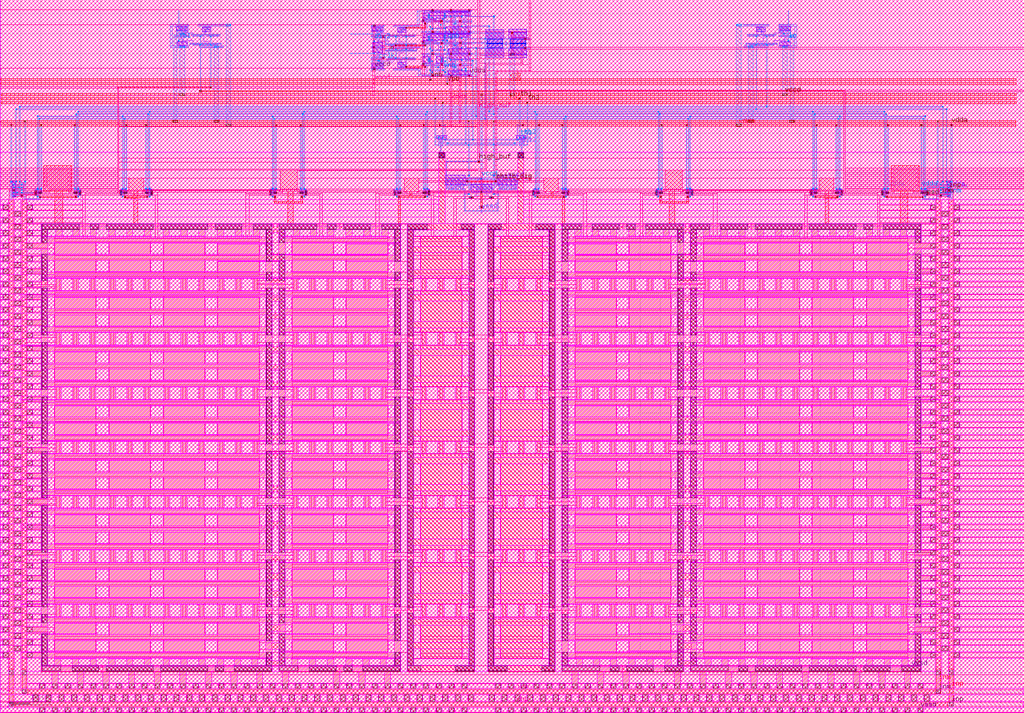
<source format=lef>
VERSION 5.7 ;
  NOWIREEXTENSIONATPIN ON ;
  DIVIDERCHAR "/" ;
  BUSBITCHARS "[]" ;
MACRO filter_p_m
  CLASS BLOCK ;
  FOREIGN filter_p_m ;
  ORIGIN 0.130 0.000 ;
  SIZE 256.090 BY 178.445 ;
  PIN vssd
    DIRECTION INOUT ;
    ANTENNAGATEAREA 1.587600 ;
    ANTENNADIFFAREA 24.673849 ;
    PORT
      LAYER li1 ;
        RECT 112.405 173.865 112.635 173.880 ;
        RECT 112.855 173.865 113.085 173.890 ;
        RECT 112.405 173.860 113.085 173.865 ;
        RECT 115.165 173.865 115.395 173.880 ;
        RECT 115.615 173.865 115.845 173.890 ;
        RECT 115.165 173.860 115.845 173.865 ;
        RECT 112.405 173.450 113.130 173.860 ;
        RECT 115.165 173.450 115.890 173.860 ;
        RECT 112.405 173.430 113.085 173.450 ;
        RECT 115.165 173.430 115.845 173.450 ;
        RECT 112.405 173.425 112.905 173.430 ;
        RECT 115.165 173.425 115.665 173.430 ;
        RECT 112.435 173.130 112.905 173.425 ;
        RECT 115.195 173.130 115.665 173.425 ;
        RECT 105.350 172.960 117.770 173.130 ;
        RECT 106.490 171.420 106.665 172.960 ;
        RECT 105.965 171.395 106.195 171.410 ;
        RECT 106.415 171.395 106.665 171.420 ;
        RECT 109.400 171.525 109.570 172.960 ;
        RECT 112.775 172.645 112.945 172.960 ;
        RECT 115.195 172.665 115.665 172.960 ;
        RECT 115.165 172.660 115.665 172.665 ;
        RECT 112.675 172.230 113.025 172.645 ;
        RECT 115.165 172.640 115.845 172.660 ;
        RECT 115.165 172.230 115.890 172.640 ;
        RECT 115.165 172.225 115.845 172.230 ;
        RECT 115.165 172.210 115.395 172.225 ;
        RECT 115.615 172.200 115.845 172.225 ;
        RECT 113.145 171.625 113.315 171.955 ;
        RECT 109.400 171.405 109.815 171.525 ;
        RECT 105.965 171.390 106.665 171.395 ;
        RECT 105.965 170.980 106.690 171.390 ;
        RECT 109.035 171.205 109.815 171.405 ;
        RECT 109.535 171.105 109.815 171.205 ;
        RECT 105.965 170.960 106.645 170.980 ;
        RECT 105.965 170.955 106.495 170.960 ;
        RECT 45.125 170.470 45.295 170.800 ;
        RECT 94.020 170.350 94.190 170.680 ;
        RECT 196.225 170.470 196.395 170.800 ;
        RECT 44.655 169.780 45.005 170.195 ;
        RECT 44.755 169.465 44.925 169.780 ;
        RECT 93.550 169.660 93.900 170.075 ;
        RECT 196.515 169.780 196.865 170.195 ;
        RECT 43.770 169.295 46.990 169.465 ;
        RECT 93.650 169.345 93.820 169.660 ;
        RECT 196.595 169.465 196.765 169.780 ;
        RECT 44.415 169.000 44.885 169.295 ;
        RECT 92.665 169.175 95.885 169.345 ;
        RECT 194.530 169.295 197.750 169.465 ;
        RECT 44.385 168.995 44.885 169.000 ;
        RECT 44.385 168.975 45.065 168.995 ;
        RECT 44.385 168.565 45.110 168.975 ;
        RECT 93.310 168.880 93.780 169.175 ;
        RECT 196.635 169.000 197.105 169.295 ;
        RECT 196.635 168.995 197.135 169.000 ;
        RECT 196.455 168.975 197.135 168.995 ;
        RECT 93.280 168.875 93.780 168.880 ;
        RECT 93.280 168.855 93.960 168.875 ;
        RECT 44.385 168.560 45.065 168.565 ;
        RECT 44.385 168.545 44.615 168.560 ;
        RECT 44.835 168.535 45.065 168.560 ;
        RECT 93.280 168.445 94.005 168.855 ;
        RECT 196.410 168.565 197.135 168.975 ;
        RECT 196.455 168.560 197.135 168.565 ;
        RECT 196.455 168.535 196.685 168.560 ;
        RECT 196.905 168.545 197.135 168.560 ;
        RECT 93.280 168.440 93.960 168.445 ;
        RECT 93.280 168.425 93.510 168.440 ;
        RECT 93.730 168.415 93.960 168.440 ;
        RECT 112.405 168.425 112.635 168.440 ;
        RECT 112.855 168.425 113.085 168.450 ;
        RECT 112.405 168.420 113.085 168.425 ;
        RECT 115.165 168.425 115.395 168.440 ;
        RECT 115.615 168.425 115.845 168.450 ;
        RECT 115.165 168.420 115.845 168.425 ;
        RECT 112.405 168.010 113.130 168.420 ;
        RECT 115.165 168.010 115.890 168.420 ;
        RECT 112.405 167.990 113.085 168.010 ;
        RECT 115.165 167.990 115.845 168.010 ;
        RECT 112.405 167.985 112.905 167.990 ;
        RECT 115.165 167.985 115.665 167.990 ;
        RECT 112.435 167.690 112.905 167.985 ;
        RECT 115.195 167.690 115.665 167.985 ;
        RECT 47.325 167.215 47.495 167.545 ;
        RECT 47.685 167.320 47.855 167.650 ;
        RECT 48.550 167.320 48.720 167.650 ;
        RECT 49.415 167.320 49.585 167.650 ;
        RECT 50.280 167.320 50.450 167.650 ;
        RECT 51.145 167.320 51.315 167.650 ;
        RECT 52.010 167.320 52.180 167.650 ;
        RECT 52.875 167.320 53.045 167.650 ;
        RECT 53.740 167.320 53.910 167.650 ;
        RECT 54.605 167.320 54.775 167.650 ;
        RECT 54.995 166.745 55.165 167.575 ;
        RECT 96.220 167.095 96.390 167.425 ;
        RECT 96.580 167.200 96.750 167.530 ;
        RECT 97.445 167.200 97.615 167.530 ;
        RECT 98.310 167.200 98.480 167.530 ;
        RECT 99.175 167.200 99.345 167.530 ;
        RECT 100.040 167.200 100.210 167.530 ;
        RECT 100.905 167.200 101.075 167.530 ;
        RECT 101.770 167.200 101.940 167.530 ;
        RECT 102.635 167.200 102.805 167.530 ;
        RECT 103.500 167.200 103.670 167.530 ;
        RECT 105.350 167.520 117.770 167.690 ;
        RECT 121.720 167.595 121.975 168.055 ;
        RECT 122.645 167.595 122.815 168.055 ;
        RECT 123.485 167.595 123.655 168.055 ;
        RECT 124.325 167.595 124.495 168.055 ;
        RECT 125.165 167.595 125.470 168.055 ;
        RECT 49.740 166.575 55.730 166.745 ;
        RECT 103.890 166.625 104.060 167.455 ;
        RECT 98.635 166.455 104.625 166.625 ;
        RECT 96.220 165.655 96.390 165.985 ;
        RECT 96.580 165.550 96.750 165.880 ;
        RECT 97.445 165.550 97.615 165.880 ;
        RECT 98.310 165.550 98.480 165.880 ;
        RECT 99.175 165.550 99.345 165.880 ;
        RECT 100.040 165.550 100.210 165.880 ;
        RECT 100.905 165.550 101.075 165.880 ;
        RECT 101.770 165.550 101.940 165.880 ;
        RECT 102.635 165.550 102.805 165.880 ;
        RECT 103.500 165.550 103.670 165.880 ;
        RECT 103.890 165.625 104.060 166.455 ;
        RECT 106.490 165.980 106.665 167.520 ;
        RECT 105.965 165.955 106.195 165.970 ;
        RECT 106.415 165.955 106.665 165.980 ;
        RECT 109.400 166.085 109.570 167.520 ;
        RECT 112.775 167.205 112.945 167.520 ;
        RECT 115.195 167.225 115.665 167.520 ;
        RECT 121.465 167.425 125.605 167.595 ;
        RECT 115.165 167.220 115.665 167.225 ;
        RECT 112.675 166.790 113.025 167.205 ;
        RECT 115.165 167.200 115.845 167.220 ;
        RECT 115.165 166.790 115.890 167.200 ;
        RECT 121.720 166.965 121.975 167.425 ;
        RECT 122.645 166.965 122.815 167.425 ;
        RECT 123.485 166.965 123.655 167.425 ;
        RECT 124.325 166.965 124.495 167.425 ;
        RECT 125.165 166.965 125.470 167.425 ;
        RECT 126.300 167.050 126.555 167.970 ;
        RECT 127.510 167.595 127.765 168.055 ;
        RECT 128.435 167.595 128.605 168.055 ;
        RECT 129.275 167.595 129.445 168.055 ;
        RECT 130.115 167.595 130.285 168.055 ;
        RECT 130.955 167.595 131.260 168.055 ;
        RECT 127.255 167.425 131.395 167.595 ;
        RECT 127.510 166.965 127.765 167.425 ;
        RECT 128.435 166.965 128.605 167.425 ;
        RECT 129.275 166.965 129.445 167.425 ;
        RECT 130.115 166.965 130.285 167.425 ;
        RECT 130.955 166.965 131.260 167.425 ;
        RECT 115.165 166.785 115.845 166.790 ;
        RECT 115.165 166.770 115.395 166.785 ;
        RECT 115.615 166.760 115.845 166.785 ;
        RECT 186.355 166.745 186.525 167.575 ;
        RECT 186.745 167.320 186.915 167.650 ;
        RECT 187.610 167.320 187.780 167.650 ;
        RECT 188.475 167.320 188.645 167.650 ;
        RECT 189.340 167.320 189.510 167.650 ;
        RECT 190.205 167.320 190.375 167.650 ;
        RECT 191.070 167.320 191.240 167.650 ;
        RECT 191.935 167.320 192.105 167.650 ;
        RECT 192.800 167.320 192.970 167.650 ;
        RECT 193.665 167.320 193.835 167.650 ;
        RECT 194.025 167.215 194.195 167.545 ;
        RECT 185.790 166.575 191.780 166.745 ;
        RECT 113.145 166.185 113.315 166.515 ;
        RECT 109.400 165.965 109.815 166.085 ;
        RECT 105.965 165.950 106.665 165.955 ;
        RECT 105.965 165.540 106.690 165.950 ;
        RECT 109.035 165.765 109.815 165.965 ;
        RECT 109.535 165.665 109.815 165.765 ;
        RECT 105.965 165.520 106.645 165.540 ;
        RECT 105.965 165.515 106.495 165.520 ;
        RECT 93.280 164.640 93.510 164.655 ;
        RECT 93.730 164.640 93.960 164.665 ;
        RECT 93.280 164.635 93.960 164.640 ;
        RECT 93.280 164.225 94.005 164.635 ;
        RECT 93.280 164.205 93.960 164.225 ;
        RECT 93.280 164.200 93.780 164.205 ;
        RECT 93.310 163.905 93.780 164.200 ;
        RECT 92.665 163.735 95.885 163.905 ;
        RECT 93.650 163.420 93.820 163.735 ;
        RECT 93.550 163.005 93.900 163.420 ;
        RECT 112.405 162.985 112.635 163.000 ;
        RECT 112.855 162.985 113.085 163.010 ;
        RECT 112.405 162.980 113.085 162.985 ;
        RECT 115.165 162.985 115.395 163.000 ;
        RECT 115.615 162.985 115.845 163.010 ;
        RECT 115.165 162.980 115.845 162.985 ;
        RECT 94.020 162.400 94.190 162.730 ;
        RECT 112.405 162.570 113.130 162.980 ;
        RECT 115.165 162.570 115.890 162.980 ;
        RECT 112.405 162.550 113.085 162.570 ;
        RECT 115.165 162.550 115.845 162.570 ;
        RECT 112.405 162.545 112.905 162.550 ;
        RECT 115.165 162.545 115.665 162.550 ;
        RECT 112.435 162.250 112.905 162.545 ;
        RECT 115.195 162.250 115.665 162.545 ;
        RECT 105.350 162.080 117.770 162.250 ;
        RECT 106.490 160.540 106.665 162.080 ;
        RECT 109.710 160.540 109.885 162.080 ;
        RECT 112.775 161.765 112.945 162.080 ;
        RECT 115.195 161.785 115.665 162.080 ;
        RECT 115.165 161.780 115.665 161.785 ;
        RECT 112.675 161.350 113.025 161.765 ;
        RECT 115.165 161.760 115.845 161.780 ;
        RECT 115.165 161.350 115.890 161.760 ;
        RECT 115.165 161.345 115.845 161.350 ;
        RECT 115.165 161.330 115.395 161.345 ;
        RECT 115.615 161.320 115.845 161.345 ;
        RECT 113.145 160.745 113.315 161.075 ;
        RECT 105.965 160.515 106.195 160.530 ;
        RECT 106.415 160.515 106.665 160.540 ;
        RECT 105.965 160.510 106.665 160.515 ;
        RECT 109.185 160.515 109.415 160.530 ;
        RECT 109.635 160.515 109.885 160.540 ;
        RECT 109.185 160.510 109.885 160.515 ;
        RECT 105.965 160.100 106.690 160.510 ;
        RECT 109.185 160.100 109.910 160.510 ;
        RECT 105.965 160.080 106.645 160.100 ;
        RECT 109.185 160.080 109.865 160.100 ;
        RECT 105.965 160.075 106.495 160.080 ;
        RECT 109.185 160.075 109.715 160.080 ;
        RECT 116.920 134.695 117.250 134.865 ;
        RECT 123.200 134.695 123.530 134.865 ;
        RECT 117.000 134.510 117.170 134.695 ;
        RECT 123.280 134.510 123.450 134.695 ;
        RECT 116.830 134.245 117.330 134.510 ;
        RECT 123.110 134.245 123.610 134.510 ;
        RECT 5.075 132.575 5.405 132.745 ;
        RECT 234.975 132.575 235.305 132.745 ;
        RECT 111.920 131.065 112.270 131.445 ;
        RECT 113.080 131.065 113.430 131.445 ;
        RECT 114.240 131.065 114.590 131.445 ;
        RECT 115.400 131.340 115.750 131.445 ;
        RECT 124.690 131.345 125.040 131.445 ;
        RECT 115.400 131.165 116.215 131.340 ;
        RECT 124.225 131.170 125.040 131.345 ;
        RECT 115.400 131.065 115.750 131.165 ;
        RECT 124.690 131.065 125.040 131.170 ;
        RECT 125.850 131.065 126.200 131.445 ;
        RECT 127.010 131.065 127.360 131.445 ;
        RECT 128.170 131.065 128.520 131.445 ;
        RECT 9.725 128.985 9.895 129.810 ;
        RECT 18.695 128.985 18.865 129.810 ;
        RECT 31.025 128.985 31.195 129.810 ;
        RECT 36.545 128.985 36.715 129.810 ;
        RECT 68.475 128.985 68.645 129.810 ;
        RECT 75.235 128.985 75.405 129.810 ;
        RECT 99.525 128.985 99.695 129.810 ;
        RECT 105.995 128.985 106.165 129.810 ;
        RECT 115.970 129.695 117.330 129.960 ;
        RECT 123.110 129.695 124.470 129.960 ;
        RECT 134.215 128.985 134.385 129.810 ;
        RECT 140.685 128.985 140.855 129.810 ;
        RECT 164.975 128.985 165.145 129.810 ;
        RECT 171.735 128.985 171.905 129.810 ;
        RECT 203.665 128.985 203.835 129.810 ;
        RECT 209.185 128.985 209.355 129.810 ;
        RECT 221.515 128.985 221.685 129.810 ;
        RECT 230.485 128.985 230.655 129.810 ;
        RECT 119.970 125.495 120.470 125.760 ;
        RECT 120.140 125.310 120.310 125.495 ;
        RECT 120.060 125.140 120.390 125.310 ;
      LAYER mcon ;
        RECT 105.495 172.960 105.665 173.130 ;
        RECT 105.955 172.960 106.125 173.130 ;
        RECT 106.415 172.960 106.585 173.130 ;
        RECT 106.875 172.960 107.045 173.130 ;
        RECT 107.335 172.960 107.505 173.130 ;
        RECT 107.795 172.960 107.965 173.130 ;
        RECT 108.255 172.960 108.425 173.130 ;
        RECT 108.715 172.960 108.885 173.130 ;
        RECT 109.175 172.960 109.345 173.130 ;
        RECT 110.095 172.960 110.265 173.130 ;
        RECT 110.555 172.960 110.725 173.130 ;
        RECT 111.015 172.960 111.185 173.130 ;
        RECT 111.475 172.960 111.645 173.130 ;
        RECT 111.935 172.960 112.105 173.130 ;
        RECT 112.395 172.960 112.565 173.130 ;
        RECT 112.855 172.960 113.025 173.130 ;
        RECT 113.315 172.960 113.485 173.130 ;
        RECT 113.775 172.960 113.945 173.130 ;
        RECT 114.235 172.960 114.405 173.130 ;
        RECT 114.695 172.960 114.865 173.130 ;
        RECT 115.155 172.960 115.325 173.130 ;
        RECT 115.615 172.960 115.785 173.130 ;
        RECT 116.075 172.960 116.245 173.130 ;
        RECT 116.535 172.960 116.705 173.130 ;
        RECT 116.995 172.960 117.165 173.130 ;
        RECT 117.455 172.960 117.625 173.130 ;
        RECT 113.145 171.705 113.315 171.875 ;
        RECT 45.125 170.550 45.295 170.720 ;
        RECT 94.020 170.430 94.190 170.600 ;
        RECT 196.225 170.550 196.395 170.720 ;
        RECT 43.915 169.295 44.085 169.465 ;
        RECT 44.375 169.295 44.545 169.465 ;
        RECT 44.835 169.295 45.005 169.465 ;
        RECT 45.295 169.295 45.465 169.465 ;
        RECT 45.755 169.295 45.925 169.465 ;
        RECT 46.215 169.295 46.385 169.465 ;
        RECT 46.675 169.295 46.845 169.465 ;
        RECT 92.810 169.175 92.980 169.345 ;
        RECT 93.270 169.175 93.440 169.345 ;
        RECT 93.730 169.175 93.900 169.345 ;
        RECT 94.190 169.175 94.360 169.345 ;
        RECT 94.650 169.175 94.820 169.345 ;
        RECT 95.110 169.175 95.280 169.345 ;
        RECT 95.570 169.175 95.740 169.345 ;
        RECT 194.675 169.295 194.845 169.465 ;
        RECT 195.135 169.295 195.305 169.465 ;
        RECT 195.595 169.295 195.765 169.465 ;
        RECT 196.055 169.295 196.225 169.465 ;
        RECT 196.515 169.295 196.685 169.465 ;
        RECT 196.975 169.295 197.145 169.465 ;
        RECT 197.435 169.295 197.605 169.465 ;
        RECT 47.325 167.295 47.495 167.465 ;
        RECT 47.685 167.400 47.855 167.570 ;
        RECT 48.550 167.400 48.720 167.570 ;
        RECT 49.415 167.400 49.585 167.570 ;
        RECT 50.280 167.400 50.450 167.570 ;
        RECT 51.145 167.400 51.315 167.570 ;
        RECT 52.010 167.400 52.180 167.570 ;
        RECT 52.875 167.400 53.045 167.570 ;
        RECT 53.740 167.400 53.910 167.570 ;
        RECT 54.605 167.400 54.775 167.570 ;
        RECT 54.995 167.325 55.165 167.495 ;
        RECT 96.220 167.175 96.390 167.345 ;
        RECT 96.580 167.280 96.750 167.450 ;
        RECT 97.445 167.280 97.615 167.450 ;
        RECT 98.310 167.280 98.480 167.450 ;
        RECT 99.175 167.280 99.345 167.450 ;
        RECT 100.040 167.280 100.210 167.450 ;
        RECT 100.905 167.280 101.075 167.450 ;
        RECT 101.770 167.280 101.940 167.450 ;
        RECT 102.635 167.280 102.805 167.450 ;
        RECT 105.495 167.520 105.665 167.690 ;
        RECT 105.955 167.520 106.125 167.690 ;
        RECT 106.415 167.520 106.585 167.690 ;
        RECT 106.875 167.520 107.045 167.690 ;
        RECT 107.335 167.520 107.505 167.690 ;
        RECT 107.795 167.520 107.965 167.690 ;
        RECT 108.255 167.520 108.425 167.690 ;
        RECT 108.715 167.520 108.885 167.690 ;
        RECT 109.175 167.520 109.345 167.690 ;
        RECT 110.095 167.520 110.265 167.690 ;
        RECT 110.555 167.520 110.725 167.690 ;
        RECT 111.015 167.520 111.185 167.690 ;
        RECT 111.475 167.520 111.645 167.690 ;
        RECT 111.935 167.520 112.105 167.690 ;
        RECT 112.395 167.520 112.565 167.690 ;
        RECT 112.855 167.520 113.025 167.690 ;
        RECT 113.315 167.520 113.485 167.690 ;
        RECT 113.775 167.520 113.945 167.690 ;
        RECT 114.235 167.520 114.405 167.690 ;
        RECT 114.695 167.520 114.865 167.690 ;
        RECT 115.155 167.520 115.325 167.690 ;
        RECT 115.615 167.520 115.785 167.690 ;
        RECT 116.075 167.520 116.245 167.690 ;
        RECT 116.535 167.520 116.705 167.690 ;
        RECT 116.995 167.520 117.165 167.690 ;
        RECT 117.455 167.520 117.625 167.690 ;
        RECT 126.300 167.640 126.555 167.890 ;
        RECT 103.500 167.280 103.670 167.450 ;
        RECT 103.890 167.205 104.060 167.375 ;
        RECT 49.895 166.575 50.075 166.745 ;
        RECT 50.355 166.575 50.525 166.745 ;
        RECT 50.815 166.575 50.985 166.745 ;
        RECT 51.275 166.575 51.445 166.745 ;
        RECT 51.735 166.575 51.905 166.745 ;
        RECT 52.195 166.575 52.365 166.745 ;
        RECT 52.655 166.575 52.825 166.745 ;
        RECT 53.115 166.575 53.285 166.745 ;
        RECT 53.575 166.575 53.745 166.745 ;
        RECT 54.035 166.575 54.205 166.745 ;
        RECT 54.495 166.575 54.665 166.745 ;
        RECT 54.955 166.575 55.125 166.745 ;
        RECT 55.415 166.575 55.585 166.745 ;
        RECT 98.790 166.455 98.970 166.625 ;
        RECT 99.250 166.455 99.420 166.625 ;
        RECT 99.710 166.455 99.880 166.625 ;
        RECT 100.170 166.455 100.340 166.625 ;
        RECT 100.630 166.455 100.800 166.625 ;
        RECT 101.090 166.455 101.260 166.625 ;
        RECT 101.550 166.455 101.720 166.625 ;
        RECT 102.010 166.455 102.180 166.625 ;
        RECT 102.470 166.455 102.640 166.625 ;
        RECT 102.930 166.455 103.100 166.625 ;
        RECT 103.390 166.455 103.560 166.625 ;
        RECT 103.850 166.455 104.020 166.625 ;
        RECT 104.310 166.455 104.480 166.625 ;
        RECT 96.220 165.735 96.390 165.905 ;
        RECT 96.580 165.630 96.750 165.800 ;
        RECT 97.445 165.630 97.615 165.800 ;
        RECT 98.310 165.630 98.480 165.800 ;
        RECT 99.175 165.630 99.345 165.800 ;
        RECT 100.040 165.630 100.210 165.800 ;
        RECT 100.905 165.630 101.075 165.800 ;
        RECT 101.770 165.630 101.940 165.800 ;
        RECT 102.635 165.630 102.805 165.800 ;
        RECT 103.500 165.630 103.670 165.800 ;
        RECT 103.890 165.705 104.060 165.875 ;
        RECT 121.610 167.425 121.780 167.595 ;
        RECT 122.070 167.425 122.240 167.595 ;
        RECT 122.530 167.425 122.700 167.595 ;
        RECT 122.990 167.425 123.160 167.595 ;
        RECT 123.450 167.425 123.620 167.595 ;
        RECT 123.910 167.425 124.080 167.595 ;
        RECT 124.370 167.425 124.540 167.595 ;
        RECT 124.830 167.425 125.000 167.595 ;
        RECT 125.290 167.425 125.460 167.595 ;
        RECT 127.400 167.425 127.570 167.595 ;
        RECT 127.860 167.425 128.030 167.595 ;
        RECT 128.320 167.425 128.490 167.595 ;
        RECT 128.780 167.425 128.950 167.595 ;
        RECT 129.240 167.425 129.410 167.595 ;
        RECT 129.700 167.425 129.870 167.595 ;
        RECT 130.160 167.425 130.330 167.595 ;
        RECT 130.620 167.425 130.790 167.595 ;
        RECT 131.080 167.425 131.250 167.595 ;
        RECT 126.300 167.130 126.555 167.380 ;
        RECT 186.355 167.325 186.525 167.495 ;
        RECT 186.745 167.400 186.915 167.570 ;
        RECT 187.610 167.400 187.780 167.570 ;
        RECT 188.475 167.400 188.645 167.570 ;
        RECT 189.340 167.400 189.510 167.570 ;
        RECT 190.205 167.400 190.375 167.570 ;
        RECT 191.070 167.400 191.240 167.570 ;
        RECT 191.935 167.400 192.105 167.570 ;
        RECT 192.800 167.400 192.970 167.570 ;
        RECT 193.665 167.400 193.835 167.570 ;
        RECT 194.025 167.295 194.195 167.465 ;
        RECT 185.935 166.575 186.105 166.745 ;
        RECT 186.395 166.575 186.565 166.745 ;
        RECT 186.855 166.575 187.025 166.745 ;
        RECT 187.315 166.575 187.485 166.745 ;
        RECT 187.775 166.575 187.945 166.745 ;
        RECT 188.235 166.575 188.405 166.745 ;
        RECT 188.695 166.575 188.865 166.745 ;
        RECT 189.155 166.575 189.325 166.745 ;
        RECT 189.615 166.575 189.785 166.745 ;
        RECT 190.075 166.575 190.245 166.745 ;
        RECT 190.535 166.575 190.705 166.745 ;
        RECT 190.995 166.575 191.165 166.745 ;
        RECT 191.445 166.575 191.625 166.745 ;
        RECT 113.145 166.265 113.315 166.435 ;
        RECT 92.810 163.735 92.980 163.905 ;
        RECT 93.270 163.735 93.440 163.905 ;
        RECT 93.730 163.735 93.900 163.905 ;
        RECT 94.190 163.735 94.360 163.905 ;
        RECT 94.650 163.735 94.820 163.905 ;
        RECT 95.110 163.735 95.280 163.905 ;
        RECT 95.570 163.735 95.740 163.905 ;
        RECT 94.020 162.480 94.190 162.650 ;
        RECT 105.495 162.080 105.665 162.250 ;
        RECT 105.955 162.080 106.125 162.250 ;
        RECT 106.415 162.080 106.585 162.250 ;
        RECT 106.875 162.080 107.045 162.250 ;
        RECT 107.335 162.080 107.505 162.250 ;
        RECT 107.795 162.080 107.965 162.250 ;
        RECT 108.255 162.080 108.425 162.250 ;
        RECT 108.715 162.080 108.885 162.250 ;
        RECT 109.175 162.080 109.345 162.250 ;
        RECT 109.635 162.080 109.805 162.250 ;
        RECT 110.095 162.080 110.265 162.250 ;
        RECT 110.555 162.080 110.725 162.250 ;
        RECT 111.015 162.080 111.185 162.250 ;
        RECT 111.475 162.080 111.645 162.250 ;
        RECT 111.935 162.080 112.105 162.250 ;
        RECT 112.395 162.080 112.565 162.250 ;
        RECT 112.855 162.080 113.025 162.250 ;
        RECT 113.315 162.080 113.485 162.250 ;
        RECT 113.775 162.080 113.945 162.250 ;
        RECT 114.235 162.080 114.405 162.250 ;
        RECT 114.695 162.080 114.865 162.250 ;
        RECT 115.155 162.080 115.325 162.250 ;
        RECT 115.615 162.080 115.785 162.250 ;
        RECT 116.075 162.080 116.245 162.250 ;
        RECT 116.535 162.080 116.705 162.250 ;
        RECT 116.995 162.080 117.165 162.250 ;
        RECT 117.455 162.080 117.625 162.250 ;
        RECT 113.145 160.825 113.315 160.995 ;
        RECT 116.910 134.300 117.250 134.470 ;
        RECT 123.190 134.300 123.530 134.470 ;
        RECT 5.155 132.575 5.325 132.745 ;
        RECT 235.055 132.575 235.225 132.745 ;
        RECT 112.000 131.115 112.170 131.405 ;
        RECT 113.160 131.115 113.330 131.405 ;
        RECT 114.320 131.115 114.490 131.405 ;
        RECT 115.480 131.115 115.650 131.405 ;
        RECT 124.790 131.115 124.960 131.405 ;
        RECT 125.950 131.115 126.120 131.405 ;
        RECT 127.110 131.115 127.280 131.405 ;
        RECT 128.270 131.115 128.440 131.405 ;
        RECT 115.970 129.745 116.140 129.915 ;
        RECT 116.910 129.735 117.250 129.905 ;
        RECT 123.190 129.735 123.530 129.905 ;
        RECT 124.300 129.740 124.470 129.910 ;
        RECT 120.050 125.535 120.390 125.705 ;
      LAYER met1 ;
        RECT 105.500 173.285 105.780 173.465 ;
        RECT 105.350 172.805 117.770 173.285 ;
        RECT 113.045 171.935 113.240 172.805 ;
        RECT 113.045 171.645 113.365 171.935 ;
        RECT 45.055 170.735 45.345 170.780 ;
        RECT 43.895 170.535 45.345 170.735 ;
        RECT 196.175 170.735 196.465 170.780 ;
        RECT 93.950 170.615 94.240 170.660 ;
        RECT 43.895 169.650 44.115 170.535 ;
        RECT 45.055 170.490 45.345 170.535 ;
        RECT 43.210 169.620 44.115 169.650 ;
        RECT 92.790 170.415 94.240 170.615 ;
        RECT 196.175 170.535 197.625 170.735 ;
        RECT 196.175 170.490 196.465 170.535 ;
        RECT 43.210 169.140 46.990 169.620 ;
        RECT 92.790 169.500 93.010 170.415 ;
        RECT 93.950 170.370 94.240 170.415 ;
        RECT 197.405 169.650 197.625 170.535 ;
        RECT 197.405 169.620 198.310 169.650 ;
        RECT 92.665 169.460 95.885 169.500 ;
        RECT 96.190 169.460 96.350 169.500 ;
        RECT 43.210 169.110 44.060 169.140 ;
        RECT 92.665 169.050 96.350 169.460 ;
        RECT 194.530 169.140 198.310 169.620 ;
        RECT 197.460 169.110 198.310 169.140 ;
        RECT 92.665 169.020 95.885 169.050 ;
        RECT 47.295 167.450 55.195 167.600 ;
        RECT 47.295 167.445 52.240 167.450 ;
        RECT 47.295 167.440 49.645 167.445 ;
        RECT 47.295 167.370 47.915 167.440 ;
        RECT 48.490 167.370 48.780 167.440 ;
        RECT 49.355 167.370 49.645 167.440 ;
        RECT 50.220 167.440 52.240 167.445 ;
        RECT 50.220 167.370 50.510 167.440 ;
        RECT 51.085 167.370 51.375 167.440 ;
        RECT 51.950 167.370 52.240 167.440 ;
        RECT 52.815 167.440 55.195 167.450 ;
        RECT 52.815 167.400 53.105 167.440 ;
        RECT 52.835 167.370 53.105 167.400 ;
        RECT 53.680 167.370 53.970 167.440 ;
        RECT 54.545 167.370 55.195 167.440 ;
        RECT 47.295 167.235 47.545 167.370 ;
        RECT 51.145 166.900 51.315 167.370 ;
        RECT 54.955 167.265 55.195 167.370 ;
        RECT 96.190 167.480 96.350 169.050 ;
        RECT 105.530 167.845 105.810 167.950 ;
        RECT 105.270 167.790 117.770 167.845 ;
        RECT 105.270 167.750 121.675 167.790 ;
        RECT 126.245 167.750 126.600 167.985 ;
        RECT 96.190 167.330 104.090 167.480 ;
        RECT 96.190 167.325 101.135 167.330 ;
        RECT 96.190 167.320 98.540 167.325 ;
        RECT 96.190 167.250 96.810 167.320 ;
        RECT 97.385 167.250 97.675 167.320 ;
        RECT 98.250 167.250 98.540 167.320 ;
        RECT 99.115 167.320 101.135 167.325 ;
        RECT 99.115 167.250 99.405 167.320 ;
        RECT 99.980 167.250 100.270 167.320 ;
        RECT 100.845 167.250 101.135 167.320 ;
        RECT 101.710 167.320 104.090 167.330 ;
        RECT 101.710 167.280 102.000 167.320 ;
        RECT 101.730 167.250 102.000 167.280 ;
        RECT 102.575 167.250 102.865 167.320 ;
        RECT 103.440 167.250 104.090 167.320 ;
        RECT 96.190 167.115 96.440 167.250 ;
        RECT 49.615 166.420 55.730 166.900 ;
        RECT 100.040 166.780 100.210 167.250 ;
        RECT 103.850 167.145 104.090 167.250 ;
        RECT 105.270 167.395 131.395 167.750 ;
        RECT 105.270 167.365 117.770 167.395 ;
        RECT 105.270 166.780 105.800 167.365 ;
        RECT 97.510 166.300 105.800 166.780 ;
        RECT 113.045 166.495 113.240 167.365 ;
        RECT 121.465 167.270 131.395 167.395 ;
        RECT 186.325 167.450 194.225 167.600 ;
        RECT 186.325 167.440 188.705 167.450 ;
        RECT 186.325 167.370 186.975 167.440 ;
        RECT 187.550 167.370 187.840 167.440 ;
        RECT 188.415 167.400 188.705 167.440 ;
        RECT 189.280 167.445 194.225 167.450 ;
        RECT 189.280 167.440 191.300 167.445 ;
        RECT 188.415 167.370 188.685 167.400 ;
        RECT 189.280 167.370 189.570 167.440 ;
        RECT 190.145 167.370 190.435 167.440 ;
        RECT 191.010 167.370 191.300 167.440 ;
        RECT 191.875 167.440 194.225 167.445 ;
        RECT 191.875 167.370 192.165 167.440 ;
        RECT 192.740 167.370 193.030 167.440 ;
        RECT 193.605 167.370 194.225 167.440 ;
        RECT 126.245 167.035 126.600 167.270 ;
        RECT 186.325 167.265 186.565 167.370 ;
        RECT 190.205 166.900 190.375 167.370 ;
        RECT 193.975 167.235 194.225 167.370 ;
        RECT 96.190 165.830 96.440 165.965 ;
        RECT 100.040 165.830 100.210 166.300 ;
        RECT 113.045 166.205 113.365 166.495 ;
        RECT 185.790 166.420 191.905 166.900 ;
        RECT 103.850 165.830 104.090 165.935 ;
        RECT 96.190 165.760 96.810 165.830 ;
        RECT 97.385 165.760 97.675 165.830 ;
        RECT 98.250 165.760 98.540 165.830 ;
        RECT 96.190 165.755 98.540 165.760 ;
        RECT 99.115 165.760 99.405 165.830 ;
        RECT 99.980 165.760 100.270 165.830 ;
        RECT 100.845 165.760 101.135 165.830 ;
        RECT 101.730 165.800 102.000 165.830 ;
        RECT 99.115 165.755 101.135 165.760 ;
        RECT 96.190 165.750 101.135 165.755 ;
        RECT 101.710 165.760 102.000 165.800 ;
        RECT 102.575 165.760 102.865 165.830 ;
        RECT 103.440 165.760 104.090 165.830 ;
        RECT 101.710 165.750 104.090 165.760 ;
        RECT 96.190 165.600 104.090 165.750 ;
        RECT 92.665 163.580 95.885 164.060 ;
        RECT 92.790 162.665 93.010 163.580 ;
        RECT 93.950 162.665 94.240 162.710 ;
        RECT 92.790 162.465 94.240 162.665 ;
        RECT 93.950 162.420 94.240 162.465 ;
        RECT 105.555 162.405 105.835 162.545 ;
        RECT 105.350 161.925 117.770 162.405 ;
        RECT 113.045 161.055 113.240 161.925 ;
        RECT 113.045 160.765 113.365 161.055 ;
        RECT 116.950 142.200 117.210 142.265 ;
        RECT 123.225 142.200 123.485 142.295 ;
        RECT 111.030 142.030 129.355 142.200 ;
        RECT 116.950 141.945 117.210 142.030 ;
        RECT 123.225 141.975 123.485 142.030 ;
        RECT 116.880 134.470 117.280 134.515 ;
        RECT 123.160 134.470 123.560 134.515 ;
        RECT 116.850 134.300 117.310 134.470 ;
        RECT 123.130 134.300 123.590 134.470 ;
        RECT 116.880 134.255 117.280 134.300 ;
        RECT 123.160 134.255 123.560 134.300 ;
        RECT 5.090 132.745 5.365 132.785 ;
        RECT 5.895 132.745 6.235 133.260 ;
        RECT 5.090 132.575 6.235 132.745 ;
        RECT 5.090 132.535 5.365 132.575 ;
        RECT 5.895 128.715 6.235 132.575 ;
        RECT 234.145 132.745 234.485 133.260 ;
        RECT 235.015 132.745 235.290 132.785 ;
        RECT 234.145 132.575 235.290 132.745 ;
        RECT 111.940 131.025 112.230 131.445 ;
        RECT 113.100 131.025 113.390 131.445 ;
        RECT 114.260 131.025 114.550 131.445 ;
        RECT 115.420 131.025 115.710 131.445 ;
        RECT 124.730 131.025 125.020 131.445 ;
        RECT 125.890 131.025 126.180 131.445 ;
        RECT 127.050 131.025 127.340 131.445 ;
        RECT 128.210 131.025 128.500 131.445 ;
        RECT 111.930 130.915 112.250 131.025 ;
        RECT 113.090 130.915 113.410 131.025 ;
        RECT 114.250 130.915 114.570 131.025 ;
        RECT 115.410 130.915 115.730 131.025 ;
        RECT 111.885 130.880 115.730 130.915 ;
        RECT 124.710 130.895 125.030 131.025 ;
        RECT 125.870 130.895 126.190 131.025 ;
        RECT 127.030 130.895 127.350 131.025 ;
        RECT 128.190 130.895 128.510 131.025 ;
        RECT 124.710 130.880 128.750 130.895 ;
        RECT 111.885 130.725 116.140 130.880 ;
        RECT 115.970 129.960 116.140 130.725 ;
        RECT 124.300 130.725 128.750 130.880 ;
        RECT 124.300 129.960 124.470 130.725 ;
        RECT 115.910 129.695 116.200 129.960 ;
        RECT 9.645 128.925 9.965 129.215 ;
        RECT 18.625 128.925 18.945 129.215 ;
        RECT 30.945 128.925 31.265 129.215 ;
        RECT 36.475 128.925 36.795 129.215 ;
        RECT 68.395 128.925 68.715 129.215 ;
        RECT 75.165 128.925 75.485 129.215 ;
        RECT 99.445 128.925 99.765 129.215 ;
        RECT 105.925 128.925 106.245 129.215 ;
        RECT 9.705 128.715 9.910 128.925 ;
        RECT 5.895 128.515 9.910 128.715 ;
        RECT 115.970 125.720 116.140 129.695 ;
        RECT 116.850 129.690 117.310 129.950 ;
        RECT 123.130 129.690 123.590 129.950 ;
        RECT 124.240 129.695 124.530 129.960 ;
        RECT 120.020 125.720 120.420 125.735 ;
        RECT 124.300 125.720 124.470 129.695 ;
        RECT 134.135 128.925 134.455 129.215 ;
        RECT 140.615 128.925 140.935 129.215 ;
        RECT 164.895 128.925 165.215 129.215 ;
        RECT 171.665 128.925 171.985 129.215 ;
        RECT 203.585 128.925 203.905 129.215 ;
        RECT 209.115 128.925 209.435 129.215 ;
        RECT 221.435 128.925 221.755 129.215 ;
        RECT 230.415 128.925 230.735 129.215 ;
        RECT 230.470 128.715 230.675 128.925 ;
        RECT 234.145 128.715 234.485 132.575 ;
        RECT 235.015 132.535 235.290 132.575 ;
        RECT 230.470 128.515 234.485 128.715 ;
        RECT 115.970 125.530 124.470 125.720 ;
        RECT 120.020 125.505 120.420 125.530 ;
      LAYER via ;
        RECT 105.510 173.150 105.770 173.410 ;
        RECT 110.045 172.930 110.305 173.190 ;
        RECT 114.775 172.925 115.035 173.185 ;
        RECT 95.520 169.125 95.780 169.385 ;
        RECT 197.460 169.140 198.310 169.620 ;
        RECT 105.540 167.635 105.800 167.895 ;
        RECT 110.180 167.485 110.440 167.745 ;
        RECT 114.785 167.485 115.045 167.745 ;
        RECT 53.380 166.460 54.540 166.850 ;
        RECT 186.980 166.460 188.140 166.850 ;
        RECT 95.535 163.710 95.795 163.970 ;
        RECT 105.565 162.230 105.825 162.490 ;
        RECT 110.165 162.040 110.425 162.300 ;
        RECT 114.775 162.040 115.035 162.300 ;
        RECT 116.950 141.975 117.210 142.235 ;
        RECT 123.225 142.005 123.485 142.265 ;
        RECT 116.910 134.255 117.250 134.515 ;
        RECT 123.190 134.255 123.530 134.515 ;
        RECT 5.940 132.845 6.200 133.105 ;
        RECT 234.180 132.845 234.440 133.105 ;
        RECT 9.675 128.935 9.935 129.195 ;
        RECT 18.655 128.935 18.915 129.195 ;
        RECT 30.975 128.935 31.235 129.195 ;
        RECT 36.505 128.935 36.765 129.195 ;
        RECT 68.425 128.935 68.685 129.195 ;
        RECT 75.195 128.935 75.455 129.195 ;
        RECT 99.475 128.935 99.735 129.195 ;
        RECT 105.955 128.935 106.215 129.195 ;
        RECT 116.910 129.690 117.250 129.950 ;
        RECT 123.190 129.690 123.530 129.950 ;
        RECT 134.165 128.935 134.425 129.195 ;
        RECT 140.645 128.935 140.905 129.195 ;
        RECT 164.925 128.935 165.185 129.195 ;
        RECT 171.695 128.935 171.955 129.195 ;
        RECT 203.615 128.935 203.875 129.195 ;
        RECT 209.145 128.935 209.405 129.195 ;
        RECT 221.465 128.935 221.725 129.195 ;
        RECT 230.445 128.935 230.705 129.195 ;
      LAYER met2 ;
        RECT 105.500 173.095 105.780 173.465 ;
        RECT 110.035 172.875 110.315 173.245 ;
        RECT 114.765 172.870 115.045 173.240 ;
        RECT 43.210 148.290 44.060 169.650 ;
        RECT 95.510 169.070 95.790 169.440 ;
        RECT 105.530 167.580 105.810 167.950 ;
        RECT 110.170 167.430 110.450 167.800 ;
        RECT 114.775 167.430 115.055 167.800 ;
        RECT 5.930 147.845 6.210 148.215 ;
        RECT 5.940 132.815 6.200 147.845 ;
        RECT 43.000 147.700 44.260 148.290 ;
        RECT 53.380 148.280 54.540 166.900 ;
        RECT 97.510 166.300 98.250 166.780 ;
        RECT 95.525 163.655 95.805 164.025 ;
        RECT 105.555 162.175 105.835 162.545 ;
        RECT 110.155 161.985 110.435 162.355 ;
        RECT 114.765 161.985 115.045 162.355 ;
        RECT 186.980 148.280 188.140 166.900 ;
        RECT 197.460 148.290 198.310 169.650 ;
        RECT 53.330 147.700 54.590 148.280 ;
        RECT 116.950 148.205 117.210 148.220 ;
        RECT 123.170 148.205 123.430 148.220 ;
        RECT 116.940 147.835 117.220 148.205 ;
        RECT 123.160 147.835 123.440 148.205 ;
        RECT 116.950 141.945 117.210 147.835 ;
        RECT 123.170 142.295 123.430 147.835 ;
        RECT 186.930 147.700 188.190 148.280 ;
        RECT 197.260 147.700 198.520 148.290 ;
        RECT 234.170 147.845 234.450 148.215 ;
        RECT 123.170 141.975 123.485 142.295 ;
        RECT 117.000 134.515 117.170 141.945 ;
        RECT 123.280 134.515 123.450 141.975 ;
        RECT 116.880 134.255 117.280 134.515 ;
        RECT 123.160 134.255 123.560 134.515 ;
        RECT 117.000 129.980 117.160 134.255 ;
        RECT 123.280 129.980 123.440 134.255 ;
        RECT 234.180 132.815 234.440 147.845 ;
        RECT 116.910 129.660 117.250 129.980 ;
        RECT 123.190 129.660 123.530 129.980 ;
        RECT 9.675 129.210 9.935 129.225 ;
        RECT 18.655 129.215 18.915 129.225 ;
        RECT 9.625 128.930 9.995 129.210 ;
        RECT 9.675 128.905 9.935 128.930 ;
        RECT 18.595 128.910 18.985 129.215 ;
        RECT 18.655 128.905 18.915 128.910 ;
        RECT 30.965 128.880 31.245 129.250 ;
        RECT 36.495 128.880 36.775 129.250 ;
        RECT 68.410 128.870 68.695 129.250 ;
        RECT 75.180 128.880 75.465 129.255 ;
        RECT 99.440 128.875 99.745 129.260 ;
        RECT 105.945 128.880 106.230 129.250 ;
        RECT 134.150 128.880 134.435 129.250 ;
        RECT 140.635 128.875 140.940 129.260 ;
        RECT 164.915 128.880 165.200 129.255 ;
        RECT 171.685 128.870 171.970 129.250 ;
        RECT 203.605 128.880 203.885 129.250 ;
        RECT 209.135 128.880 209.415 129.250 ;
        RECT 221.465 129.215 221.725 129.225 ;
        RECT 221.395 128.910 221.785 129.215 ;
        RECT 230.445 129.210 230.705 129.225 ;
        RECT 230.385 128.930 230.755 129.210 ;
        RECT 221.465 128.905 221.725 128.910 ;
        RECT 230.445 128.905 230.705 128.930 ;
      LAYER via2 ;
        RECT 105.500 173.140 105.780 173.420 ;
        RECT 110.035 172.920 110.315 173.200 ;
        RECT 114.765 172.915 115.045 173.195 ;
        RECT 95.510 169.115 95.790 169.395 ;
        RECT 105.530 167.625 105.810 167.905 ;
        RECT 110.170 167.475 110.450 167.755 ;
        RECT 114.775 167.475 115.055 167.755 ;
        RECT 97.540 166.355 98.200 166.725 ;
        RECT 95.525 163.700 95.805 163.980 ;
        RECT 105.555 162.220 105.835 162.500 ;
        RECT 110.155 162.030 110.435 162.310 ;
        RECT 114.765 162.030 115.045 162.310 ;
        RECT 5.930 147.890 6.210 148.170 ;
        RECT 43.050 147.750 44.210 148.240 ;
        RECT 53.380 147.750 54.540 148.240 ;
        RECT 116.940 147.880 117.220 148.160 ;
        RECT 123.160 147.880 123.440 148.160 ;
        RECT 186.980 147.750 188.140 148.240 ;
        RECT 197.310 147.750 198.470 148.240 ;
        RECT 234.170 147.890 234.450 148.170 ;
        RECT 9.670 128.930 9.950 129.210 ;
        RECT 18.640 128.910 18.940 129.215 ;
        RECT 30.965 128.925 31.245 129.205 ;
        RECT 36.495 128.925 36.775 129.205 ;
        RECT 68.410 128.915 68.695 129.205 ;
        RECT 75.180 128.925 75.465 129.210 ;
        RECT 99.440 128.920 99.745 129.215 ;
        RECT 105.945 128.925 106.230 129.205 ;
        RECT 134.150 128.925 134.435 129.205 ;
        RECT 140.635 128.920 140.940 129.215 ;
        RECT 164.915 128.925 165.200 129.210 ;
        RECT 171.685 128.915 171.970 129.205 ;
        RECT 203.605 128.925 203.885 129.205 ;
        RECT 209.135 128.925 209.415 129.205 ;
        RECT 221.440 128.910 221.740 129.215 ;
        RECT 230.430 128.930 230.710 129.210 ;
      LAYER met3 ;
        RECT 105.400 173.040 105.890 173.530 ;
        RECT 109.935 172.820 110.425 173.310 ;
        RECT 114.665 172.815 115.155 173.305 ;
        RECT 95.405 169.000 95.895 169.490 ;
        RECT 105.430 167.525 105.920 168.015 ;
        RECT 110.070 167.375 110.560 167.865 ;
        RECT 114.675 167.375 115.165 167.865 ;
        RECT 97.510 166.300 98.250 166.780 ;
        RECT 95.420 163.585 95.910 164.075 ;
        RECT 105.455 162.120 105.945 162.610 ;
        RECT 110.055 161.930 110.545 162.420 ;
        RECT 114.665 161.930 115.155 162.420 ;
        RECT 43.000 148.245 44.260 148.290 ;
        RECT 53.330 148.245 54.590 148.280 ;
        RECT 186.930 148.245 188.190 148.280 ;
        RECT 197.260 148.245 198.520 148.290 ;
        RECT -0.030 147.745 253.890 148.245 ;
        RECT 43.000 147.700 44.260 147.745 ;
        RECT 53.330 147.700 54.590 147.745 ;
        RECT 186.930 147.700 188.190 147.745 ;
        RECT 197.260 147.700 198.520 147.745 ;
        RECT 10.725 130.610 17.705 136.890 ;
        RECT 13.485 129.235 15.455 130.610 ;
        RECT 32.040 130.560 35.720 133.840 ;
        RECT 69.895 130.575 74.175 135.855 ;
        RECT 33.285 129.300 34.210 130.560 ;
        RECT 30.900 129.240 34.210 129.300 ;
        RECT 18.595 129.235 19.000 129.240 ;
        RECT 9.605 128.890 19.000 129.235 ;
        RECT 1.860 127.250 3.460 128.375 ;
        RECT 0.560 125.650 3.460 127.250 ;
        RECT 5.060 127.250 6.660 128.410 ;
        RECT 5.060 125.650 7.960 127.250 ;
        RECT 1.860 124.050 6.660 125.650 ;
        RECT 0.560 122.450 3.460 124.050 ;
        RECT 5.060 122.450 7.960 124.050 ;
        RECT 13.485 122.470 15.455 128.890 ;
        RECT 18.595 128.885 19.000 128.890 ;
        RECT 30.900 128.875 36.820 129.240 ;
        RECT 30.900 128.755 34.210 128.875 ;
        RECT 33.285 122.470 34.210 128.755 ;
        RECT 68.350 127.865 68.775 129.255 ;
        RECT 71.815 127.890 73.185 130.575 ;
        RECT 100.905 130.470 104.585 133.750 ;
        RECT 135.795 130.470 139.475 133.750 ;
        RECT 166.205 130.575 170.485 135.855 ;
        RECT 75.080 127.890 75.525 129.280 ;
        RECT 102.230 129.270 102.740 130.470 ;
        RECT 99.370 129.265 102.740 129.270 ;
        RECT 137.640 129.270 138.150 130.470 ;
        RECT 137.640 129.265 141.010 129.270 ;
        RECT 99.370 128.875 106.315 129.265 ;
        RECT 134.065 128.875 141.010 129.265 ;
        RECT 71.815 127.865 75.530 127.890 ;
        RECT 68.350 127.560 75.530 127.865 ;
        RECT 68.350 127.520 73.185 127.560 ;
        RECT 71.815 122.470 73.185 127.520 ;
        RECT 99.370 122.470 99.915 128.875 ;
        RECT 140.465 122.470 141.010 128.875 ;
        RECT 164.855 127.890 165.300 129.280 ;
        RECT 167.195 127.890 168.565 130.575 ;
        RECT 204.660 130.560 208.340 133.840 ;
        RECT 222.675 130.610 229.655 136.890 ;
        RECT 206.170 129.300 207.095 130.560 ;
        RECT 164.850 127.865 168.565 127.890 ;
        RECT 171.605 127.865 172.030 129.255 ;
        RECT 206.170 129.240 209.480 129.300 ;
        RECT 203.560 128.875 209.480 129.240 ;
        RECT 221.380 129.235 221.785 129.240 ;
        RECT 224.925 129.235 226.895 130.610 ;
        RECT 221.380 128.890 230.775 129.235 ;
        RECT 221.380 128.885 221.785 128.890 ;
        RECT 164.850 127.560 172.030 127.865 ;
        RECT 167.195 127.520 172.030 127.560 ;
        RECT 206.170 128.755 209.480 128.875 ;
        RECT 167.195 122.470 168.565 127.520 ;
        RECT 206.170 122.470 207.095 128.755 ;
        RECT 224.925 122.470 226.895 128.890 ;
        RECT 233.720 127.250 235.320 128.410 ;
        RECT 232.420 125.650 235.320 127.250 ;
        RECT 236.920 127.250 238.520 128.375 ;
        RECT 236.920 125.650 239.820 127.250 ;
        RECT 233.720 124.050 238.520 125.650 ;
        RECT 1.860 120.850 6.660 122.450 ;
        RECT 10.180 121.790 67.940 122.470 ;
        RECT 69.520 121.790 100.080 122.470 ;
        RECT 10.180 120.860 100.080 121.790 ;
        RECT 0.560 119.250 3.460 120.850 ;
        RECT 5.060 119.250 7.960 120.850 ;
        RECT 10.180 119.250 11.790 120.860 ;
        RECT 13.800 119.250 15.400 120.860 ;
        RECT 18.065 119.250 19.670 120.860 ;
        RECT 22.330 119.250 23.930 120.860 ;
        RECT 1.860 117.650 6.660 119.250 ;
        RECT 10.180 119.130 23.930 119.250 ;
        RECT 26.990 119.250 28.590 120.860 ;
        RECT 31.460 119.250 33.060 120.860 ;
        RECT 35.930 119.250 37.530 120.860 ;
        RECT 26.990 119.130 37.530 119.250 ;
        RECT 40.590 119.250 42.190 120.860 ;
        RECT 45.060 119.250 46.660 120.860 ;
        RECT 49.530 119.250 51.130 120.860 ;
        RECT 40.590 119.130 51.130 119.250 ;
        RECT 54.190 119.250 55.790 120.860 ;
        RECT 58.655 119.250 60.255 120.860 ;
        RECT 63.120 119.250 64.720 120.860 ;
        RECT 54.190 119.130 64.720 119.250 ;
        RECT 10.180 118.850 64.720 119.130 ;
        RECT 66.330 120.190 71.130 120.860 ;
        RECT 66.330 118.850 67.940 120.190 ;
        RECT 10.180 117.650 67.940 118.850 ;
        RECT 0.560 116.050 3.460 117.650 ;
        RECT 5.060 116.050 11.790 117.650 ;
        RECT 1.860 114.450 6.660 116.050 ;
        RECT 10.180 114.785 11.790 116.050 ;
        RECT 13.400 117.530 67.940 117.650 ;
        RECT 13.400 114.790 23.920 117.530 ;
        RECT 27.000 114.790 37.520 117.530 ;
        RECT 40.600 114.790 51.120 117.530 ;
        RECT 54.200 117.250 67.940 117.530 ;
        RECT 54.200 114.790 64.720 117.250 ;
        RECT 13.400 114.785 64.720 114.790 ;
        RECT 10.180 114.585 64.720 114.785 ;
        RECT 66.330 114.635 67.940 117.250 ;
        RECT 69.520 119.250 71.130 120.190 ;
        RECT 73.140 119.250 74.740 120.860 ;
        RECT 77.405 119.250 79.010 120.860 ;
        RECT 81.670 119.250 83.270 120.860 ;
        RECT 69.520 119.130 83.270 119.250 ;
        RECT 86.330 119.250 87.930 120.860 ;
        RECT 90.795 119.250 92.395 120.860 ;
        RECT 95.260 119.250 96.860 120.860 ;
        RECT 86.330 119.130 96.860 119.250 ;
        RECT 69.520 118.850 96.860 119.130 ;
        RECT 98.470 118.850 100.080 120.860 ;
        RECT 69.520 117.650 100.080 118.850 ;
        RECT 69.520 114.785 71.130 117.650 ;
        RECT 72.740 117.530 100.080 117.650 ;
        RECT 72.740 114.790 83.260 117.530 ;
        RECT 86.340 117.250 100.080 117.530 ;
        RECT 86.340 114.790 96.860 117.250 ;
        RECT 72.740 114.785 96.860 114.790 ;
        RECT 69.520 114.635 96.860 114.785 ;
        RECT 66.330 114.585 96.860 114.635 ;
        RECT 98.470 114.585 100.080 117.250 ;
        RECT 0.560 112.850 3.460 114.450 ;
        RECT 5.060 112.850 7.960 114.450 ;
        RECT 10.180 113.190 100.080 114.585 ;
        RECT 10.180 113.185 23.920 113.190 ;
        RECT 1.860 111.250 6.660 112.850 ;
        RECT 10.180 111.250 11.790 113.185 ;
        RECT 0.560 109.650 3.460 111.250 ;
        RECT 5.060 110.320 11.790 111.250 ;
        RECT 13.400 110.450 23.920 113.185 ;
        RECT 27.000 110.450 37.520 113.190 ;
        RECT 40.600 110.450 51.120 113.190 ;
        RECT 54.200 113.185 83.260 113.190 ;
        RECT 54.200 113.035 71.130 113.185 ;
        RECT 54.200 112.980 67.940 113.035 ;
        RECT 54.200 110.450 64.720 112.980 ;
        RECT 13.400 110.320 64.720 110.450 ;
        RECT 66.330 110.320 67.940 112.980 ;
        RECT 5.060 109.650 67.940 110.320 ;
        RECT 1.860 108.050 6.660 109.650 ;
        RECT 10.180 109.025 67.940 109.650 ;
        RECT 69.520 110.320 71.130 113.035 ;
        RECT 72.740 110.450 83.260 113.185 ;
        RECT 86.340 112.980 100.080 113.190 ;
        RECT 86.340 110.450 96.860 112.980 ;
        RECT 72.740 110.320 96.860 110.450 ;
        RECT 98.470 110.320 100.080 112.980 ;
        RECT 69.520 109.025 100.080 110.320 ;
        RECT 10.180 108.850 100.080 109.025 ;
        RECT 10.180 108.730 23.930 108.850 ;
        RECT 10.180 108.720 15.120 108.730 ;
        RECT 0.560 106.450 3.460 108.050 ;
        RECT 5.060 106.450 7.960 108.050 ;
        RECT 1.860 104.850 6.660 106.450 ;
        RECT 10.180 105.660 11.790 108.720 ;
        RECT 13.520 105.660 15.120 108.720 ;
        RECT 10.180 105.650 15.120 105.660 ;
        RECT 17.860 105.650 19.460 108.730 ;
        RECT 22.200 108.720 23.930 108.730 ;
        RECT 26.990 108.730 37.530 108.850 ;
        RECT 26.990 108.720 28.720 108.730 ;
        RECT 22.200 105.660 23.800 108.720 ;
        RECT 27.120 105.660 28.720 108.720 ;
        RECT 22.200 105.650 23.930 105.660 ;
        RECT 10.180 105.530 23.930 105.650 ;
        RECT 26.990 105.650 28.720 105.660 ;
        RECT 31.460 105.650 33.060 108.730 ;
        RECT 35.800 108.720 37.530 108.730 ;
        RECT 40.590 108.730 51.130 108.850 ;
        RECT 40.590 108.720 42.320 108.730 ;
        RECT 35.800 105.660 37.400 108.720 ;
        RECT 40.720 105.660 42.320 108.720 ;
        RECT 35.800 105.650 37.530 105.660 ;
        RECT 26.990 105.530 37.530 105.650 ;
        RECT 40.590 105.650 42.320 105.660 ;
        RECT 45.060 105.650 46.660 108.730 ;
        RECT 49.400 108.720 51.130 108.730 ;
        RECT 54.190 108.730 83.270 108.850 ;
        RECT 54.190 108.720 55.920 108.730 ;
        RECT 49.400 105.660 51.000 108.720 ;
        RECT 54.320 105.660 55.920 108.720 ;
        RECT 49.400 105.650 51.130 105.660 ;
        RECT 40.590 105.530 51.130 105.650 ;
        RECT 54.190 105.650 55.920 105.660 ;
        RECT 58.660 105.650 60.260 108.730 ;
        RECT 63.000 108.720 74.460 108.730 ;
        RECT 63.000 105.660 64.600 108.720 ;
        RECT 66.330 107.425 71.130 108.720 ;
        RECT 66.330 105.660 67.940 107.425 ;
        RECT 63.000 105.650 67.940 105.660 ;
        RECT 54.190 105.530 67.940 105.650 ;
        RECT 10.180 104.850 67.940 105.530 ;
        RECT 0.560 103.250 3.460 104.850 ;
        RECT 5.060 104.550 67.940 104.850 ;
        RECT 69.520 105.660 71.130 107.425 ;
        RECT 72.860 105.660 74.460 108.720 ;
        RECT 69.520 105.650 74.460 105.660 ;
        RECT 77.200 105.650 78.800 108.730 ;
        RECT 81.540 108.720 83.270 108.730 ;
        RECT 86.330 108.730 100.080 108.850 ;
        RECT 86.330 108.720 88.060 108.730 ;
        RECT 81.540 105.660 83.140 108.720 ;
        RECT 86.460 105.660 88.060 108.720 ;
        RECT 81.540 105.650 83.270 105.660 ;
        RECT 69.520 105.530 83.270 105.650 ;
        RECT 86.330 105.650 88.060 105.660 ;
        RECT 90.800 105.650 92.400 108.730 ;
        RECT 95.140 108.720 100.080 108.730 ;
        RECT 95.140 105.660 96.740 108.720 ;
        RECT 98.470 105.660 100.080 108.720 ;
        RECT 95.140 105.650 100.080 105.660 ;
        RECT 86.330 105.530 100.080 105.650 ;
        RECT 69.520 104.550 100.080 105.530 ;
        RECT 5.060 104.060 100.080 104.550 ;
        RECT 5.060 103.250 11.790 104.060 ;
        RECT 1.860 101.650 6.660 103.250 ;
        RECT 0.560 100.050 3.460 101.650 ;
        RECT 5.060 100.050 7.960 101.650 ;
        RECT 10.180 101.190 11.790 103.250 ;
        RECT 13.400 103.930 64.720 104.060 ;
        RECT 13.400 101.190 23.920 103.930 ;
        RECT 27.000 101.190 37.520 103.930 ;
        RECT 40.600 101.190 51.120 103.930 ;
        RECT 54.200 101.190 64.720 103.930 ;
        RECT 66.330 102.950 71.130 104.060 ;
        RECT 66.330 101.190 67.940 102.950 ;
        RECT 10.180 100.135 67.940 101.190 ;
        RECT 69.520 101.190 71.130 102.950 ;
        RECT 72.740 103.930 96.860 104.060 ;
        RECT 72.740 101.190 83.260 103.930 ;
        RECT 86.340 101.190 96.860 103.930 ;
        RECT 98.470 101.190 100.080 104.060 ;
        RECT 69.520 100.135 100.080 101.190 ;
        RECT 1.860 98.450 6.660 100.050 ;
        RECT 10.180 99.590 100.080 100.135 ;
        RECT 10.180 98.450 11.790 99.590 ;
        RECT 0.560 96.850 3.460 98.450 ;
        RECT 5.060 96.850 11.790 98.450 ;
        RECT 1.860 95.250 6.660 96.850 ;
        RECT 10.180 96.720 11.790 96.850 ;
        RECT 13.400 96.850 23.920 99.590 ;
        RECT 27.000 96.850 37.520 99.590 ;
        RECT 40.600 96.850 51.120 99.590 ;
        RECT 54.200 96.850 64.720 99.590 ;
        RECT 13.400 96.720 64.720 96.850 ;
        RECT 66.330 98.535 71.130 99.590 ;
        RECT 66.330 96.720 67.940 98.535 ;
        RECT 10.180 95.250 67.940 96.720 ;
        RECT 0.560 93.650 3.460 95.250 ;
        RECT 5.060 93.650 7.960 95.250 ;
        RECT 10.180 95.130 23.930 95.250 ;
        RECT 10.180 95.120 15.120 95.130 ;
        RECT 1.860 92.050 6.660 93.650 ;
        RECT 10.180 92.060 11.790 95.120 ;
        RECT 13.520 92.060 15.120 95.120 ;
        RECT 10.180 92.050 15.120 92.060 ;
        RECT 17.860 92.050 19.460 95.130 ;
        RECT 22.200 95.120 23.930 95.130 ;
        RECT 26.990 95.130 37.530 95.250 ;
        RECT 26.990 95.120 28.720 95.130 ;
        RECT 22.200 92.060 23.800 95.120 ;
        RECT 27.120 92.060 28.720 95.120 ;
        RECT 22.200 92.050 23.930 92.060 ;
        RECT 0.560 90.450 3.460 92.050 ;
        RECT 5.060 91.930 23.930 92.050 ;
        RECT 26.990 92.050 28.720 92.060 ;
        RECT 31.460 92.050 33.060 95.130 ;
        RECT 35.800 95.120 37.530 95.130 ;
        RECT 40.590 95.130 51.130 95.250 ;
        RECT 40.590 95.120 42.320 95.130 ;
        RECT 35.800 92.060 37.400 95.120 ;
        RECT 40.720 92.060 42.320 95.120 ;
        RECT 35.800 92.050 37.530 92.060 ;
        RECT 26.990 91.930 37.530 92.050 ;
        RECT 40.590 92.050 42.320 92.060 ;
        RECT 45.060 92.050 46.660 95.130 ;
        RECT 49.400 95.120 51.130 95.130 ;
        RECT 54.190 95.130 67.940 95.250 ;
        RECT 54.190 95.120 55.920 95.130 ;
        RECT 49.400 92.060 51.000 95.120 ;
        RECT 54.320 92.060 55.920 95.120 ;
        RECT 49.400 92.050 51.130 92.060 ;
        RECT 40.590 91.930 51.130 92.050 ;
        RECT 54.190 92.050 55.920 92.060 ;
        RECT 58.660 92.050 60.260 95.130 ;
        RECT 63.000 95.120 67.940 95.130 ;
        RECT 63.000 92.060 64.600 95.120 ;
        RECT 66.330 92.060 67.940 95.120 ;
        RECT 63.000 92.050 67.940 92.060 ;
        RECT 54.190 91.930 67.940 92.050 ;
        RECT 5.060 91.615 67.940 91.930 ;
        RECT 69.520 96.720 71.130 98.535 ;
        RECT 72.740 96.850 83.260 99.590 ;
        RECT 86.340 96.850 96.860 99.590 ;
        RECT 72.740 96.720 96.860 96.850 ;
        RECT 98.470 96.720 100.080 99.590 ;
        RECT 69.520 95.250 100.080 96.720 ;
        RECT 69.520 95.130 83.270 95.250 ;
        RECT 69.520 95.120 74.460 95.130 ;
        RECT 69.520 92.060 71.130 95.120 ;
        RECT 72.860 92.060 74.460 95.120 ;
        RECT 69.520 92.050 74.460 92.060 ;
        RECT 77.200 92.050 78.800 95.130 ;
        RECT 81.540 95.120 83.270 95.130 ;
        RECT 86.330 95.130 100.080 95.250 ;
        RECT 86.330 95.120 88.060 95.130 ;
        RECT 81.540 92.060 83.140 95.120 ;
        RECT 86.460 92.060 88.060 95.120 ;
        RECT 81.540 92.050 83.270 92.060 ;
        RECT 69.520 91.930 83.270 92.050 ;
        RECT 86.330 92.050 88.060 92.060 ;
        RECT 90.800 92.050 92.400 95.130 ;
        RECT 95.140 95.120 100.080 95.130 ;
        RECT 95.140 92.060 96.740 95.120 ;
        RECT 98.470 92.060 100.080 95.120 ;
        RECT 95.140 92.050 100.080 92.060 ;
        RECT 86.330 91.930 100.080 92.050 ;
        RECT 69.520 91.615 100.080 91.930 ;
        RECT 5.060 90.460 100.080 91.615 ;
        RECT 5.060 90.450 11.790 90.460 ;
        RECT 1.860 88.850 6.660 90.450 ;
        RECT 0.560 87.250 3.460 88.850 ;
        RECT 5.060 87.250 7.960 88.850 ;
        RECT 10.180 87.590 11.790 90.450 ;
        RECT 13.400 90.330 64.720 90.460 ;
        RECT 13.400 87.590 23.920 90.330 ;
        RECT 27.000 87.590 37.520 90.330 ;
        RECT 40.600 87.590 51.120 90.330 ;
        RECT 54.200 87.590 64.720 90.330 ;
        RECT 66.330 90.015 71.130 90.460 ;
        RECT 66.330 87.590 67.940 90.015 ;
        RECT 1.860 85.650 6.660 87.250 ;
        RECT 10.180 87.205 67.940 87.590 ;
        RECT 69.520 87.590 71.130 90.015 ;
        RECT 72.740 90.330 96.860 90.460 ;
        RECT 72.740 87.590 83.260 90.330 ;
        RECT 86.340 87.590 96.860 90.330 ;
        RECT 98.470 87.590 100.080 90.460 ;
        RECT 69.520 87.205 100.080 87.590 ;
        RECT 10.180 85.990 100.080 87.205 ;
        RECT 10.180 85.650 11.790 85.990 ;
        RECT 0.560 84.050 3.460 85.650 ;
        RECT 5.060 84.050 11.790 85.650 ;
        RECT 1.860 82.450 6.660 84.050 ;
        RECT 10.180 83.120 11.790 84.050 ;
        RECT 13.400 83.250 23.920 85.990 ;
        RECT 27.000 83.250 37.520 85.990 ;
        RECT 40.600 83.250 51.120 85.990 ;
        RECT 54.200 83.250 64.720 85.990 ;
        RECT 13.400 83.120 64.720 83.250 ;
        RECT 66.330 85.605 71.130 85.990 ;
        RECT 66.330 83.120 67.940 85.605 ;
        RECT 10.180 82.720 67.940 83.120 ;
        RECT 69.520 83.120 71.130 85.605 ;
        RECT 72.740 83.250 83.260 85.990 ;
        RECT 86.340 83.250 96.860 85.990 ;
        RECT 72.740 83.120 96.860 83.250 ;
        RECT 98.470 83.120 100.080 85.990 ;
        RECT 69.520 82.720 100.080 83.120 ;
        RECT 0.560 80.850 3.460 82.450 ;
        RECT 5.060 80.850 7.960 82.450 ;
        RECT 10.180 81.650 100.080 82.720 ;
        RECT 10.180 81.530 23.930 81.650 ;
        RECT 10.180 81.520 15.120 81.530 ;
        RECT 1.860 79.250 6.660 80.850 ;
        RECT 10.180 79.250 11.790 81.520 ;
        RECT 0.560 77.650 3.460 79.250 ;
        RECT 5.060 78.460 11.790 79.250 ;
        RECT 13.520 78.460 15.120 81.520 ;
        RECT 5.060 78.450 15.120 78.460 ;
        RECT 17.860 78.450 19.460 81.530 ;
        RECT 22.200 81.520 23.930 81.530 ;
        RECT 26.990 81.530 37.530 81.650 ;
        RECT 26.990 81.520 28.720 81.530 ;
        RECT 22.200 78.460 23.800 81.520 ;
        RECT 27.120 78.460 28.720 81.520 ;
        RECT 22.200 78.450 23.930 78.460 ;
        RECT 5.060 78.330 23.930 78.450 ;
        RECT 26.990 78.450 28.720 78.460 ;
        RECT 31.460 78.450 33.060 81.530 ;
        RECT 35.800 81.520 37.530 81.530 ;
        RECT 40.590 81.530 51.130 81.650 ;
        RECT 40.590 81.520 42.320 81.530 ;
        RECT 35.800 78.460 37.400 81.520 ;
        RECT 40.720 78.460 42.320 81.520 ;
        RECT 35.800 78.450 37.530 78.460 ;
        RECT 26.990 78.330 37.530 78.450 ;
        RECT 40.590 78.450 42.320 78.460 ;
        RECT 45.060 78.450 46.660 81.530 ;
        RECT 49.400 81.520 51.130 81.530 ;
        RECT 54.190 81.530 83.270 81.650 ;
        RECT 54.190 81.520 55.920 81.530 ;
        RECT 49.400 78.460 51.000 81.520 ;
        RECT 54.320 78.460 55.920 81.520 ;
        RECT 49.400 78.450 51.130 78.460 ;
        RECT 40.590 78.330 51.130 78.450 ;
        RECT 54.190 78.450 55.920 78.460 ;
        RECT 58.660 78.450 60.260 81.530 ;
        RECT 63.000 81.520 74.460 81.530 ;
        RECT 63.000 78.460 64.600 81.520 ;
        RECT 66.330 81.120 71.130 81.520 ;
        RECT 66.330 78.460 67.940 81.120 ;
        RECT 63.000 78.450 67.940 78.460 ;
        RECT 54.190 78.330 67.940 78.450 ;
        RECT 5.060 77.650 67.940 78.330 ;
        RECT 1.860 76.050 6.660 77.650 ;
        RECT 10.180 76.860 67.940 77.650 ;
        RECT 0.560 74.450 3.460 76.050 ;
        RECT 5.060 74.450 7.960 76.050 ;
        RECT 1.860 72.850 6.660 74.450 ;
        RECT 10.180 73.990 11.790 76.860 ;
        RECT 13.400 76.730 64.720 76.860 ;
        RECT 13.400 73.990 23.920 76.730 ;
        RECT 27.000 73.990 37.520 76.730 ;
        RECT 40.600 73.990 51.120 76.730 ;
        RECT 54.200 73.990 64.720 76.730 ;
        RECT 66.330 74.255 67.940 76.860 ;
        RECT 69.520 78.460 71.130 81.120 ;
        RECT 72.860 78.460 74.460 81.520 ;
        RECT 69.520 78.450 74.460 78.460 ;
        RECT 77.200 78.450 78.800 81.530 ;
        RECT 81.540 81.520 83.270 81.530 ;
        RECT 86.330 81.530 100.080 81.650 ;
        RECT 86.330 81.520 88.060 81.530 ;
        RECT 81.540 78.460 83.140 81.520 ;
        RECT 86.460 78.460 88.060 81.520 ;
        RECT 81.540 78.450 83.270 78.460 ;
        RECT 69.520 78.330 83.270 78.450 ;
        RECT 86.330 78.450 88.060 78.460 ;
        RECT 90.800 78.450 92.400 81.530 ;
        RECT 95.140 81.520 100.080 81.530 ;
        RECT 95.140 78.460 96.740 81.520 ;
        RECT 98.470 78.460 100.080 81.520 ;
        RECT 95.140 78.450 100.080 78.460 ;
        RECT 86.330 78.330 100.080 78.450 ;
        RECT 69.520 76.860 100.080 78.330 ;
        RECT 69.520 74.255 71.130 76.860 ;
        RECT 66.330 73.990 71.130 74.255 ;
        RECT 72.740 76.730 96.860 76.860 ;
        RECT 72.740 73.990 83.260 76.730 ;
        RECT 86.340 73.990 96.860 76.730 ;
        RECT 98.470 73.990 100.080 76.860 ;
        RECT 10.180 72.850 100.080 73.990 ;
        RECT 0.560 71.250 3.460 72.850 ;
        RECT 5.060 72.655 100.080 72.850 ;
        RECT 5.060 72.390 67.940 72.655 ;
        RECT 5.060 71.250 11.790 72.390 ;
        RECT 1.860 69.650 6.660 71.250 ;
        RECT 0.560 68.050 3.460 69.650 ;
        RECT 5.060 68.050 7.960 69.650 ;
        RECT 10.180 69.520 11.790 71.250 ;
        RECT 13.400 69.650 23.920 72.390 ;
        RECT 27.000 69.650 37.520 72.390 ;
        RECT 40.600 69.650 51.120 72.390 ;
        RECT 54.200 69.650 64.720 72.390 ;
        RECT 13.400 69.520 64.720 69.650 ;
        RECT 66.330 69.765 67.940 72.390 ;
        RECT 69.520 72.390 100.080 72.655 ;
        RECT 69.520 69.765 71.130 72.390 ;
        RECT 66.330 69.520 71.130 69.765 ;
        RECT 72.740 69.650 83.260 72.390 ;
        RECT 86.340 69.650 96.860 72.390 ;
        RECT 72.740 69.520 96.860 69.650 ;
        RECT 98.470 69.520 100.080 72.390 ;
        RECT 10.180 68.165 100.080 69.520 ;
        RECT 10.180 68.050 67.940 68.165 ;
        RECT 1.860 66.450 6.660 68.050 ;
        RECT 10.180 67.930 23.930 68.050 ;
        RECT 10.180 67.920 15.120 67.930 ;
        RECT 10.180 66.450 11.790 67.920 ;
        RECT 0.560 64.850 3.460 66.450 ;
        RECT 5.060 64.860 11.790 66.450 ;
        RECT 13.520 64.860 15.120 67.920 ;
        RECT 5.060 64.850 15.120 64.860 ;
        RECT 17.860 64.850 19.460 67.930 ;
        RECT 22.200 67.920 23.930 67.930 ;
        RECT 26.990 67.930 37.530 68.050 ;
        RECT 26.990 67.920 28.720 67.930 ;
        RECT 22.200 64.860 23.800 67.920 ;
        RECT 27.120 64.860 28.720 67.920 ;
        RECT 22.200 64.850 23.930 64.860 ;
        RECT 1.860 63.250 6.660 64.850 ;
        RECT 10.180 64.730 23.930 64.850 ;
        RECT 26.990 64.850 28.720 64.860 ;
        RECT 31.460 64.850 33.060 67.930 ;
        RECT 35.800 67.920 37.530 67.930 ;
        RECT 40.590 67.930 51.130 68.050 ;
        RECT 40.590 67.920 42.320 67.930 ;
        RECT 35.800 64.860 37.400 67.920 ;
        RECT 40.720 64.860 42.320 67.920 ;
        RECT 35.800 64.850 37.530 64.860 ;
        RECT 26.990 64.730 37.530 64.850 ;
        RECT 40.590 64.850 42.320 64.860 ;
        RECT 45.060 64.850 46.660 67.930 ;
        RECT 49.400 67.920 51.130 67.930 ;
        RECT 54.190 67.930 67.940 68.050 ;
        RECT 54.190 67.920 55.920 67.930 ;
        RECT 49.400 64.860 51.000 67.920 ;
        RECT 54.320 64.860 55.920 67.920 ;
        RECT 49.400 64.850 51.130 64.860 ;
        RECT 40.590 64.730 51.130 64.850 ;
        RECT 54.190 64.850 55.920 64.860 ;
        RECT 58.660 64.850 60.260 67.930 ;
        RECT 63.000 67.920 67.940 67.930 ;
        RECT 63.000 64.860 64.600 67.920 ;
        RECT 66.330 65.300 67.940 67.920 ;
        RECT 69.520 68.050 100.080 68.165 ;
        RECT 69.520 67.930 83.270 68.050 ;
        RECT 69.520 67.920 74.460 67.930 ;
        RECT 69.520 65.300 71.130 67.920 ;
        RECT 66.330 64.860 71.130 65.300 ;
        RECT 72.860 64.860 74.460 67.920 ;
        RECT 63.000 64.850 74.460 64.860 ;
        RECT 77.200 64.850 78.800 67.930 ;
        RECT 81.540 67.920 83.270 67.930 ;
        RECT 86.330 67.930 100.080 68.050 ;
        RECT 86.330 67.920 88.060 67.930 ;
        RECT 81.540 64.860 83.140 67.920 ;
        RECT 86.460 64.860 88.060 67.920 ;
        RECT 81.540 64.850 83.270 64.860 ;
        RECT 54.190 64.730 83.270 64.850 ;
        RECT 86.330 64.850 88.060 64.860 ;
        RECT 90.800 64.850 92.400 67.930 ;
        RECT 95.140 67.920 100.080 67.930 ;
        RECT 95.140 64.860 96.740 67.920 ;
        RECT 98.470 64.860 100.080 67.920 ;
        RECT 95.140 64.850 100.080 64.860 ;
        RECT 86.330 64.730 100.080 64.850 ;
        RECT 10.180 63.700 100.080 64.730 ;
        RECT 10.180 63.260 67.940 63.700 ;
        RECT 0.560 61.650 3.460 63.250 ;
        RECT 5.060 61.650 7.960 63.250 ;
        RECT 1.860 60.050 6.660 61.650 ;
        RECT 10.180 60.390 11.790 63.260 ;
        RECT 13.400 63.130 64.720 63.260 ;
        RECT 13.400 60.390 23.920 63.130 ;
        RECT 27.000 60.390 37.520 63.130 ;
        RECT 40.600 60.390 51.120 63.130 ;
        RECT 54.200 60.390 64.720 63.130 ;
        RECT 66.330 60.390 67.940 63.260 ;
        RECT 10.180 60.050 67.940 60.390 ;
        RECT 0.560 58.450 3.460 60.050 ;
        RECT 5.060 58.790 67.940 60.050 ;
        RECT 5.060 58.450 11.790 58.790 ;
        RECT 1.860 56.850 6.660 58.450 ;
        RECT 0.560 55.250 3.460 56.850 ;
        RECT 5.060 55.250 7.960 56.850 ;
        RECT 10.180 55.920 11.790 58.450 ;
        RECT 13.400 56.050 23.920 58.790 ;
        RECT 27.000 56.050 37.520 58.790 ;
        RECT 40.600 56.050 51.120 58.790 ;
        RECT 54.200 56.050 64.720 58.790 ;
        RECT 13.400 55.920 64.720 56.050 ;
        RECT 66.330 56.820 67.940 58.790 ;
        RECT 69.520 63.260 100.080 63.700 ;
        RECT 69.520 60.390 71.130 63.260 ;
        RECT 72.740 63.130 96.860 63.260 ;
        RECT 72.740 60.390 83.260 63.130 ;
        RECT 86.340 60.390 96.860 63.130 ;
        RECT 98.470 60.390 100.080 63.260 ;
        RECT 69.520 58.790 100.080 60.390 ;
        RECT 69.520 56.820 71.130 58.790 ;
        RECT 66.330 55.920 71.130 56.820 ;
        RECT 72.740 56.050 83.260 58.790 ;
        RECT 86.340 56.050 96.860 58.790 ;
        RECT 72.740 55.920 96.860 56.050 ;
        RECT 98.470 55.920 100.080 58.790 ;
        RECT 1.860 53.650 6.660 55.250 ;
        RECT 10.180 55.220 100.080 55.920 ;
        RECT 10.180 54.450 67.940 55.220 ;
        RECT 10.180 54.330 23.930 54.450 ;
        RECT 10.180 54.320 15.120 54.330 ;
        RECT 10.180 53.650 11.790 54.320 ;
        RECT 0.560 52.050 3.460 53.650 ;
        RECT 5.060 52.050 11.790 53.650 ;
        RECT 1.860 50.450 6.660 52.050 ;
        RECT 10.180 51.260 11.790 52.050 ;
        RECT 13.520 51.260 15.120 54.320 ;
        RECT 10.180 51.250 15.120 51.260 ;
        RECT 17.860 51.250 19.460 54.330 ;
        RECT 22.200 54.320 23.930 54.330 ;
        RECT 26.990 54.330 37.530 54.450 ;
        RECT 26.990 54.320 28.720 54.330 ;
        RECT 22.200 51.260 23.800 54.320 ;
        RECT 27.120 51.260 28.720 54.320 ;
        RECT 22.200 51.250 23.930 51.260 ;
        RECT 10.180 51.130 23.930 51.250 ;
        RECT 26.990 51.250 28.720 51.260 ;
        RECT 31.460 51.250 33.060 54.330 ;
        RECT 35.800 54.320 37.530 54.330 ;
        RECT 40.590 54.330 51.130 54.450 ;
        RECT 40.590 54.320 42.320 54.330 ;
        RECT 35.800 51.260 37.400 54.320 ;
        RECT 40.720 51.260 42.320 54.320 ;
        RECT 35.800 51.250 37.530 51.260 ;
        RECT 26.990 51.130 37.530 51.250 ;
        RECT 40.590 51.250 42.320 51.260 ;
        RECT 45.060 51.250 46.660 54.330 ;
        RECT 49.400 54.320 51.130 54.330 ;
        RECT 54.190 54.330 67.940 54.450 ;
        RECT 54.190 54.320 55.920 54.330 ;
        RECT 49.400 51.260 51.000 54.320 ;
        RECT 54.320 51.260 55.920 54.320 ;
        RECT 49.400 51.250 51.130 51.260 ;
        RECT 40.590 51.130 51.130 51.250 ;
        RECT 54.190 51.250 55.920 51.260 ;
        RECT 58.660 51.250 60.260 54.330 ;
        RECT 63.000 54.320 67.940 54.330 ;
        RECT 63.000 51.260 64.600 54.320 ;
        RECT 66.330 52.355 67.940 54.320 ;
        RECT 69.520 54.450 100.080 55.220 ;
        RECT 69.520 54.330 83.270 54.450 ;
        RECT 69.520 54.320 74.460 54.330 ;
        RECT 69.520 52.355 71.130 54.320 ;
        RECT 66.330 51.260 71.130 52.355 ;
        RECT 72.860 51.260 74.460 54.320 ;
        RECT 63.000 51.250 74.460 51.260 ;
        RECT 77.200 51.250 78.800 54.330 ;
        RECT 81.540 54.320 83.270 54.330 ;
        RECT 86.330 54.330 100.080 54.450 ;
        RECT 86.330 54.320 88.060 54.330 ;
        RECT 81.540 51.260 83.140 54.320 ;
        RECT 86.460 51.260 88.060 54.320 ;
        RECT 81.540 51.250 83.270 51.260 ;
        RECT 54.190 51.130 83.270 51.250 ;
        RECT 86.330 51.250 88.060 51.260 ;
        RECT 90.800 51.250 92.400 54.330 ;
        RECT 95.140 54.320 100.080 54.330 ;
        RECT 95.140 51.260 96.740 54.320 ;
        RECT 98.470 51.260 100.080 54.320 ;
        RECT 95.140 51.250 100.080 51.260 ;
        RECT 86.330 51.130 100.080 51.250 ;
        RECT 10.180 50.755 100.080 51.130 ;
        RECT 0.560 48.850 3.460 50.450 ;
        RECT 5.060 48.850 7.960 50.450 ;
        RECT 10.180 49.660 67.940 50.755 ;
        RECT 1.860 47.250 6.660 48.850 ;
        RECT 10.180 47.250 11.790 49.660 ;
        RECT 0.560 45.650 3.460 47.250 ;
        RECT 5.060 46.790 11.790 47.250 ;
        RECT 13.400 49.530 64.720 49.660 ;
        RECT 13.400 46.790 23.920 49.530 ;
        RECT 27.000 46.790 37.520 49.530 ;
        RECT 40.600 46.790 51.120 49.530 ;
        RECT 54.200 46.790 64.720 49.530 ;
        RECT 66.330 47.880 67.940 49.660 ;
        RECT 69.520 49.660 100.080 50.755 ;
        RECT 69.520 47.880 71.130 49.660 ;
        RECT 66.330 46.790 71.130 47.880 ;
        RECT 72.740 49.530 96.860 49.660 ;
        RECT 72.740 46.790 83.260 49.530 ;
        RECT 86.340 46.790 96.860 49.530 ;
        RECT 98.470 46.790 100.080 49.660 ;
        RECT 5.060 46.280 100.080 46.790 ;
        RECT 5.060 45.650 67.940 46.280 ;
        RECT 1.860 44.050 6.660 45.650 ;
        RECT 10.180 45.190 67.940 45.650 ;
        RECT 0.560 42.450 3.460 44.050 ;
        RECT 5.060 42.450 7.960 44.050 ;
        RECT 1.860 40.850 6.660 42.450 ;
        RECT 10.180 42.320 11.790 45.190 ;
        RECT 13.400 42.450 23.920 45.190 ;
        RECT 27.000 42.450 37.520 45.190 ;
        RECT 40.600 42.450 51.120 45.190 ;
        RECT 54.200 42.450 64.720 45.190 ;
        RECT 13.400 42.320 64.720 42.450 ;
        RECT 66.330 42.320 67.940 45.190 ;
        RECT 10.180 40.850 67.940 42.320 ;
        RECT 0.560 39.250 3.460 40.850 ;
        RECT 5.060 40.730 23.930 40.850 ;
        RECT 5.060 40.720 15.120 40.730 ;
        RECT 5.060 39.250 11.790 40.720 ;
        RECT 1.860 37.650 6.660 39.250 ;
        RECT 10.180 37.660 11.790 39.250 ;
        RECT 13.520 37.660 15.120 40.720 ;
        RECT 10.180 37.650 15.120 37.660 ;
        RECT 17.860 37.650 19.460 40.730 ;
        RECT 22.200 40.720 23.930 40.730 ;
        RECT 26.990 40.730 37.530 40.850 ;
        RECT 26.990 40.720 28.720 40.730 ;
        RECT 22.200 37.660 23.800 40.720 ;
        RECT 27.120 37.660 28.720 40.720 ;
        RECT 22.200 37.650 23.930 37.660 ;
        RECT 0.560 36.050 3.460 37.650 ;
        RECT 5.060 36.050 7.960 37.650 ;
        RECT 10.180 37.530 23.930 37.650 ;
        RECT 26.990 37.650 28.720 37.660 ;
        RECT 31.460 37.650 33.060 40.730 ;
        RECT 35.800 40.720 37.530 40.730 ;
        RECT 40.590 40.730 51.130 40.850 ;
        RECT 40.590 40.720 42.320 40.730 ;
        RECT 35.800 37.660 37.400 40.720 ;
        RECT 40.720 37.660 42.320 40.720 ;
        RECT 35.800 37.650 37.530 37.660 ;
        RECT 26.990 37.530 37.530 37.650 ;
        RECT 40.590 37.650 42.320 37.660 ;
        RECT 45.060 37.650 46.660 40.730 ;
        RECT 49.400 40.720 51.130 40.730 ;
        RECT 54.190 40.730 67.940 40.850 ;
        RECT 54.190 40.720 55.920 40.730 ;
        RECT 49.400 37.660 51.000 40.720 ;
        RECT 54.320 37.660 55.920 40.720 ;
        RECT 49.400 37.650 51.130 37.660 ;
        RECT 40.590 37.530 51.130 37.650 ;
        RECT 54.190 37.650 55.920 37.660 ;
        RECT 58.660 37.650 60.260 40.730 ;
        RECT 63.000 40.720 67.940 40.730 ;
        RECT 63.000 37.660 64.600 40.720 ;
        RECT 66.330 39.390 67.940 40.720 ;
        RECT 69.520 45.190 100.080 46.280 ;
        RECT 69.520 42.320 71.130 45.190 ;
        RECT 72.740 42.450 83.260 45.190 ;
        RECT 86.340 42.450 96.860 45.190 ;
        RECT 72.740 42.320 96.860 42.450 ;
        RECT 98.470 42.320 100.080 45.190 ;
        RECT 69.520 40.850 100.080 42.320 ;
        RECT 69.520 40.730 83.270 40.850 ;
        RECT 69.520 40.720 74.460 40.730 ;
        RECT 69.520 39.390 71.130 40.720 ;
        RECT 66.330 37.790 71.130 39.390 ;
        RECT 66.330 37.660 67.940 37.790 ;
        RECT 63.000 37.650 67.940 37.660 ;
        RECT 54.190 37.530 67.940 37.650 ;
        RECT 10.180 36.060 67.940 37.530 ;
        RECT 1.860 34.450 6.660 36.050 ;
        RECT 10.180 34.450 11.790 36.060 ;
        RECT 0.560 32.850 3.460 34.450 ;
        RECT 5.060 33.190 11.790 34.450 ;
        RECT 13.400 35.930 64.720 36.060 ;
        RECT 13.400 33.190 23.920 35.930 ;
        RECT 27.000 33.190 37.520 35.930 ;
        RECT 40.600 33.190 51.120 35.930 ;
        RECT 54.200 33.190 64.720 35.930 ;
        RECT 66.330 34.925 67.940 36.060 ;
        RECT 69.520 37.660 71.130 37.790 ;
        RECT 72.860 37.660 74.460 40.720 ;
        RECT 69.520 37.650 74.460 37.660 ;
        RECT 77.200 37.650 78.800 40.730 ;
        RECT 81.540 40.720 83.270 40.730 ;
        RECT 86.330 40.730 100.080 40.850 ;
        RECT 86.330 40.720 88.060 40.730 ;
        RECT 81.540 37.660 83.140 40.720 ;
        RECT 86.460 37.660 88.060 40.720 ;
        RECT 81.540 37.650 83.270 37.660 ;
        RECT 69.520 37.530 83.270 37.650 ;
        RECT 86.330 37.650 88.060 37.660 ;
        RECT 90.800 37.650 92.400 40.730 ;
        RECT 95.140 40.720 100.080 40.730 ;
        RECT 95.140 37.660 96.740 40.720 ;
        RECT 98.470 37.660 100.080 40.720 ;
        RECT 95.140 37.650 100.080 37.660 ;
        RECT 86.330 37.530 100.080 37.650 ;
        RECT 69.520 36.060 100.080 37.530 ;
        RECT 69.520 34.925 71.130 36.060 ;
        RECT 66.330 33.325 71.130 34.925 ;
        RECT 66.330 33.190 67.940 33.325 ;
        RECT 5.060 32.850 67.940 33.190 ;
        RECT 1.860 31.250 6.660 32.850 ;
        RECT 10.180 31.590 67.940 32.850 ;
        RECT 0.560 29.650 3.460 31.250 ;
        RECT 5.060 29.650 7.960 31.250 ;
        RECT 1.860 28.050 6.660 29.650 ;
        RECT 10.180 28.720 11.790 31.590 ;
        RECT 13.400 28.850 23.920 31.590 ;
        RECT 27.000 28.850 37.520 31.590 ;
        RECT 40.600 28.850 51.120 31.590 ;
        RECT 54.200 28.850 64.720 31.590 ;
        RECT 13.400 28.720 64.720 28.850 ;
        RECT 66.330 30.465 67.940 31.590 ;
        RECT 69.520 33.190 71.130 33.325 ;
        RECT 72.740 35.930 96.860 36.060 ;
        RECT 72.740 33.190 83.260 35.930 ;
        RECT 86.340 33.190 96.860 35.930 ;
        RECT 98.470 33.190 100.080 36.060 ;
        RECT 69.520 31.590 100.080 33.190 ;
        RECT 69.520 30.465 71.130 31.590 ;
        RECT 66.330 28.865 71.130 30.465 ;
        RECT 66.330 28.720 67.940 28.865 ;
        RECT 10.180 28.050 67.940 28.720 ;
        RECT 0.560 26.450 3.460 28.050 ;
        RECT 5.060 27.250 67.940 28.050 ;
        RECT 5.060 27.130 23.930 27.250 ;
        RECT 5.060 27.120 15.120 27.130 ;
        RECT 5.060 26.450 11.790 27.120 ;
        RECT 1.860 24.850 6.660 26.450 ;
        RECT 0.560 23.250 3.460 24.850 ;
        RECT 5.060 23.250 7.960 24.850 ;
        RECT 10.180 24.060 11.790 26.450 ;
        RECT 13.520 24.060 15.120 27.120 ;
        RECT 10.180 24.050 15.120 24.060 ;
        RECT 17.860 24.050 19.460 27.130 ;
        RECT 22.200 27.120 23.930 27.130 ;
        RECT 26.990 27.130 37.530 27.250 ;
        RECT 26.990 27.120 28.720 27.130 ;
        RECT 22.200 24.060 23.800 27.120 ;
        RECT 27.120 24.060 28.720 27.120 ;
        RECT 22.200 24.050 23.930 24.060 ;
        RECT 10.180 23.930 23.930 24.050 ;
        RECT 26.990 24.050 28.720 24.060 ;
        RECT 31.460 24.050 33.060 27.130 ;
        RECT 35.800 27.120 37.530 27.130 ;
        RECT 40.590 27.130 51.130 27.250 ;
        RECT 40.590 27.120 42.320 27.130 ;
        RECT 35.800 24.060 37.400 27.120 ;
        RECT 40.720 24.060 42.320 27.120 ;
        RECT 35.800 24.050 37.530 24.060 ;
        RECT 26.990 23.930 37.530 24.050 ;
        RECT 40.590 24.050 42.320 24.060 ;
        RECT 45.060 24.050 46.660 27.130 ;
        RECT 49.400 27.120 51.130 27.130 ;
        RECT 54.190 27.130 67.940 27.250 ;
        RECT 54.190 27.120 55.920 27.130 ;
        RECT 49.400 24.060 51.000 27.120 ;
        RECT 54.320 24.060 55.920 27.120 ;
        RECT 49.400 24.050 51.130 24.060 ;
        RECT 40.590 23.930 51.130 24.050 ;
        RECT 54.190 24.050 55.920 24.060 ;
        RECT 58.660 24.050 60.260 27.130 ;
        RECT 63.000 27.120 67.940 27.130 ;
        RECT 63.000 24.060 64.600 27.120 ;
        RECT 66.330 24.060 67.940 27.120 ;
        RECT 63.000 24.050 67.940 24.060 ;
        RECT 54.190 23.930 67.940 24.050 ;
        RECT 1.860 21.650 6.660 23.250 ;
        RECT 10.180 22.460 67.940 23.930 ;
        RECT 10.180 21.650 11.790 22.460 ;
        RECT 0.560 20.050 3.460 21.650 ;
        RECT 5.060 20.050 11.790 21.650 ;
        RECT 1.860 18.450 6.660 20.050 ;
        RECT 10.180 19.800 11.790 20.050 ;
        RECT 13.400 22.330 64.720 22.460 ;
        RECT 13.400 19.800 23.920 22.330 ;
        RECT 10.180 19.590 23.920 19.800 ;
        RECT 27.000 19.590 37.520 22.330 ;
        RECT 40.600 19.590 51.120 22.330 ;
        RECT 54.200 19.595 64.720 22.330 ;
        RECT 66.330 21.985 67.940 22.460 ;
        RECT 69.520 28.720 71.130 28.865 ;
        RECT 72.740 28.850 83.260 31.590 ;
        RECT 86.340 28.850 96.860 31.590 ;
        RECT 72.740 28.720 96.860 28.850 ;
        RECT 98.470 28.720 100.080 31.590 ;
        RECT 69.520 27.250 100.080 28.720 ;
        RECT 69.520 27.130 83.270 27.250 ;
        RECT 69.520 27.120 74.460 27.130 ;
        RECT 69.520 24.060 71.130 27.120 ;
        RECT 72.860 24.060 74.460 27.120 ;
        RECT 69.520 24.050 74.460 24.060 ;
        RECT 77.200 24.050 78.800 27.130 ;
        RECT 81.540 27.120 83.270 27.130 ;
        RECT 86.330 27.130 100.080 27.250 ;
        RECT 86.330 27.120 88.060 27.130 ;
        RECT 81.540 24.060 83.140 27.120 ;
        RECT 86.460 24.060 88.060 27.120 ;
        RECT 81.540 24.050 83.270 24.060 ;
        RECT 69.520 23.930 83.270 24.050 ;
        RECT 86.330 24.050 88.060 24.060 ;
        RECT 90.800 24.050 92.400 27.130 ;
        RECT 95.140 27.120 100.080 27.130 ;
        RECT 95.140 24.060 96.740 27.120 ;
        RECT 98.470 24.060 100.080 27.120 ;
        RECT 95.140 24.050 100.080 24.060 ;
        RECT 86.330 23.930 100.080 24.050 ;
        RECT 69.520 22.460 100.080 23.930 ;
        RECT 69.520 21.985 71.130 22.460 ;
        RECT 66.330 20.385 71.130 21.985 ;
        RECT 66.330 19.595 67.940 20.385 ;
        RECT 54.200 19.590 67.940 19.595 ;
        RECT 0.560 16.850 3.460 18.450 ;
        RECT 5.060 16.850 7.960 18.450 ;
        RECT 10.180 18.195 67.940 19.590 ;
        RECT 1.860 15.250 6.660 16.850 ;
        RECT 10.180 15.530 11.790 18.195 ;
        RECT 13.400 17.995 67.940 18.195 ;
        RECT 13.400 17.990 64.720 17.995 ;
        RECT 13.400 15.530 23.920 17.990 ;
        RECT 10.180 15.250 23.920 15.530 ;
        RECT 27.000 15.250 37.520 17.990 ;
        RECT 40.600 15.250 51.120 17.990 ;
        RECT 54.200 15.250 64.720 17.990 ;
        RECT 0.560 13.650 3.460 15.250 ;
        RECT 1.860 10.850 3.460 13.650 ;
        RECT 5.060 15.130 64.720 15.250 ;
        RECT 66.330 17.515 67.940 17.995 ;
        RECT 69.520 19.800 71.130 20.385 ;
        RECT 72.740 22.330 96.860 22.460 ;
        RECT 72.740 19.800 83.260 22.330 ;
        RECT 69.520 19.590 83.260 19.800 ;
        RECT 86.340 19.595 96.860 22.330 ;
        RECT 98.470 19.595 100.080 22.460 ;
        RECT 86.340 19.590 100.080 19.595 ;
        RECT 69.520 18.195 100.080 19.590 ;
        RECT 69.520 17.515 71.130 18.195 ;
        RECT 66.330 15.915 71.130 17.515 ;
        RECT 66.330 15.130 67.940 15.915 ;
        RECT 5.060 13.930 67.940 15.130 ;
        RECT 5.060 13.650 11.790 13.930 ;
        RECT 5.060 10.850 6.660 13.650 ;
        RECT 10.180 11.920 11.790 13.650 ;
        RECT 13.400 13.650 67.940 13.930 ;
        RECT 13.400 13.530 23.930 13.650 ;
        RECT 13.400 11.920 15.000 13.530 ;
        RECT 17.865 11.920 19.465 13.530 ;
        RECT 22.330 11.920 23.930 13.530 ;
        RECT 26.990 13.530 37.530 13.650 ;
        RECT 26.990 11.920 28.590 13.530 ;
        RECT 31.460 11.920 33.060 13.530 ;
        RECT 35.930 11.920 37.530 13.530 ;
        RECT 40.590 13.530 51.130 13.650 ;
        RECT 40.590 11.920 42.190 13.530 ;
        RECT 45.060 11.920 46.660 13.530 ;
        RECT 49.530 11.920 51.130 13.530 ;
        RECT 54.190 13.530 67.940 13.650 ;
        RECT 54.190 11.920 55.790 13.530 ;
        RECT 58.450 11.920 60.055 13.530 ;
        RECT 62.720 11.920 64.320 13.530 ;
        RECT 66.330 13.045 67.940 13.530 ;
        RECT 69.520 15.530 71.130 15.915 ;
        RECT 72.740 17.995 100.080 18.195 ;
        RECT 72.740 17.990 96.860 17.995 ;
        RECT 72.740 15.530 83.260 17.990 ;
        RECT 69.520 15.250 83.260 15.530 ;
        RECT 86.340 15.250 96.860 17.990 ;
        RECT 69.520 15.130 96.860 15.250 ;
        RECT 98.470 15.130 100.080 17.995 ;
        RECT 69.520 13.930 100.080 15.130 ;
        RECT 69.520 13.045 71.130 13.930 ;
        RECT 66.330 11.920 71.130 13.045 ;
        RECT 72.740 13.650 100.080 13.930 ;
        RECT 72.740 13.530 83.270 13.650 ;
        RECT 72.740 11.920 74.340 13.530 ;
        RECT 77.205 11.920 78.805 13.530 ;
        RECT 81.670 11.920 83.270 13.530 ;
        RECT 86.330 13.530 100.080 13.650 ;
        RECT 86.330 11.920 87.930 13.530 ;
        RECT 90.590 11.920 92.195 13.530 ;
        RECT 94.860 11.920 96.460 13.530 ;
        RECT 98.470 11.920 100.080 13.530 ;
        RECT 10.180 11.445 100.080 11.920 ;
        RECT 10.180 10.310 67.940 11.445 ;
        RECT 69.520 10.310 100.080 11.445 ;
        RECT 140.300 121.790 170.860 122.470 ;
        RECT 172.440 121.790 230.200 122.470 ;
        RECT 232.420 122.450 235.320 124.050 ;
        RECT 236.920 122.450 239.820 124.050 ;
        RECT 140.300 120.860 230.200 121.790 ;
        RECT 140.300 118.850 141.910 120.860 ;
        RECT 143.520 119.250 145.120 120.860 ;
        RECT 147.985 119.250 149.585 120.860 ;
        RECT 152.450 119.250 154.050 120.860 ;
        RECT 143.520 119.130 154.050 119.250 ;
        RECT 157.110 119.250 158.710 120.860 ;
        RECT 161.370 119.250 162.975 120.860 ;
        RECT 165.640 119.250 167.240 120.860 ;
        RECT 169.250 120.190 174.050 120.860 ;
        RECT 169.250 119.250 170.860 120.190 ;
        RECT 157.110 119.130 170.860 119.250 ;
        RECT 143.520 118.850 170.860 119.130 ;
        RECT 140.300 117.650 170.860 118.850 ;
        RECT 140.300 117.530 167.640 117.650 ;
        RECT 140.300 117.250 154.040 117.530 ;
        RECT 140.300 114.585 141.910 117.250 ;
        RECT 143.520 114.790 154.040 117.250 ;
        RECT 157.120 114.790 167.640 117.530 ;
        RECT 143.520 114.785 167.640 114.790 ;
        RECT 169.250 114.785 170.860 117.650 ;
        RECT 143.520 114.635 170.860 114.785 ;
        RECT 172.440 118.850 174.050 120.190 ;
        RECT 175.660 119.250 177.260 120.860 ;
        RECT 180.125 119.250 181.725 120.860 ;
        RECT 184.590 119.250 186.190 120.860 ;
        RECT 175.660 119.130 186.190 119.250 ;
        RECT 189.250 119.250 190.850 120.860 ;
        RECT 193.720 119.250 195.320 120.860 ;
        RECT 198.190 119.250 199.790 120.860 ;
        RECT 189.250 119.130 199.790 119.250 ;
        RECT 202.850 119.250 204.450 120.860 ;
        RECT 207.320 119.250 208.920 120.860 ;
        RECT 211.790 119.250 213.390 120.860 ;
        RECT 202.850 119.130 213.390 119.250 ;
        RECT 216.450 119.250 218.050 120.860 ;
        RECT 220.710 119.250 222.315 120.860 ;
        RECT 224.980 119.250 226.580 120.860 ;
        RECT 228.590 119.250 230.200 120.860 ;
        RECT 233.720 120.850 238.520 122.450 ;
        RECT 232.420 119.250 235.320 120.850 ;
        RECT 236.920 119.250 239.820 120.850 ;
        RECT 216.450 119.130 230.200 119.250 ;
        RECT 175.660 118.850 230.200 119.130 ;
        RECT 172.440 117.650 230.200 118.850 ;
        RECT 233.720 117.650 238.520 119.250 ;
        RECT 172.440 117.530 226.980 117.650 ;
        RECT 172.440 117.250 186.180 117.530 ;
        RECT 172.440 114.635 174.050 117.250 ;
        RECT 143.520 114.585 174.050 114.635 ;
        RECT 175.660 114.790 186.180 117.250 ;
        RECT 189.260 114.790 199.780 117.530 ;
        RECT 202.860 114.790 213.380 117.530 ;
        RECT 216.460 114.790 226.980 117.530 ;
        RECT 175.660 114.785 226.980 114.790 ;
        RECT 228.590 116.050 235.320 117.650 ;
        RECT 236.920 116.050 239.820 117.650 ;
        RECT 228.590 114.785 230.200 116.050 ;
        RECT 175.660 114.585 230.200 114.785 ;
        RECT 140.300 113.190 230.200 114.585 ;
        RECT 233.720 114.450 238.520 116.050 ;
        RECT 140.300 112.980 154.040 113.190 ;
        RECT 140.300 110.320 141.910 112.980 ;
        RECT 143.520 110.450 154.040 112.980 ;
        RECT 157.120 113.185 186.180 113.190 ;
        RECT 157.120 110.450 167.640 113.185 ;
        RECT 143.520 110.320 167.640 110.450 ;
        RECT 169.250 113.035 186.180 113.185 ;
        RECT 169.250 110.320 170.860 113.035 ;
        RECT 140.300 109.025 170.860 110.320 ;
        RECT 172.440 112.980 186.180 113.035 ;
        RECT 172.440 110.320 174.050 112.980 ;
        RECT 175.660 110.450 186.180 112.980 ;
        RECT 189.260 110.450 199.780 113.190 ;
        RECT 202.860 110.450 213.380 113.190 ;
        RECT 216.460 113.185 230.200 113.190 ;
        RECT 216.460 110.450 226.980 113.185 ;
        RECT 175.660 110.320 226.980 110.450 ;
        RECT 228.590 111.250 230.200 113.185 ;
        RECT 232.420 112.850 235.320 114.450 ;
        RECT 236.920 112.850 239.820 114.450 ;
        RECT 233.720 111.250 238.520 112.850 ;
        RECT 228.590 110.320 235.320 111.250 ;
        RECT 172.440 109.650 235.320 110.320 ;
        RECT 236.920 109.650 239.820 111.250 ;
        RECT 172.440 109.025 230.200 109.650 ;
        RECT 140.300 108.850 230.200 109.025 ;
        RECT 140.300 108.730 154.050 108.850 ;
        RECT 140.300 108.720 145.240 108.730 ;
        RECT 140.300 105.660 141.910 108.720 ;
        RECT 143.640 105.660 145.240 108.720 ;
        RECT 140.300 105.650 145.240 105.660 ;
        RECT 147.980 105.650 149.580 108.730 ;
        RECT 152.320 108.720 154.050 108.730 ;
        RECT 157.110 108.730 186.190 108.850 ;
        RECT 157.110 108.720 158.840 108.730 ;
        RECT 152.320 105.660 153.920 108.720 ;
        RECT 157.240 105.660 158.840 108.720 ;
        RECT 152.320 105.650 154.050 105.660 ;
        RECT 140.300 105.530 154.050 105.650 ;
        RECT 157.110 105.650 158.840 105.660 ;
        RECT 161.580 105.650 163.180 108.730 ;
        RECT 165.920 108.720 177.380 108.730 ;
        RECT 165.920 105.660 167.520 108.720 ;
        RECT 169.250 107.425 174.050 108.720 ;
        RECT 169.250 105.660 170.860 107.425 ;
        RECT 165.920 105.650 170.860 105.660 ;
        RECT 157.110 105.530 170.860 105.650 ;
        RECT 140.300 104.550 170.860 105.530 ;
        RECT 172.440 105.660 174.050 107.425 ;
        RECT 175.780 105.660 177.380 108.720 ;
        RECT 172.440 105.650 177.380 105.660 ;
        RECT 180.120 105.650 181.720 108.730 ;
        RECT 184.460 108.720 186.190 108.730 ;
        RECT 189.250 108.730 199.790 108.850 ;
        RECT 189.250 108.720 190.980 108.730 ;
        RECT 184.460 105.660 186.060 108.720 ;
        RECT 189.380 105.660 190.980 108.720 ;
        RECT 184.460 105.650 186.190 105.660 ;
        RECT 172.440 105.530 186.190 105.650 ;
        RECT 189.250 105.650 190.980 105.660 ;
        RECT 193.720 105.650 195.320 108.730 ;
        RECT 198.060 108.720 199.790 108.730 ;
        RECT 202.850 108.730 213.390 108.850 ;
        RECT 202.850 108.720 204.580 108.730 ;
        RECT 198.060 105.660 199.660 108.720 ;
        RECT 202.980 105.660 204.580 108.720 ;
        RECT 198.060 105.650 199.790 105.660 ;
        RECT 189.250 105.530 199.790 105.650 ;
        RECT 202.850 105.650 204.580 105.660 ;
        RECT 207.320 105.650 208.920 108.730 ;
        RECT 211.660 108.720 213.390 108.730 ;
        RECT 216.450 108.730 230.200 108.850 ;
        RECT 216.450 108.720 218.180 108.730 ;
        RECT 211.660 105.660 213.260 108.720 ;
        RECT 216.580 105.660 218.180 108.720 ;
        RECT 211.660 105.650 213.390 105.660 ;
        RECT 202.850 105.530 213.390 105.650 ;
        RECT 216.450 105.650 218.180 105.660 ;
        RECT 220.920 105.650 222.520 108.730 ;
        RECT 225.260 108.720 230.200 108.730 ;
        RECT 225.260 105.660 226.860 108.720 ;
        RECT 228.590 105.660 230.200 108.720 ;
        RECT 233.720 108.050 238.520 109.650 ;
        RECT 232.420 106.450 235.320 108.050 ;
        RECT 236.920 106.450 239.820 108.050 ;
        RECT 225.260 105.650 230.200 105.660 ;
        RECT 216.450 105.530 230.200 105.650 ;
        RECT 172.440 104.850 230.200 105.530 ;
        RECT 233.720 104.850 238.520 106.450 ;
        RECT 172.440 104.550 235.320 104.850 ;
        RECT 140.300 104.060 235.320 104.550 ;
        RECT 140.300 101.190 141.910 104.060 ;
        RECT 143.520 103.930 167.640 104.060 ;
        RECT 143.520 101.190 154.040 103.930 ;
        RECT 157.120 101.190 167.640 103.930 ;
        RECT 169.250 102.950 174.050 104.060 ;
        RECT 169.250 101.190 170.860 102.950 ;
        RECT 140.300 100.135 170.860 101.190 ;
        RECT 172.440 101.190 174.050 102.950 ;
        RECT 175.660 103.930 226.980 104.060 ;
        RECT 175.660 101.190 186.180 103.930 ;
        RECT 189.260 101.190 199.780 103.930 ;
        RECT 202.860 101.190 213.380 103.930 ;
        RECT 216.460 101.190 226.980 103.930 ;
        RECT 228.590 103.250 235.320 104.060 ;
        RECT 236.920 103.250 239.820 104.850 ;
        RECT 228.590 101.190 230.200 103.250 ;
        RECT 233.720 101.650 238.520 103.250 ;
        RECT 172.440 100.135 230.200 101.190 ;
        RECT 140.300 99.590 230.200 100.135 ;
        RECT 232.420 100.050 235.320 101.650 ;
        RECT 236.920 100.050 239.820 101.650 ;
        RECT 140.300 96.720 141.910 99.590 ;
        RECT 143.520 96.850 154.040 99.590 ;
        RECT 157.120 96.850 167.640 99.590 ;
        RECT 143.520 96.720 167.640 96.850 ;
        RECT 169.250 98.535 174.050 99.590 ;
        RECT 169.250 96.720 170.860 98.535 ;
        RECT 140.300 95.250 170.860 96.720 ;
        RECT 140.300 95.130 154.050 95.250 ;
        RECT 140.300 95.120 145.240 95.130 ;
        RECT 140.300 92.060 141.910 95.120 ;
        RECT 143.640 92.060 145.240 95.120 ;
        RECT 140.300 92.050 145.240 92.060 ;
        RECT 147.980 92.050 149.580 95.130 ;
        RECT 152.320 95.120 154.050 95.130 ;
        RECT 157.110 95.130 170.860 95.250 ;
        RECT 157.110 95.120 158.840 95.130 ;
        RECT 152.320 92.060 153.920 95.120 ;
        RECT 157.240 92.060 158.840 95.120 ;
        RECT 152.320 92.050 154.050 92.060 ;
        RECT 140.300 91.930 154.050 92.050 ;
        RECT 157.110 92.050 158.840 92.060 ;
        RECT 161.580 92.050 163.180 95.130 ;
        RECT 165.920 95.120 170.860 95.130 ;
        RECT 165.920 92.060 167.520 95.120 ;
        RECT 169.250 92.060 170.860 95.120 ;
        RECT 165.920 92.050 170.860 92.060 ;
        RECT 157.110 91.930 170.860 92.050 ;
        RECT 140.300 91.615 170.860 91.930 ;
        RECT 172.440 96.720 174.050 98.535 ;
        RECT 175.660 96.850 186.180 99.590 ;
        RECT 189.260 96.850 199.780 99.590 ;
        RECT 202.860 96.850 213.380 99.590 ;
        RECT 216.460 96.850 226.980 99.590 ;
        RECT 175.660 96.720 226.980 96.850 ;
        RECT 228.590 98.450 230.200 99.590 ;
        RECT 233.720 98.450 238.520 100.050 ;
        RECT 228.590 96.850 235.320 98.450 ;
        RECT 236.920 96.850 239.820 98.450 ;
        RECT 228.590 96.720 230.200 96.850 ;
        RECT 172.440 95.250 230.200 96.720 ;
        RECT 233.720 95.250 238.520 96.850 ;
        RECT 172.440 95.130 186.190 95.250 ;
        RECT 172.440 95.120 177.380 95.130 ;
        RECT 172.440 92.060 174.050 95.120 ;
        RECT 175.780 92.060 177.380 95.120 ;
        RECT 172.440 92.050 177.380 92.060 ;
        RECT 180.120 92.050 181.720 95.130 ;
        RECT 184.460 95.120 186.190 95.130 ;
        RECT 189.250 95.130 199.790 95.250 ;
        RECT 189.250 95.120 190.980 95.130 ;
        RECT 184.460 92.060 186.060 95.120 ;
        RECT 189.380 92.060 190.980 95.120 ;
        RECT 184.460 92.050 186.190 92.060 ;
        RECT 172.440 91.930 186.190 92.050 ;
        RECT 189.250 92.050 190.980 92.060 ;
        RECT 193.720 92.050 195.320 95.130 ;
        RECT 198.060 95.120 199.790 95.130 ;
        RECT 202.850 95.130 213.390 95.250 ;
        RECT 202.850 95.120 204.580 95.130 ;
        RECT 198.060 92.060 199.660 95.120 ;
        RECT 202.980 92.060 204.580 95.120 ;
        RECT 198.060 92.050 199.790 92.060 ;
        RECT 189.250 91.930 199.790 92.050 ;
        RECT 202.850 92.050 204.580 92.060 ;
        RECT 207.320 92.050 208.920 95.130 ;
        RECT 211.660 95.120 213.390 95.130 ;
        RECT 216.450 95.130 230.200 95.250 ;
        RECT 216.450 95.120 218.180 95.130 ;
        RECT 211.660 92.060 213.260 95.120 ;
        RECT 216.580 92.060 218.180 95.120 ;
        RECT 211.660 92.050 213.390 92.060 ;
        RECT 202.850 91.930 213.390 92.050 ;
        RECT 216.450 92.050 218.180 92.060 ;
        RECT 220.920 92.050 222.520 95.130 ;
        RECT 225.260 95.120 230.200 95.130 ;
        RECT 225.260 92.060 226.860 95.120 ;
        RECT 228.590 92.060 230.200 95.120 ;
        RECT 232.420 93.650 235.320 95.250 ;
        RECT 236.920 93.650 239.820 95.250 ;
        RECT 225.260 92.050 230.200 92.060 ;
        RECT 233.720 92.050 238.520 93.650 ;
        RECT 216.450 91.930 235.320 92.050 ;
        RECT 172.440 91.615 235.320 91.930 ;
        RECT 140.300 90.460 235.320 91.615 ;
        RECT 140.300 87.590 141.910 90.460 ;
        RECT 143.520 90.330 167.640 90.460 ;
        RECT 143.520 87.590 154.040 90.330 ;
        RECT 157.120 87.590 167.640 90.330 ;
        RECT 169.250 90.015 174.050 90.460 ;
        RECT 169.250 87.590 170.860 90.015 ;
        RECT 140.300 87.205 170.860 87.590 ;
        RECT 172.440 87.590 174.050 90.015 ;
        RECT 175.660 90.330 226.980 90.460 ;
        RECT 175.660 87.590 186.180 90.330 ;
        RECT 189.260 87.590 199.780 90.330 ;
        RECT 202.860 87.590 213.380 90.330 ;
        RECT 216.460 87.590 226.980 90.330 ;
        RECT 228.590 90.450 235.320 90.460 ;
        RECT 236.920 90.450 239.820 92.050 ;
        RECT 228.590 87.590 230.200 90.450 ;
        RECT 233.720 88.850 238.520 90.450 ;
        RECT 172.440 87.205 230.200 87.590 ;
        RECT 232.420 87.250 235.320 88.850 ;
        RECT 236.920 87.250 239.820 88.850 ;
        RECT 140.300 85.990 230.200 87.205 ;
        RECT 140.300 83.120 141.910 85.990 ;
        RECT 143.520 83.250 154.040 85.990 ;
        RECT 157.120 83.250 167.640 85.990 ;
        RECT 143.520 83.120 167.640 83.250 ;
        RECT 169.250 85.605 174.050 85.990 ;
        RECT 169.250 83.120 170.860 85.605 ;
        RECT 140.300 82.720 170.860 83.120 ;
        RECT 172.440 83.120 174.050 85.605 ;
        RECT 175.660 83.250 186.180 85.990 ;
        RECT 189.260 83.250 199.780 85.990 ;
        RECT 202.860 83.250 213.380 85.990 ;
        RECT 216.460 83.250 226.980 85.990 ;
        RECT 175.660 83.120 226.980 83.250 ;
        RECT 228.590 85.650 230.200 85.990 ;
        RECT 233.720 85.650 238.520 87.250 ;
        RECT 228.590 84.050 235.320 85.650 ;
        RECT 236.920 84.050 239.820 85.650 ;
        RECT 228.590 83.120 230.200 84.050 ;
        RECT 172.440 82.720 230.200 83.120 ;
        RECT 140.300 81.650 230.200 82.720 ;
        RECT 233.720 82.450 238.520 84.050 ;
        RECT 140.300 81.530 154.050 81.650 ;
        RECT 140.300 81.520 145.240 81.530 ;
        RECT 140.300 78.460 141.910 81.520 ;
        RECT 143.640 78.460 145.240 81.520 ;
        RECT 140.300 78.450 145.240 78.460 ;
        RECT 147.980 78.450 149.580 81.530 ;
        RECT 152.320 81.520 154.050 81.530 ;
        RECT 157.110 81.530 186.190 81.650 ;
        RECT 157.110 81.520 158.840 81.530 ;
        RECT 152.320 78.460 153.920 81.520 ;
        RECT 157.240 78.460 158.840 81.520 ;
        RECT 152.320 78.450 154.050 78.460 ;
        RECT 140.300 78.330 154.050 78.450 ;
        RECT 157.110 78.450 158.840 78.460 ;
        RECT 161.580 78.450 163.180 81.530 ;
        RECT 165.920 81.520 177.380 81.530 ;
        RECT 165.920 78.460 167.520 81.520 ;
        RECT 169.250 81.120 174.050 81.520 ;
        RECT 169.250 78.460 170.860 81.120 ;
        RECT 165.920 78.450 170.860 78.460 ;
        RECT 157.110 78.330 170.860 78.450 ;
        RECT 140.300 76.860 170.860 78.330 ;
        RECT 140.300 73.990 141.910 76.860 ;
        RECT 143.520 76.730 167.640 76.860 ;
        RECT 143.520 73.990 154.040 76.730 ;
        RECT 157.120 73.990 167.640 76.730 ;
        RECT 169.250 74.255 170.860 76.860 ;
        RECT 172.440 78.460 174.050 81.120 ;
        RECT 175.780 78.460 177.380 81.520 ;
        RECT 172.440 78.450 177.380 78.460 ;
        RECT 180.120 78.450 181.720 81.530 ;
        RECT 184.460 81.520 186.190 81.530 ;
        RECT 189.250 81.530 199.790 81.650 ;
        RECT 189.250 81.520 190.980 81.530 ;
        RECT 184.460 78.460 186.060 81.520 ;
        RECT 189.380 78.460 190.980 81.520 ;
        RECT 184.460 78.450 186.190 78.460 ;
        RECT 172.440 78.330 186.190 78.450 ;
        RECT 189.250 78.450 190.980 78.460 ;
        RECT 193.720 78.450 195.320 81.530 ;
        RECT 198.060 81.520 199.790 81.530 ;
        RECT 202.850 81.530 213.390 81.650 ;
        RECT 202.850 81.520 204.580 81.530 ;
        RECT 198.060 78.460 199.660 81.520 ;
        RECT 202.980 78.460 204.580 81.520 ;
        RECT 198.060 78.450 199.790 78.460 ;
        RECT 189.250 78.330 199.790 78.450 ;
        RECT 202.850 78.450 204.580 78.460 ;
        RECT 207.320 78.450 208.920 81.530 ;
        RECT 211.660 81.520 213.390 81.530 ;
        RECT 216.450 81.530 230.200 81.650 ;
        RECT 216.450 81.520 218.180 81.530 ;
        RECT 211.660 78.460 213.260 81.520 ;
        RECT 216.580 78.460 218.180 81.520 ;
        RECT 211.660 78.450 213.390 78.460 ;
        RECT 202.850 78.330 213.390 78.450 ;
        RECT 216.450 78.450 218.180 78.460 ;
        RECT 220.920 78.450 222.520 81.530 ;
        RECT 225.260 81.520 230.200 81.530 ;
        RECT 225.260 78.460 226.860 81.520 ;
        RECT 228.590 79.250 230.200 81.520 ;
        RECT 232.420 80.850 235.320 82.450 ;
        RECT 236.920 80.850 239.820 82.450 ;
        RECT 233.720 79.250 238.520 80.850 ;
        RECT 228.590 78.460 235.320 79.250 ;
        RECT 225.260 78.450 235.320 78.460 ;
        RECT 216.450 78.330 235.320 78.450 ;
        RECT 172.440 77.650 235.320 78.330 ;
        RECT 236.920 77.650 239.820 79.250 ;
        RECT 172.440 76.860 230.200 77.650 ;
        RECT 172.440 74.255 174.050 76.860 ;
        RECT 169.250 73.990 174.050 74.255 ;
        RECT 175.660 76.730 226.980 76.860 ;
        RECT 175.660 73.990 186.180 76.730 ;
        RECT 189.260 73.990 199.780 76.730 ;
        RECT 202.860 73.990 213.380 76.730 ;
        RECT 216.460 73.990 226.980 76.730 ;
        RECT 228.590 73.990 230.200 76.860 ;
        RECT 233.720 76.050 238.520 77.650 ;
        RECT 232.420 74.450 235.320 76.050 ;
        RECT 236.920 74.450 239.820 76.050 ;
        RECT 140.300 72.850 230.200 73.990 ;
        RECT 233.720 72.850 238.520 74.450 ;
        RECT 140.300 72.655 235.320 72.850 ;
        RECT 140.300 72.390 170.860 72.655 ;
        RECT 140.300 69.520 141.910 72.390 ;
        RECT 143.520 69.650 154.040 72.390 ;
        RECT 157.120 69.650 167.640 72.390 ;
        RECT 143.520 69.520 167.640 69.650 ;
        RECT 169.250 69.765 170.860 72.390 ;
        RECT 172.440 72.390 235.320 72.655 ;
        RECT 172.440 69.765 174.050 72.390 ;
        RECT 169.250 69.520 174.050 69.765 ;
        RECT 175.660 69.650 186.180 72.390 ;
        RECT 189.260 69.650 199.780 72.390 ;
        RECT 202.860 69.650 213.380 72.390 ;
        RECT 216.460 69.650 226.980 72.390 ;
        RECT 175.660 69.520 226.980 69.650 ;
        RECT 228.590 71.250 235.320 72.390 ;
        RECT 236.920 71.250 239.820 72.850 ;
        RECT 228.590 69.520 230.200 71.250 ;
        RECT 233.720 69.650 238.520 71.250 ;
        RECT 140.300 68.165 230.200 69.520 ;
        RECT 140.300 68.050 170.860 68.165 ;
        RECT 140.300 67.930 154.050 68.050 ;
        RECT 140.300 67.920 145.240 67.930 ;
        RECT 140.300 64.860 141.910 67.920 ;
        RECT 143.640 64.860 145.240 67.920 ;
        RECT 140.300 64.850 145.240 64.860 ;
        RECT 147.980 64.850 149.580 67.930 ;
        RECT 152.320 67.920 154.050 67.930 ;
        RECT 157.110 67.930 170.860 68.050 ;
        RECT 157.110 67.920 158.840 67.930 ;
        RECT 152.320 64.860 153.920 67.920 ;
        RECT 157.240 64.860 158.840 67.920 ;
        RECT 152.320 64.850 154.050 64.860 ;
        RECT 140.300 64.730 154.050 64.850 ;
        RECT 157.110 64.850 158.840 64.860 ;
        RECT 161.580 64.850 163.180 67.930 ;
        RECT 165.920 67.920 170.860 67.930 ;
        RECT 165.920 64.860 167.520 67.920 ;
        RECT 169.250 65.300 170.860 67.920 ;
        RECT 172.440 68.050 230.200 68.165 ;
        RECT 232.420 68.050 235.320 69.650 ;
        RECT 236.920 68.050 239.820 69.650 ;
        RECT 172.440 67.930 186.190 68.050 ;
        RECT 172.440 67.920 177.380 67.930 ;
        RECT 172.440 65.300 174.050 67.920 ;
        RECT 169.250 64.860 174.050 65.300 ;
        RECT 175.780 64.860 177.380 67.920 ;
        RECT 165.920 64.850 177.380 64.860 ;
        RECT 180.120 64.850 181.720 67.930 ;
        RECT 184.460 67.920 186.190 67.930 ;
        RECT 189.250 67.930 199.790 68.050 ;
        RECT 189.250 67.920 190.980 67.930 ;
        RECT 184.460 64.860 186.060 67.920 ;
        RECT 189.380 64.860 190.980 67.920 ;
        RECT 184.460 64.850 186.190 64.860 ;
        RECT 157.110 64.730 186.190 64.850 ;
        RECT 189.250 64.850 190.980 64.860 ;
        RECT 193.720 64.850 195.320 67.930 ;
        RECT 198.060 67.920 199.790 67.930 ;
        RECT 202.850 67.930 213.390 68.050 ;
        RECT 202.850 67.920 204.580 67.930 ;
        RECT 198.060 64.860 199.660 67.920 ;
        RECT 202.980 64.860 204.580 67.920 ;
        RECT 198.060 64.850 199.790 64.860 ;
        RECT 189.250 64.730 199.790 64.850 ;
        RECT 202.850 64.850 204.580 64.860 ;
        RECT 207.320 64.850 208.920 67.930 ;
        RECT 211.660 67.920 213.390 67.930 ;
        RECT 216.450 67.930 230.200 68.050 ;
        RECT 216.450 67.920 218.180 67.930 ;
        RECT 211.660 64.860 213.260 67.920 ;
        RECT 216.580 64.860 218.180 67.920 ;
        RECT 211.660 64.850 213.390 64.860 ;
        RECT 202.850 64.730 213.390 64.850 ;
        RECT 216.450 64.850 218.180 64.860 ;
        RECT 220.920 64.850 222.520 67.930 ;
        RECT 225.260 67.920 230.200 67.930 ;
        RECT 225.260 64.860 226.860 67.920 ;
        RECT 228.590 66.450 230.200 67.920 ;
        RECT 233.720 66.450 238.520 68.050 ;
        RECT 228.590 64.860 235.320 66.450 ;
        RECT 225.260 64.850 235.320 64.860 ;
        RECT 236.920 64.850 239.820 66.450 ;
        RECT 216.450 64.730 230.200 64.850 ;
        RECT 140.300 63.700 230.200 64.730 ;
        RECT 140.300 63.260 170.860 63.700 ;
        RECT 140.300 60.390 141.910 63.260 ;
        RECT 143.520 63.130 167.640 63.260 ;
        RECT 143.520 60.390 154.040 63.130 ;
        RECT 157.120 60.390 167.640 63.130 ;
        RECT 169.250 60.390 170.860 63.260 ;
        RECT 140.300 58.790 170.860 60.390 ;
        RECT 140.300 55.920 141.910 58.790 ;
        RECT 143.520 56.050 154.040 58.790 ;
        RECT 157.120 56.050 167.640 58.790 ;
        RECT 143.520 55.920 167.640 56.050 ;
        RECT 169.250 56.820 170.860 58.790 ;
        RECT 172.440 63.260 230.200 63.700 ;
        RECT 172.440 60.390 174.050 63.260 ;
        RECT 175.660 63.130 226.980 63.260 ;
        RECT 175.660 60.390 186.180 63.130 ;
        RECT 189.260 60.390 199.780 63.130 ;
        RECT 202.860 60.390 213.380 63.130 ;
        RECT 216.460 60.390 226.980 63.130 ;
        RECT 228.590 60.390 230.200 63.260 ;
        RECT 233.720 63.250 238.520 64.850 ;
        RECT 232.420 61.650 235.320 63.250 ;
        RECT 236.920 61.650 239.820 63.250 ;
        RECT 172.440 60.050 230.200 60.390 ;
        RECT 233.720 60.050 238.520 61.650 ;
        RECT 172.440 58.790 235.320 60.050 ;
        RECT 172.440 56.820 174.050 58.790 ;
        RECT 169.250 55.920 174.050 56.820 ;
        RECT 175.660 56.050 186.180 58.790 ;
        RECT 189.260 56.050 199.780 58.790 ;
        RECT 202.860 56.050 213.380 58.790 ;
        RECT 216.460 56.050 226.980 58.790 ;
        RECT 175.660 55.920 226.980 56.050 ;
        RECT 228.590 58.450 235.320 58.790 ;
        RECT 236.920 58.450 239.820 60.050 ;
        RECT 228.590 55.920 230.200 58.450 ;
        RECT 233.720 56.850 238.520 58.450 ;
        RECT 140.300 55.220 230.200 55.920 ;
        RECT 232.420 55.250 235.320 56.850 ;
        RECT 236.920 55.250 239.820 56.850 ;
        RECT 140.300 54.450 170.860 55.220 ;
        RECT 140.300 54.330 154.050 54.450 ;
        RECT 140.300 54.320 145.240 54.330 ;
        RECT 140.300 51.260 141.910 54.320 ;
        RECT 143.640 51.260 145.240 54.320 ;
        RECT 140.300 51.250 145.240 51.260 ;
        RECT 147.980 51.250 149.580 54.330 ;
        RECT 152.320 54.320 154.050 54.330 ;
        RECT 157.110 54.330 170.860 54.450 ;
        RECT 157.110 54.320 158.840 54.330 ;
        RECT 152.320 51.260 153.920 54.320 ;
        RECT 157.240 51.260 158.840 54.320 ;
        RECT 152.320 51.250 154.050 51.260 ;
        RECT 140.300 51.130 154.050 51.250 ;
        RECT 157.110 51.250 158.840 51.260 ;
        RECT 161.580 51.250 163.180 54.330 ;
        RECT 165.920 54.320 170.860 54.330 ;
        RECT 165.920 51.260 167.520 54.320 ;
        RECT 169.250 52.355 170.860 54.320 ;
        RECT 172.440 54.450 230.200 55.220 ;
        RECT 172.440 54.330 186.190 54.450 ;
        RECT 172.440 54.320 177.380 54.330 ;
        RECT 172.440 52.355 174.050 54.320 ;
        RECT 169.250 51.260 174.050 52.355 ;
        RECT 175.780 51.260 177.380 54.320 ;
        RECT 165.920 51.250 177.380 51.260 ;
        RECT 180.120 51.250 181.720 54.330 ;
        RECT 184.460 54.320 186.190 54.330 ;
        RECT 189.250 54.330 199.790 54.450 ;
        RECT 189.250 54.320 190.980 54.330 ;
        RECT 184.460 51.260 186.060 54.320 ;
        RECT 189.380 51.260 190.980 54.320 ;
        RECT 184.460 51.250 186.190 51.260 ;
        RECT 157.110 51.130 186.190 51.250 ;
        RECT 189.250 51.250 190.980 51.260 ;
        RECT 193.720 51.250 195.320 54.330 ;
        RECT 198.060 54.320 199.790 54.330 ;
        RECT 202.850 54.330 213.390 54.450 ;
        RECT 202.850 54.320 204.580 54.330 ;
        RECT 198.060 51.260 199.660 54.320 ;
        RECT 202.980 51.260 204.580 54.320 ;
        RECT 198.060 51.250 199.790 51.260 ;
        RECT 189.250 51.130 199.790 51.250 ;
        RECT 202.850 51.250 204.580 51.260 ;
        RECT 207.320 51.250 208.920 54.330 ;
        RECT 211.660 54.320 213.390 54.330 ;
        RECT 216.450 54.330 230.200 54.450 ;
        RECT 216.450 54.320 218.180 54.330 ;
        RECT 211.660 51.260 213.260 54.320 ;
        RECT 216.580 51.260 218.180 54.320 ;
        RECT 211.660 51.250 213.390 51.260 ;
        RECT 202.850 51.130 213.390 51.250 ;
        RECT 216.450 51.250 218.180 51.260 ;
        RECT 220.920 51.250 222.520 54.330 ;
        RECT 225.260 54.320 230.200 54.330 ;
        RECT 225.260 51.260 226.860 54.320 ;
        RECT 228.590 53.650 230.200 54.320 ;
        RECT 233.720 53.650 238.520 55.250 ;
        RECT 228.590 52.050 235.320 53.650 ;
        RECT 236.920 52.050 239.820 53.650 ;
        RECT 228.590 51.260 230.200 52.050 ;
        RECT 225.260 51.250 230.200 51.260 ;
        RECT 216.450 51.130 230.200 51.250 ;
        RECT 140.300 50.755 230.200 51.130 ;
        RECT 140.300 49.660 170.860 50.755 ;
        RECT 140.300 46.790 141.910 49.660 ;
        RECT 143.520 49.530 167.640 49.660 ;
        RECT 143.520 46.790 154.040 49.530 ;
        RECT 157.120 46.790 167.640 49.530 ;
        RECT 169.250 47.880 170.860 49.660 ;
        RECT 172.440 49.660 230.200 50.755 ;
        RECT 233.720 50.450 238.520 52.050 ;
        RECT 172.440 47.880 174.050 49.660 ;
        RECT 169.250 46.790 174.050 47.880 ;
        RECT 175.660 49.530 226.980 49.660 ;
        RECT 175.660 46.790 186.180 49.530 ;
        RECT 189.260 46.790 199.780 49.530 ;
        RECT 202.860 46.790 213.380 49.530 ;
        RECT 216.460 46.790 226.980 49.530 ;
        RECT 228.590 47.250 230.200 49.660 ;
        RECT 232.420 48.850 235.320 50.450 ;
        RECT 236.920 48.850 239.820 50.450 ;
        RECT 233.720 47.250 238.520 48.850 ;
        RECT 228.590 46.790 235.320 47.250 ;
        RECT 140.300 46.280 235.320 46.790 ;
        RECT 140.300 45.190 170.860 46.280 ;
        RECT 140.300 42.320 141.910 45.190 ;
        RECT 143.520 42.450 154.040 45.190 ;
        RECT 157.120 42.450 167.640 45.190 ;
        RECT 143.520 42.320 167.640 42.450 ;
        RECT 169.250 42.320 170.860 45.190 ;
        RECT 140.300 40.850 170.860 42.320 ;
        RECT 140.300 40.730 154.050 40.850 ;
        RECT 140.300 40.720 145.240 40.730 ;
        RECT 140.300 37.660 141.910 40.720 ;
        RECT 143.640 37.660 145.240 40.720 ;
        RECT 140.300 37.650 145.240 37.660 ;
        RECT 147.980 37.650 149.580 40.730 ;
        RECT 152.320 40.720 154.050 40.730 ;
        RECT 157.110 40.730 170.860 40.850 ;
        RECT 157.110 40.720 158.840 40.730 ;
        RECT 152.320 37.660 153.920 40.720 ;
        RECT 157.240 37.660 158.840 40.720 ;
        RECT 152.320 37.650 154.050 37.660 ;
        RECT 140.300 37.530 154.050 37.650 ;
        RECT 157.110 37.650 158.840 37.660 ;
        RECT 161.580 37.650 163.180 40.730 ;
        RECT 165.920 40.720 170.860 40.730 ;
        RECT 165.920 37.660 167.520 40.720 ;
        RECT 169.250 39.390 170.860 40.720 ;
        RECT 172.440 45.650 235.320 46.280 ;
        RECT 236.920 45.650 239.820 47.250 ;
        RECT 172.440 45.190 230.200 45.650 ;
        RECT 172.440 42.320 174.050 45.190 ;
        RECT 175.660 42.450 186.180 45.190 ;
        RECT 189.260 42.450 199.780 45.190 ;
        RECT 202.860 42.450 213.380 45.190 ;
        RECT 216.460 42.450 226.980 45.190 ;
        RECT 175.660 42.320 226.980 42.450 ;
        RECT 228.590 42.320 230.200 45.190 ;
        RECT 233.720 44.050 238.520 45.650 ;
        RECT 232.420 42.450 235.320 44.050 ;
        RECT 236.920 42.450 239.820 44.050 ;
        RECT 172.440 40.850 230.200 42.320 ;
        RECT 233.720 40.850 238.520 42.450 ;
        RECT 172.440 40.730 186.190 40.850 ;
        RECT 172.440 40.720 177.380 40.730 ;
        RECT 172.440 39.390 174.050 40.720 ;
        RECT 169.250 37.790 174.050 39.390 ;
        RECT 169.250 37.660 170.860 37.790 ;
        RECT 165.920 37.650 170.860 37.660 ;
        RECT 157.110 37.530 170.860 37.650 ;
        RECT 140.300 36.060 170.860 37.530 ;
        RECT 140.300 33.190 141.910 36.060 ;
        RECT 143.520 35.930 167.640 36.060 ;
        RECT 143.520 33.190 154.040 35.930 ;
        RECT 157.120 33.190 167.640 35.930 ;
        RECT 169.250 34.925 170.860 36.060 ;
        RECT 172.440 37.660 174.050 37.790 ;
        RECT 175.780 37.660 177.380 40.720 ;
        RECT 172.440 37.650 177.380 37.660 ;
        RECT 180.120 37.650 181.720 40.730 ;
        RECT 184.460 40.720 186.190 40.730 ;
        RECT 189.250 40.730 199.790 40.850 ;
        RECT 189.250 40.720 190.980 40.730 ;
        RECT 184.460 37.660 186.060 40.720 ;
        RECT 189.380 37.660 190.980 40.720 ;
        RECT 184.460 37.650 186.190 37.660 ;
        RECT 172.440 37.530 186.190 37.650 ;
        RECT 189.250 37.650 190.980 37.660 ;
        RECT 193.720 37.650 195.320 40.730 ;
        RECT 198.060 40.720 199.790 40.730 ;
        RECT 202.850 40.730 213.390 40.850 ;
        RECT 202.850 40.720 204.580 40.730 ;
        RECT 198.060 37.660 199.660 40.720 ;
        RECT 202.980 37.660 204.580 40.720 ;
        RECT 198.060 37.650 199.790 37.660 ;
        RECT 189.250 37.530 199.790 37.650 ;
        RECT 202.850 37.650 204.580 37.660 ;
        RECT 207.320 37.650 208.920 40.730 ;
        RECT 211.660 40.720 213.390 40.730 ;
        RECT 216.450 40.730 235.320 40.850 ;
        RECT 216.450 40.720 218.180 40.730 ;
        RECT 211.660 37.660 213.260 40.720 ;
        RECT 216.580 37.660 218.180 40.720 ;
        RECT 211.660 37.650 213.390 37.660 ;
        RECT 202.850 37.530 213.390 37.650 ;
        RECT 216.450 37.650 218.180 37.660 ;
        RECT 220.920 37.650 222.520 40.730 ;
        RECT 225.260 40.720 235.320 40.730 ;
        RECT 225.260 37.660 226.860 40.720 ;
        RECT 228.590 39.250 235.320 40.720 ;
        RECT 236.920 39.250 239.820 40.850 ;
        RECT 228.590 37.660 230.200 39.250 ;
        RECT 225.260 37.650 230.200 37.660 ;
        RECT 233.720 37.650 238.520 39.250 ;
        RECT 216.450 37.530 230.200 37.650 ;
        RECT 172.440 36.060 230.200 37.530 ;
        RECT 172.440 34.925 174.050 36.060 ;
        RECT 169.250 33.325 174.050 34.925 ;
        RECT 169.250 33.190 170.860 33.325 ;
        RECT 140.300 31.590 170.860 33.190 ;
        RECT 140.300 28.720 141.910 31.590 ;
        RECT 143.520 28.850 154.040 31.590 ;
        RECT 157.120 28.850 167.640 31.590 ;
        RECT 143.520 28.720 167.640 28.850 ;
        RECT 169.250 30.465 170.860 31.590 ;
        RECT 172.440 33.190 174.050 33.325 ;
        RECT 175.660 35.930 226.980 36.060 ;
        RECT 175.660 33.190 186.180 35.930 ;
        RECT 189.260 33.190 199.780 35.930 ;
        RECT 202.860 33.190 213.380 35.930 ;
        RECT 216.460 33.190 226.980 35.930 ;
        RECT 228.590 34.450 230.200 36.060 ;
        RECT 232.420 36.050 235.320 37.650 ;
        RECT 236.920 36.050 239.820 37.650 ;
        RECT 233.720 34.450 238.520 36.050 ;
        RECT 228.590 33.190 235.320 34.450 ;
        RECT 172.440 32.850 235.320 33.190 ;
        RECT 236.920 32.850 239.820 34.450 ;
        RECT 172.440 31.590 230.200 32.850 ;
        RECT 172.440 30.465 174.050 31.590 ;
        RECT 169.250 28.865 174.050 30.465 ;
        RECT 169.250 28.720 170.860 28.865 ;
        RECT 140.300 27.250 170.860 28.720 ;
        RECT 140.300 27.130 154.050 27.250 ;
        RECT 140.300 27.120 145.240 27.130 ;
        RECT 140.300 24.060 141.910 27.120 ;
        RECT 143.640 24.060 145.240 27.120 ;
        RECT 140.300 24.050 145.240 24.060 ;
        RECT 147.980 24.050 149.580 27.130 ;
        RECT 152.320 27.120 154.050 27.130 ;
        RECT 157.110 27.130 170.860 27.250 ;
        RECT 157.110 27.120 158.840 27.130 ;
        RECT 152.320 24.060 153.920 27.120 ;
        RECT 157.240 24.060 158.840 27.120 ;
        RECT 152.320 24.050 154.050 24.060 ;
        RECT 140.300 23.930 154.050 24.050 ;
        RECT 157.110 24.050 158.840 24.060 ;
        RECT 161.580 24.050 163.180 27.130 ;
        RECT 165.920 27.120 170.860 27.130 ;
        RECT 165.920 24.060 167.520 27.120 ;
        RECT 169.250 24.060 170.860 27.120 ;
        RECT 165.920 24.050 170.860 24.060 ;
        RECT 157.110 23.930 170.860 24.050 ;
        RECT 140.300 22.460 170.860 23.930 ;
        RECT 140.300 19.595 141.910 22.460 ;
        RECT 143.520 22.330 167.640 22.460 ;
        RECT 143.520 19.595 154.040 22.330 ;
        RECT 140.300 19.590 154.040 19.595 ;
        RECT 157.120 19.800 167.640 22.330 ;
        RECT 169.250 21.985 170.860 22.460 ;
        RECT 172.440 28.720 174.050 28.865 ;
        RECT 175.660 28.850 186.180 31.590 ;
        RECT 189.260 28.850 199.780 31.590 ;
        RECT 202.860 28.850 213.380 31.590 ;
        RECT 216.460 28.850 226.980 31.590 ;
        RECT 175.660 28.720 226.980 28.850 ;
        RECT 228.590 28.720 230.200 31.590 ;
        RECT 233.720 31.250 238.520 32.850 ;
        RECT 232.420 29.650 235.320 31.250 ;
        RECT 236.920 29.650 239.820 31.250 ;
        RECT 172.440 28.050 230.200 28.720 ;
        RECT 233.720 28.050 238.520 29.650 ;
        RECT 172.440 27.250 235.320 28.050 ;
        RECT 172.440 27.130 186.190 27.250 ;
        RECT 172.440 27.120 177.380 27.130 ;
        RECT 172.440 24.060 174.050 27.120 ;
        RECT 175.780 24.060 177.380 27.120 ;
        RECT 172.440 24.050 177.380 24.060 ;
        RECT 180.120 24.050 181.720 27.130 ;
        RECT 184.460 27.120 186.190 27.130 ;
        RECT 189.250 27.130 199.790 27.250 ;
        RECT 189.250 27.120 190.980 27.130 ;
        RECT 184.460 24.060 186.060 27.120 ;
        RECT 189.380 24.060 190.980 27.120 ;
        RECT 184.460 24.050 186.190 24.060 ;
        RECT 172.440 23.930 186.190 24.050 ;
        RECT 189.250 24.050 190.980 24.060 ;
        RECT 193.720 24.050 195.320 27.130 ;
        RECT 198.060 27.120 199.790 27.130 ;
        RECT 202.850 27.130 213.390 27.250 ;
        RECT 202.850 27.120 204.580 27.130 ;
        RECT 198.060 24.060 199.660 27.120 ;
        RECT 202.980 24.060 204.580 27.120 ;
        RECT 198.060 24.050 199.790 24.060 ;
        RECT 189.250 23.930 199.790 24.050 ;
        RECT 202.850 24.050 204.580 24.060 ;
        RECT 207.320 24.050 208.920 27.130 ;
        RECT 211.660 27.120 213.390 27.130 ;
        RECT 216.450 27.130 235.320 27.250 ;
        RECT 216.450 27.120 218.180 27.130 ;
        RECT 211.660 24.060 213.260 27.120 ;
        RECT 216.580 24.060 218.180 27.120 ;
        RECT 211.660 24.050 213.390 24.060 ;
        RECT 202.850 23.930 213.390 24.050 ;
        RECT 216.450 24.050 218.180 24.060 ;
        RECT 220.920 24.050 222.520 27.130 ;
        RECT 225.260 27.120 235.320 27.130 ;
        RECT 225.260 24.060 226.860 27.120 ;
        RECT 228.590 26.450 235.320 27.120 ;
        RECT 236.920 26.450 239.820 28.050 ;
        RECT 228.590 24.060 230.200 26.450 ;
        RECT 233.720 24.850 238.520 26.450 ;
        RECT 225.260 24.050 230.200 24.060 ;
        RECT 216.450 23.930 230.200 24.050 ;
        RECT 172.440 22.460 230.200 23.930 ;
        RECT 232.420 23.250 235.320 24.850 ;
        RECT 236.920 23.250 239.820 24.850 ;
        RECT 172.440 21.985 174.050 22.460 ;
        RECT 169.250 20.385 174.050 21.985 ;
        RECT 169.250 19.800 170.860 20.385 ;
        RECT 157.120 19.590 170.860 19.800 ;
        RECT 140.300 18.195 170.860 19.590 ;
        RECT 140.300 17.995 167.640 18.195 ;
        RECT 140.300 15.130 141.910 17.995 ;
        RECT 143.520 17.990 167.640 17.995 ;
        RECT 143.520 15.250 154.040 17.990 ;
        RECT 157.120 15.530 167.640 17.990 ;
        RECT 169.250 17.515 170.860 18.195 ;
        RECT 172.440 19.595 174.050 20.385 ;
        RECT 175.660 22.330 226.980 22.460 ;
        RECT 175.660 19.595 186.180 22.330 ;
        RECT 172.440 19.590 186.180 19.595 ;
        RECT 189.260 19.590 199.780 22.330 ;
        RECT 202.860 19.590 213.380 22.330 ;
        RECT 216.460 19.800 226.980 22.330 ;
        RECT 228.590 21.650 230.200 22.460 ;
        RECT 233.720 21.650 238.520 23.250 ;
        RECT 228.590 20.050 235.320 21.650 ;
        RECT 236.920 20.050 239.820 21.650 ;
        RECT 228.590 19.800 230.200 20.050 ;
        RECT 216.460 19.590 230.200 19.800 ;
        RECT 172.440 18.195 230.200 19.590 ;
        RECT 233.720 18.450 238.520 20.050 ;
        RECT 172.440 17.995 226.980 18.195 ;
        RECT 172.440 17.515 174.050 17.995 ;
        RECT 169.250 15.915 174.050 17.515 ;
        RECT 169.250 15.530 170.860 15.915 ;
        RECT 157.120 15.250 170.860 15.530 ;
        RECT 143.520 15.130 170.860 15.250 ;
        RECT 140.300 13.930 170.860 15.130 ;
        RECT 140.300 13.650 167.640 13.930 ;
        RECT 140.300 13.530 154.050 13.650 ;
        RECT 140.300 11.920 141.910 13.530 ;
        RECT 143.920 11.920 145.520 13.530 ;
        RECT 148.185 11.920 149.790 13.530 ;
        RECT 152.450 11.920 154.050 13.530 ;
        RECT 157.110 13.530 167.640 13.650 ;
        RECT 157.110 11.920 158.710 13.530 ;
        RECT 161.575 11.920 163.175 13.530 ;
        RECT 166.040 11.920 167.640 13.530 ;
        RECT 169.250 13.045 170.860 13.930 ;
        RECT 172.440 15.130 174.050 15.915 ;
        RECT 175.660 17.990 226.980 17.995 ;
        RECT 175.660 15.250 186.180 17.990 ;
        RECT 189.260 15.250 199.780 17.990 ;
        RECT 202.860 15.250 213.380 17.990 ;
        RECT 216.460 15.530 226.980 17.990 ;
        RECT 228.590 15.530 230.200 18.195 ;
        RECT 232.420 16.850 235.320 18.450 ;
        RECT 236.920 16.850 239.820 18.450 ;
        RECT 216.460 15.250 230.200 15.530 ;
        RECT 233.720 15.250 238.520 16.850 ;
        RECT 175.660 15.130 235.320 15.250 ;
        RECT 172.440 13.930 235.320 15.130 ;
        RECT 172.440 13.650 226.980 13.930 ;
        RECT 172.440 13.530 186.190 13.650 ;
        RECT 172.440 13.045 174.050 13.530 ;
        RECT 169.250 11.920 174.050 13.045 ;
        RECT 176.060 11.920 177.660 13.530 ;
        RECT 180.325 11.920 181.930 13.530 ;
        RECT 184.590 11.920 186.190 13.530 ;
        RECT 189.250 13.530 199.790 13.650 ;
        RECT 189.250 11.920 190.850 13.530 ;
        RECT 193.720 11.920 195.320 13.530 ;
        RECT 198.190 11.920 199.790 13.530 ;
        RECT 202.850 13.530 213.390 13.650 ;
        RECT 202.850 11.920 204.450 13.530 ;
        RECT 207.320 11.920 208.920 13.530 ;
        RECT 211.790 11.920 213.390 13.530 ;
        RECT 216.450 13.530 226.980 13.650 ;
        RECT 216.450 11.920 218.050 13.530 ;
        RECT 220.915 11.920 222.515 13.530 ;
        RECT 225.380 11.920 226.980 13.530 ;
        RECT 228.590 13.650 235.320 13.930 ;
        RECT 228.590 11.920 230.200 13.650 ;
        RECT 140.300 11.445 230.200 11.920 ;
        RECT 140.300 10.310 170.860 11.445 ;
        RECT 172.440 10.310 230.200 11.445 ;
        RECT 233.720 10.850 235.320 13.650 ;
        RECT 236.920 13.650 239.820 15.250 ;
        RECT 236.920 10.850 238.520 13.650 ;
        RECT 9.570 6.100 11.170 7.400 ;
        RECT 12.770 6.100 14.370 10.310 ;
        RECT 15.970 6.100 17.570 7.400 ;
        RECT 19.170 6.100 20.770 10.310 ;
        RECT 22.370 6.100 23.970 7.400 ;
        RECT 25.570 6.100 27.170 10.310 ;
        RECT 28.770 6.100 30.370 7.400 ;
        RECT 31.970 6.100 33.570 10.310 ;
        RECT 35.170 6.100 36.770 7.400 ;
        RECT 38.370 6.100 39.970 10.310 ;
        RECT 41.570 6.100 43.170 7.400 ;
        RECT 44.770 6.100 46.370 10.310 ;
        RECT 47.970 6.100 49.570 7.400 ;
        RECT 51.170 6.100 52.770 10.310 ;
        RECT 54.370 6.100 55.970 7.400 ;
        RECT 57.570 6.100 59.170 10.310 ;
        RECT 60.770 6.100 62.370 7.400 ;
        RECT 63.970 6.100 65.570 10.310 ;
        RECT 67.170 6.100 68.770 7.400 ;
        RECT 70.370 6.100 71.970 10.310 ;
        RECT 73.570 6.100 75.170 7.400 ;
        RECT 76.770 6.100 78.370 7.400 ;
        RECT 79.970 6.100 81.570 7.400 ;
        RECT 83.170 6.100 84.770 10.310 ;
        RECT 86.370 6.100 87.970 7.400 ;
        RECT 89.570 6.100 91.170 10.310 ;
        RECT 92.770 6.100 94.370 7.400 ;
        RECT 95.970 6.100 97.570 10.310 ;
        RECT 99.170 6.100 100.770 7.400 ;
        RECT 102.370 6.100 103.970 7.400 ;
        RECT 105.570 6.100 107.170 7.400 ;
        RECT 108.770 6.100 110.370 7.400 ;
        RECT 111.970 6.100 113.570 7.400 ;
        RECT 115.170 6.100 116.770 7.400 ;
        RECT 123.610 6.100 125.210 7.400 ;
        RECT 126.810 6.100 128.410 7.400 ;
        RECT 130.010 6.100 131.610 7.400 ;
        RECT 133.210 6.100 134.810 7.400 ;
        RECT 136.410 6.100 138.010 7.400 ;
        RECT 139.610 6.100 141.210 7.400 ;
        RECT 142.810 6.100 144.410 10.310 ;
        RECT 146.010 6.100 147.610 7.400 ;
        RECT 149.210 6.100 150.810 10.310 ;
        RECT 152.410 6.100 154.010 7.400 ;
        RECT 155.610 6.100 157.210 10.310 ;
        RECT 158.810 6.100 160.410 7.400 ;
        RECT 162.010 6.100 163.610 7.400 ;
        RECT 165.210 6.100 166.810 7.400 ;
        RECT 168.410 6.100 170.010 10.310 ;
        RECT 171.610 6.100 173.210 7.400 ;
        RECT 174.810 6.100 176.410 10.310 ;
        RECT 178.010 6.100 179.610 7.400 ;
        RECT 181.210 6.100 182.810 10.310 ;
        RECT 184.410 6.100 186.010 7.400 ;
        RECT 187.610 6.100 189.210 10.310 ;
        RECT 190.810 6.100 192.410 7.400 ;
        RECT 194.010 6.100 195.610 10.310 ;
        RECT 197.210 6.100 198.810 7.400 ;
        RECT 200.410 6.100 202.010 10.310 ;
        RECT 203.610 6.100 205.210 7.400 ;
        RECT 206.810 6.100 208.410 10.310 ;
        RECT 210.010 6.100 211.610 7.400 ;
        RECT 213.210 6.100 214.810 10.310 ;
        RECT 216.410 6.100 218.010 7.400 ;
        RECT 219.610 6.100 221.210 10.310 ;
        RECT 222.810 6.100 224.410 7.400 ;
        RECT 226.010 6.100 227.610 10.310 ;
        RECT 229.210 6.100 230.810 7.400 ;
        RECT 6.710 4.500 233.670 6.100 ;
        RECT 7.970 2.900 9.570 4.500 ;
        RECT 11.170 2.900 12.770 4.500 ;
        RECT 14.370 2.900 15.970 4.500 ;
        RECT 17.570 2.900 19.170 4.500 ;
        RECT 20.770 2.900 22.370 4.500 ;
        RECT 23.970 2.900 25.570 4.500 ;
        RECT 27.170 2.900 28.770 4.500 ;
        RECT 30.370 2.900 31.970 4.500 ;
        RECT 33.570 2.900 35.170 4.500 ;
        RECT 36.770 2.900 38.370 4.500 ;
        RECT 39.970 2.900 41.570 4.500 ;
        RECT 43.170 2.900 44.770 4.500 ;
        RECT 46.370 2.900 47.970 4.500 ;
        RECT 49.570 2.900 51.170 4.500 ;
        RECT 52.770 2.900 54.370 4.500 ;
        RECT 55.970 2.900 57.570 4.500 ;
        RECT 59.170 2.900 60.770 4.500 ;
        RECT 62.370 2.900 63.970 4.500 ;
        RECT 65.570 2.900 67.170 4.500 ;
        RECT 68.770 2.900 70.370 4.500 ;
        RECT 71.970 2.900 73.570 4.500 ;
        RECT 75.170 2.900 76.770 4.500 ;
        RECT 78.370 2.900 79.970 4.500 ;
        RECT 81.570 2.900 83.170 4.500 ;
        RECT 84.770 2.900 86.370 4.500 ;
        RECT 87.970 2.900 89.570 4.500 ;
        RECT 91.170 2.900 92.770 4.500 ;
        RECT 94.370 2.900 95.970 4.500 ;
        RECT 97.570 2.900 99.170 4.500 ;
        RECT 100.770 2.900 102.370 4.500 ;
        RECT 103.970 2.900 105.570 4.500 ;
        RECT 107.170 2.900 108.770 4.500 ;
        RECT 110.370 2.900 111.970 4.500 ;
        RECT 113.570 2.900 115.170 4.500 ;
        RECT 116.770 2.900 118.370 4.500 ;
        RECT 122.010 2.900 123.610 4.500 ;
        RECT 125.210 2.900 126.810 4.500 ;
        RECT 128.410 2.900 130.010 4.500 ;
        RECT 131.610 2.900 133.210 4.500 ;
        RECT 134.810 2.900 136.410 4.500 ;
        RECT 138.010 2.900 139.610 4.500 ;
        RECT 141.210 2.900 142.810 4.500 ;
        RECT 144.410 2.900 146.010 4.500 ;
        RECT 147.610 2.900 149.210 4.500 ;
        RECT 150.810 2.900 152.410 4.500 ;
        RECT 154.010 2.900 155.610 4.500 ;
        RECT 157.210 2.900 158.810 4.500 ;
        RECT 160.410 2.900 162.010 4.500 ;
        RECT 163.610 2.900 165.210 4.500 ;
        RECT 166.810 2.900 168.410 4.500 ;
        RECT 170.010 2.900 171.610 4.500 ;
        RECT 173.210 2.900 174.810 4.500 ;
        RECT 176.410 2.900 178.010 4.500 ;
        RECT 179.610 2.900 181.210 4.500 ;
        RECT 182.810 2.900 184.410 4.500 ;
        RECT 186.010 2.900 187.610 4.500 ;
        RECT 189.210 2.900 190.810 4.500 ;
        RECT 192.410 2.900 194.010 4.500 ;
        RECT 195.610 2.900 197.210 4.500 ;
        RECT 198.810 2.900 200.410 4.500 ;
        RECT 202.010 2.900 203.610 4.500 ;
        RECT 205.210 2.900 206.810 4.500 ;
        RECT 208.410 2.900 210.010 4.500 ;
        RECT 211.610 2.900 213.210 4.500 ;
        RECT 214.810 2.900 216.410 4.500 ;
        RECT 218.010 2.900 219.610 4.500 ;
        RECT 221.210 2.900 222.810 4.500 ;
        RECT 224.410 2.900 226.010 4.500 ;
        RECT 227.610 2.900 229.210 4.500 ;
        RECT 230.810 2.900 232.410 4.500 ;
        RECT 3.505 1.300 236.875 2.900 ;
        RECT 9.570 0.000 11.170 1.300 ;
        RECT 12.770 0.000 14.370 1.300 ;
        RECT 15.970 0.000 17.570 1.300 ;
        RECT 19.170 0.000 20.770 1.300 ;
        RECT 22.370 0.000 23.970 1.300 ;
        RECT 25.570 0.000 27.170 1.300 ;
        RECT 28.770 0.000 30.370 1.300 ;
        RECT 31.970 0.000 33.570 1.300 ;
        RECT 35.170 0.000 36.770 1.300 ;
        RECT 38.370 0.000 39.970 1.300 ;
        RECT 41.570 0.000 43.170 1.300 ;
        RECT 44.770 0.000 46.370 1.300 ;
        RECT 47.970 0.000 49.570 1.300 ;
        RECT 51.170 0.000 52.770 1.300 ;
        RECT 54.370 0.000 55.970 1.300 ;
        RECT 57.570 0.000 59.170 1.300 ;
        RECT 60.770 0.000 62.370 1.300 ;
        RECT 63.970 0.000 65.570 1.300 ;
        RECT 67.170 0.000 68.770 1.300 ;
        RECT 70.370 0.000 71.970 1.300 ;
        RECT 73.570 0.000 75.170 1.300 ;
        RECT 76.770 0.000 78.370 1.300 ;
        RECT 79.970 0.000 81.570 1.300 ;
        RECT 83.170 0.000 84.770 1.300 ;
        RECT 86.370 0.000 87.970 1.300 ;
        RECT 89.570 0.000 91.170 1.300 ;
        RECT 92.770 0.000 94.370 1.300 ;
        RECT 95.970 0.000 97.570 1.300 ;
        RECT 99.170 0.000 100.770 1.300 ;
        RECT 102.370 0.000 103.970 1.300 ;
        RECT 105.570 0.000 107.170 1.300 ;
        RECT 108.770 0.000 110.370 1.300 ;
        RECT 111.970 0.000 113.570 1.300 ;
        RECT 115.170 0.000 116.770 1.300 ;
        RECT 123.610 0.000 125.210 1.300 ;
        RECT 126.810 0.000 128.410 1.300 ;
        RECT 130.010 0.000 131.610 1.300 ;
        RECT 133.210 0.000 134.810 1.300 ;
        RECT 136.410 0.000 138.010 1.300 ;
        RECT 139.610 0.000 141.210 1.300 ;
        RECT 142.810 0.000 144.410 1.300 ;
        RECT 146.010 0.000 147.610 1.300 ;
        RECT 149.210 0.000 150.810 1.300 ;
        RECT 152.410 0.000 154.010 1.300 ;
        RECT 155.610 0.000 157.210 1.300 ;
        RECT 158.810 0.000 160.410 1.300 ;
        RECT 162.010 0.000 163.610 1.300 ;
        RECT 165.210 0.000 166.810 1.300 ;
        RECT 168.410 0.000 170.010 1.300 ;
        RECT 171.610 0.000 173.210 1.300 ;
        RECT 174.810 0.000 176.410 1.300 ;
        RECT 178.010 0.000 179.610 1.300 ;
        RECT 181.210 0.000 182.810 1.300 ;
        RECT 184.410 0.000 186.010 1.300 ;
        RECT 187.610 0.000 189.210 1.300 ;
        RECT 190.810 0.000 192.410 1.300 ;
        RECT 194.010 0.000 195.610 1.300 ;
        RECT 197.210 0.000 198.810 1.300 ;
        RECT 200.410 0.000 202.010 1.300 ;
        RECT 203.610 0.000 205.210 1.300 ;
        RECT 206.810 0.000 208.410 1.300 ;
        RECT 210.010 0.000 211.610 1.300 ;
        RECT 213.210 0.000 214.810 1.300 ;
        RECT 216.410 0.000 218.010 1.300 ;
        RECT 219.610 0.000 221.210 1.300 ;
        RECT 222.810 0.000 224.410 1.300 ;
        RECT 226.010 0.000 227.610 1.300 ;
        RECT 229.210 0.000 230.810 1.300 ;
      LAYER via3 ;
        RECT 105.480 173.120 105.800 173.440 ;
        RECT 110.015 172.900 110.335 173.220 ;
        RECT 114.745 172.895 115.065 173.215 ;
        RECT 95.490 169.095 95.810 169.415 ;
        RECT 105.510 167.605 105.830 167.925 ;
        RECT 110.150 167.455 110.470 167.775 ;
        RECT 114.755 167.455 115.075 167.775 ;
        RECT 97.540 166.355 98.200 166.725 ;
        RECT 95.505 163.680 95.825 164.000 ;
        RECT 105.535 162.200 105.855 162.520 ;
        RECT 110.135 162.010 110.455 162.330 ;
        RECT 114.745 162.010 115.065 162.330 ;
        RECT 0.685 125.865 1.855 127.035 ;
        RECT 6.665 125.865 7.835 127.035 ;
        RECT 3.465 124.265 5.055 125.435 ;
        RECT 0.685 122.665 1.855 123.835 ;
        RECT 6.665 122.665 7.835 123.835 ;
        RECT 232.545 125.865 233.715 127.035 ;
        RECT 238.525 125.865 239.695 127.035 ;
        RECT 235.325 124.265 236.915 125.435 ;
        RECT 232.545 122.665 233.715 123.835 ;
        RECT 3.465 121.065 5.055 122.235 ;
        RECT 0.685 119.465 1.855 120.635 ;
        RECT 6.665 119.465 7.835 120.635 ;
        RECT 3.465 117.865 5.055 119.035 ;
        RECT 10.345 121.015 19.670 122.305 ;
        RECT 22.330 121.015 24.530 122.305 ;
        RECT 26.390 121.015 38.120 122.305 ;
        RECT 39.990 121.015 51.720 122.305 ;
        RECT 53.590 121.015 60.255 122.305 ;
        RECT 63.120 121.015 67.775 122.305 ;
        RECT 10.345 117.650 11.635 121.015 ;
        RECT 0.685 116.265 1.855 117.435 ;
        RECT 6.665 116.265 7.835 117.435 ;
        RECT 3.465 114.665 5.055 115.835 ;
        RECT 0.685 113.065 1.855 114.235 ;
        RECT 6.665 113.065 7.835 114.235 ;
        RECT 3.465 111.465 5.055 112.635 ;
        RECT 0.685 109.865 1.855 111.035 ;
        RECT 6.665 109.865 7.835 111.035 ;
        RECT 3.465 108.265 5.055 109.435 ;
        RECT 10.345 108.120 11.635 114.785 ;
        RECT 66.485 112.980 67.775 121.015 ;
        RECT 69.685 121.015 79.010 122.305 ;
        RECT 81.670 121.015 83.870 122.305 ;
        RECT 85.730 121.015 92.395 122.305 ;
        RECT 95.260 121.015 99.915 122.305 ;
        RECT 69.685 117.650 70.975 121.015 ;
        RECT 0.685 106.665 1.855 107.835 ;
        RECT 6.665 106.665 7.835 107.835 ;
        RECT 3.465 105.065 5.055 106.235 ;
        RECT 0.685 103.465 1.855 104.635 ;
        RECT 6.665 103.465 7.835 104.635 ;
        RECT 3.465 101.865 5.055 103.035 ;
        RECT 0.685 100.265 1.855 101.435 ;
        RECT 6.665 100.265 7.835 101.435 ;
        RECT 3.465 98.665 5.055 99.835 ;
        RECT 0.685 97.065 1.855 98.235 ;
        RECT 6.665 97.065 7.835 98.235 ;
        RECT 3.465 95.465 5.055 96.635 ;
        RECT 0.685 93.865 1.855 95.035 ;
        RECT 6.665 93.865 7.835 95.035 ;
        RECT 10.345 94.520 11.635 106.250 ;
        RECT 66.485 108.120 67.775 110.320 ;
        RECT 69.685 108.120 70.975 114.785 ;
        RECT 98.625 112.980 99.915 121.015 ;
        RECT 3.465 92.265 5.055 93.435 ;
        RECT 0.685 90.665 1.855 91.835 ;
        RECT 6.665 90.665 7.835 91.835 ;
        RECT 3.465 89.065 5.055 90.235 ;
        RECT 0.685 87.465 1.855 88.635 ;
        RECT 6.665 87.465 7.835 88.635 ;
        RECT 3.465 85.865 5.055 87.035 ;
        RECT 0.685 84.265 1.855 85.435 ;
        RECT 6.665 84.265 7.835 85.435 ;
        RECT 3.465 82.665 5.055 83.835 ;
        RECT 0.685 81.065 1.855 82.235 ;
        RECT 6.665 81.065 7.835 82.235 ;
        RECT 10.345 80.920 11.635 92.650 ;
        RECT 66.485 94.530 67.775 106.260 ;
        RECT 3.465 79.465 5.055 80.635 ;
        RECT 0.685 77.865 1.855 79.035 ;
        RECT 6.665 77.865 7.835 79.035 ;
        RECT 3.465 76.265 5.055 77.435 ;
        RECT 0.685 74.665 1.855 75.835 ;
        RECT 6.665 74.665 7.835 75.835 ;
        RECT 3.465 73.065 5.055 74.235 ;
        RECT 0.685 71.465 1.855 72.635 ;
        RECT 6.665 71.465 7.835 72.635 ;
        RECT 3.465 69.865 5.055 71.035 ;
        RECT 0.685 68.265 1.855 69.435 ;
        RECT 6.665 68.265 7.835 69.435 ;
        RECT 3.465 66.665 5.055 67.835 ;
        RECT 10.345 67.320 11.635 79.050 ;
        RECT 66.485 80.930 67.775 92.660 ;
        RECT 69.685 94.520 70.975 106.250 ;
        RECT 98.625 108.120 99.915 110.320 ;
        RECT 0.685 65.065 1.855 66.235 ;
        RECT 6.665 65.065 7.835 66.235 ;
        RECT 3.465 63.465 5.055 64.635 ;
        RECT 0.685 61.865 1.855 63.035 ;
        RECT 6.665 61.865 7.835 63.035 ;
        RECT 3.465 60.265 5.055 61.435 ;
        RECT 0.685 58.665 1.855 59.835 ;
        RECT 6.665 58.665 7.835 59.835 ;
        RECT 3.465 57.065 5.055 58.235 ;
        RECT 0.685 55.465 1.855 56.635 ;
        RECT 6.665 55.465 7.835 56.635 ;
        RECT 3.465 53.865 5.055 55.035 ;
        RECT 10.345 53.720 11.635 65.450 ;
        RECT 66.485 67.330 67.775 79.060 ;
        RECT 69.685 80.920 70.975 92.650 ;
        RECT 98.625 94.530 99.915 106.260 ;
        RECT 0.685 52.265 1.855 53.435 ;
        RECT 6.665 52.265 7.835 53.435 ;
        RECT 3.465 50.665 5.055 51.835 ;
        RECT 0.685 49.065 1.855 50.235 ;
        RECT 6.665 49.065 7.835 50.235 ;
        RECT 3.465 47.465 5.055 48.635 ;
        RECT 0.685 45.865 1.855 47.035 ;
        RECT 6.665 45.865 7.835 47.035 ;
        RECT 3.465 44.265 5.055 45.435 ;
        RECT 0.685 42.665 1.855 43.835 ;
        RECT 6.665 42.665 7.835 43.835 ;
        RECT 3.465 41.065 5.055 42.235 ;
        RECT 0.685 39.465 1.855 40.635 ;
        RECT 6.665 39.465 7.835 40.635 ;
        RECT 10.345 40.120 11.635 51.850 ;
        RECT 66.485 53.730 67.775 65.460 ;
        RECT 69.685 67.320 70.975 79.050 ;
        RECT 98.625 80.930 99.915 92.660 ;
        RECT 69.685 53.720 70.975 65.450 ;
        RECT 98.625 67.330 99.915 79.060 ;
        RECT 3.465 37.865 5.055 39.035 ;
        RECT 0.685 36.265 1.855 37.435 ;
        RECT 6.665 36.265 7.835 37.435 ;
        RECT 3.465 34.665 5.055 35.835 ;
        RECT 0.685 33.065 1.855 34.235 ;
        RECT 6.665 33.065 7.835 34.235 ;
        RECT 3.465 31.465 5.055 32.635 ;
        RECT 0.685 29.865 1.855 31.035 ;
        RECT 6.665 29.865 7.835 31.035 ;
        RECT 3.465 28.265 5.055 29.435 ;
        RECT 0.685 26.665 1.855 27.835 ;
        RECT 6.665 26.665 7.835 27.835 ;
        RECT 10.345 26.520 11.635 38.250 ;
        RECT 66.485 40.130 67.775 51.860 ;
        RECT 69.685 40.120 70.975 51.850 ;
        RECT 98.625 53.730 99.915 65.460 ;
        RECT 3.465 25.065 5.055 26.235 ;
        RECT 0.685 23.465 1.855 24.635 ;
        RECT 6.665 23.465 7.835 24.635 ;
        RECT 3.465 21.865 5.055 23.035 ;
        RECT 10.345 22.460 11.635 24.660 ;
        RECT 66.485 26.530 67.775 38.260 ;
        RECT 0.685 20.265 1.855 21.435 ;
        RECT 6.665 20.265 7.835 21.435 ;
        RECT 3.465 18.665 5.055 19.835 ;
        RECT 0.685 17.065 1.855 18.235 ;
        RECT 6.665 17.065 7.835 18.235 ;
        RECT 3.465 15.465 5.055 16.635 ;
        RECT 0.685 13.865 1.855 15.035 ;
        RECT 6.665 13.865 7.835 15.035 ;
        RECT 10.345 11.765 11.635 19.800 ;
        RECT 66.485 17.995 67.775 24.660 ;
        RECT 69.685 26.520 70.975 38.250 ;
        RECT 98.625 40.130 99.915 51.860 ;
        RECT 69.685 22.460 70.975 24.660 ;
        RECT 98.625 26.530 99.915 38.260 ;
        RECT 66.485 11.765 67.775 15.130 ;
        RECT 10.345 10.475 15.000 11.765 ;
        RECT 17.865 10.475 24.530 11.765 ;
        RECT 26.400 10.475 38.130 11.765 ;
        RECT 40.000 10.475 51.730 11.765 ;
        RECT 53.590 10.475 55.790 11.765 ;
        RECT 58.450 10.475 67.775 11.765 ;
        RECT 69.685 11.765 70.975 19.800 ;
        RECT 98.625 17.995 99.915 24.660 ;
        RECT 98.625 11.765 99.915 15.130 ;
        RECT 69.685 10.475 74.340 11.765 ;
        RECT 77.205 10.475 83.870 11.765 ;
        RECT 85.730 10.475 87.930 11.765 ;
        RECT 90.590 10.475 99.915 11.765 ;
        RECT 140.465 121.015 145.120 122.305 ;
        RECT 147.985 121.015 154.650 122.305 ;
        RECT 156.510 121.015 158.710 122.305 ;
        RECT 161.370 121.015 170.695 122.305 ;
        RECT 238.525 122.665 239.695 123.835 ;
        RECT 140.465 112.980 141.755 121.015 ;
        RECT 169.405 117.650 170.695 121.015 ;
        RECT 172.605 121.015 177.260 122.305 ;
        RECT 180.125 121.015 186.790 122.305 ;
        RECT 188.660 121.015 200.390 122.305 ;
        RECT 202.260 121.015 213.990 122.305 ;
        RECT 215.850 121.015 218.050 122.305 ;
        RECT 220.710 121.015 230.035 122.305 ;
        RECT 140.465 108.120 141.755 110.320 ;
        RECT 140.465 94.530 141.755 106.260 ;
        RECT 169.405 108.120 170.695 114.785 ;
        RECT 172.605 112.980 173.895 121.015 ;
        RECT 228.745 117.650 230.035 121.015 ;
        RECT 235.325 121.065 236.915 122.235 ;
        RECT 232.545 119.465 233.715 120.635 ;
        RECT 238.525 119.465 239.695 120.635 ;
        RECT 235.325 117.865 236.915 119.035 ;
        RECT 232.545 116.265 233.715 117.435 ;
        RECT 238.525 116.265 239.695 117.435 ;
        RECT 172.605 108.120 173.895 110.320 ;
        RECT 140.465 80.930 141.755 92.660 ;
        RECT 169.405 94.520 170.695 106.250 ;
        RECT 140.465 67.330 141.755 79.060 ;
        RECT 169.405 80.920 170.695 92.650 ;
        RECT 172.605 94.530 173.895 106.260 ;
        RECT 228.745 108.120 230.035 114.785 ;
        RECT 235.325 114.665 236.915 115.835 ;
        RECT 232.545 113.065 233.715 114.235 ;
        RECT 238.525 113.065 239.695 114.235 ;
        RECT 235.325 111.465 236.915 112.635 ;
        RECT 232.545 109.865 233.715 111.035 ;
        RECT 238.525 109.865 239.695 111.035 ;
        RECT 235.325 108.265 236.915 109.435 ;
        RECT 232.545 106.665 233.715 107.835 ;
        RECT 238.525 106.665 239.695 107.835 ;
        RECT 140.465 53.730 141.755 65.460 ;
        RECT 169.405 67.320 170.695 79.050 ;
        RECT 172.605 80.930 173.895 92.660 ;
        RECT 228.745 94.520 230.035 106.250 ;
        RECT 235.325 105.065 236.915 106.235 ;
        RECT 232.545 103.465 233.715 104.635 ;
        RECT 238.525 103.465 239.695 104.635 ;
        RECT 235.325 101.865 236.915 103.035 ;
        RECT 232.545 100.265 233.715 101.435 ;
        RECT 238.525 100.265 239.695 101.435 ;
        RECT 235.325 98.665 236.915 99.835 ;
        RECT 232.545 97.065 233.715 98.235 ;
        RECT 238.525 97.065 239.695 98.235 ;
        RECT 235.325 95.465 236.915 96.635 ;
        RECT 232.545 93.865 233.715 95.035 ;
        RECT 238.525 93.865 239.695 95.035 ;
        RECT 140.465 40.130 141.755 51.860 ;
        RECT 169.405 53.720 170.695 65.450 ;
        RECT 172.605 67.330 173.895 79.060 ;
        RECT 228.745 80.920 230.035 92.650 ;
        RECT 235.325 92.265 236.915 93.435 ;
        RECT 232.545 90.665 233.715 91.835 ;
        RECT 238.525 90.665 239.695 91.835 ;
        RECT 235.325 89.065 236.915 90.235 ;
        RECT 232.545 87.465 233.715 88.635 ;
        RECT 238.525 87.465 239.695 88.635 ;
        RECT 235.325 85.865 236.915 87.035 ;
        RECT 232.545 84.265 233.715 85.435 ;
        RECT 238.525 84.265 239.695 85.435 ;
        RECT 235.325 82.665 236.915 83.835 ;
        RECT 232.545 81.065 233.715 82.235 ;
        RECT 238.525 81.065 239.695 82.235 ;
        RECT 235.325 79.465 236.915 80.635 ;
        RECT 172.605 53.730 173.895 65.460 ;
        RECT 228.745 67.320 230.035 79.050 ;
        RECT 232.545 77.865 233.715 79.035 ;
        RECT 238.525 77.865 239.695 79.035 ;
        RECT 235.325 76.265 236.915 77.435 ;
        RECT 232.545 74.665 233.715 75.835 ;
        RECT 238.525 74.665 239.695 75.835 ;
        RECT 235.325 73.065 236.915 74.235 ;
        RECT 232.545 71.465 233.715 72.635 ;
        RECT 238.525 71.465 239.695 72.635 ;
        RECT 235.325 69.865 236.915 71.035 ;
        RECT 232.545 68.265 233.715 69.435 ;
        RECT 238.525 68.265 239.695 69.435 ;
        RECT 235.325 66.665 236.915 67.835 ;
        RECT 140.465 26.530 141.755 38.260 ;
        RECT 169.405 40.120 170.695 51.850 ;
        RECT 172.605 40.130 173.895 51.860 ;
        RECT 228.745 53.720 230.035 65.450 ;
        RECT 232.545 65.065 233.715 66.235 ;
        RECT 238.525 65.065 239.695 66.235 ;
        RECT 235.325 63.465 236.915 64.635 ;
        RECT 232.545 61.865 233.715 63.035 ;
        RECT 238.525 61.865 239.695 63.035 ;
        RECT 235.325 60.265 236.915 61.435 ;
        RECT 232.545 58.665 233.715 59.835 ;
        RECT 238.525 58.665 239.695 59.835 ;
        RECT 235.325 57.065 236.915 58.235 ;
        RECT 232.545 55.465 233.715 56.635 ;
        RECT 238.525 55.465 239.695 56.635 ;
        RECT 235.325 53.865 236.915 55.035 ;
        RECT 232.545 52.265 233.715 53.435 ;
        RECT 238.525 52.265 239.695 53.435 ;
        RECT 140.465 17.995 141.755 24.660 ;
        RECT 169.405 26.520 170.695 38.250 ;
        RECT 169.405 22.460 170.695 24.660 ;
        RECT 172.605 26.530 173.895 38.260 ;
        RECT 228.745 40.120 230.035 51.850 ;
        RECT 235.325 50.665 236.915 51.835 ;
        RECT 232.545 49.065 233.715 50.235 ;
        RECT 238.525 49.065 239.695 50.235 ;
        RECT 235.325 47.465 236.915 48.635 ;
        RECT 232.545 45.865 233.715 47.035 ;
        RECT 238.525 45.865 239.695 47.035 ;
        RECT 235.325 44.265 236.915 45.435 ;
        RECT 232.545 42.665 233.715 43.835 ;
        RECT 238.525 42.665 239.695 43.835 ;
        RECT 235.325 41.065 236.915 42.235 ;
        RECT 232.545 39.465 233.715 40.635 ;
        RECT 238.525 39.465 239.695 40.635 ;
        RECT 140.465 11.765 141.755 15.130 ;
        RECT 169.405 11.765 170.695 19.800 ;
        RECT 172.605 17.995 173.895 24.660 ;
        RECT 228.745 26.520 230.035 38.250 ;
        RECT 235.325 37.865 236.915 39.035 ;
        RECT 232.545 36.265 233.715 37.435 ;
        RECT 238.525 36.265 239.695 37.435 ;
        RECT 235.325 34.665 236.915 35.835 ;
        RECT 232.545 33.065 233.715 34.235 ;
        RECT 238.525 33.065 239.695 34.235 ;
        RECT 235.325 31.465 236.915 32.635 ;
        RECT 232.545 29.865 233.715 31.035 ;
        RECT 238.525 29.865 239.695 31.035 ;
        RECT 235.325 28.265 236.915 29.435 ;
        RECT 232.545 26.665 233.715 27.835 ;
        RECT 238.525 26.665 239.695 27.835 ;
        RECT 235.325 25.065 236.915 26.235 ;
        RECT 228.745 22.460 230.035 24.660 ;
        RECT 232.545 23.465 233.715 24.635 ;
        RECT 238.525 23.465 239.695 24.635 ;
        RECT 235.325 21.865 236.915 23.035 ;
        RECT 232.545 20.265 233.715 21.435 ;
        RECT 238.525 20.265 239.695 21.435 ;
        RECT 140.465 10.475 149.790 11.765 ;
        RECT 152.450 10.475 154.650 11.765 ;
        RECT 156.510 10.475 163.175 11.765 ;
        RECT 166.040 10.475 170.695 11.765 ;
        RECT 172.605 11.765 173.895 15.130 ;
        RECT 228.745 11.765 230.035 19.800 ;
        RECT 235.325 18.665 236.915 19.835 ;
        RECT 232.545 17.065 233.715 18.235 ;
        RECT 238.525 17.065 239.695 18.235 ;
        RECT 235.325 15.465 236.915 16.635 ;
        RECT 232.545 13.865 233.715 15.035 ;
        RECT 172.605 10.475 181.930 11.765 ;
        RECT 184.590 10.475 186.790 11.765 ;
        RECT 188.650 10.475 200.380 11.765 ;
        RECT 202.250 10.475 213.980 11.765 ;
        RECT 215.850 10.475 222.515 11.765 ;
        RECT 225.380 10.475 230.035 11.765 ;
        RECT 238.525 13.865 239.695 15.035 ;
        RECT 9.785 6.105 10.955 7.275 ;
        RECT 12.985 6.105 14.155 7.275 ;
        RECT 16.185 6.105 17.355 7.275 ;
        RECT 19.385 6.105 20.555 7.275 ;
        RECT 22.585 6.105 23.755 7.275 ;
        RECT 25.785 6.105 26.955 7.275 ;
        RECT 28.985 6.105 30.155 7.275 ;
        RECT 32.185 6.105 33.355 7.275 ;
        RECT 35.385 6.105 36.555 7.275 ;
        RECT 38.585 6.105 39.755 7.275 ;
        RECT 41.785 6.105 42.955 7.275 ;
        RECT 44.985 6.105 46.155 7.275 ;
        RECT 48.185 6.105 49.355 7.275 ;
        RECT 51.385 6.105 52.555 7.275 ;
        RECT 54.585 6.105 55.755 7.275 ;
        RECT 57.785 6.105 58.955 7.275 ;
        RECT 60.985 6.105 62.155 7.275 ;
        RECT 64.185 6.105 65.355 7.275 ;
        RECT 67.385 6.105 68.555 7.275 ;
        RECT 70.585 6.105 71.755 7.275 ;
        RECT 73.785 6.105 74.955 7.275 ;
        RECT 76.985 6.105 78.155 7.275 ;
        RECT 80.185 6.105 81.355 7.275 ;
        RECT 83.385 6.105 84.555 7.275 ;
        RECT 86.585 6.105 87.755 7.275 ;
        RECT 89.785 6.105 90.955 7.275 ;
        RECT 92.985 6.105 94.155 7.275 ;
        RECT 96.185 6.105 97.355 7.275 ;
        RECT 99.385 6.105 100.555 7.275 ;
        RECT 102.585 6.105 103.755 7.275 ;
        RECT 105.785 6.105 106.955 7.275 ;
        RECT 108.985 6.105 110.155 7.275 ;
        RECT 112.185 6.105 113.355 7.275 ;
        RECT 115.385 6.105 116.555 7.275 ;
        RECT 123.825 6.105 124.995 7.275 ;
        RECT 127.025 6.105 128.195 7.275 ;
        RECT 130.225 6.105 131.395 7.275 ;
        RECT 133.425 6.105 134.595 7.275 ;
        RECT 136.625 6.105 137.795 7.275 ;
        RECT 139.825 6.105 140.995 7.275 ;
        RECT 143.025 6.105 144.195 7.275 ;
        RECT 146.225 6.105 147.395 7.275 ;
        RECT 149.425 6.105 150.595 7.275 ;
        RECT 152.625 6.105 153.795 7.275 ;
        RECT 155.825 6.105 156.995 7.275 ;
        RECT 159.025 6.105 160.195 7.275 ;
        RECT 162.225 6.105 163.395 7.275 ;
        RECT 165.425 6.105 166.595 7.275 ;
        RECT 168.625 6.105 169.795 7.275 ;
        RECT 171.825 6.105 172.995 7.275 ;
        RECT 175.025 6.105 176.195 7.275 ;
        RECT 178.225 6.105 179.395 7.275 ;
        RECT 181.425 6.105 182.595 7.275 ;
        RECT 184.625 6.105 185.795 7.275 ;
        RECT 187.825 6.105 188.995 7.275 ;
        RECT 191.025 6.105 192.195 7.275 ;
        RECT 194.225 6.105 195.395 7.275 ;
        RECT 197.425 6.105 198.595 7.275 ;
        RECT 200.625 6.105 201.795 7.275 ;
        RECT 203.825 6.105 204.995 7.275 ;
        RECT 207.025 6.105 208.195 7.275 ;
        RECT 210.225 6.105 211.395 7.275 ;
        RECT 213.425 6.105 214.595 7.275 ;
        RECT 216.625 6.105 217.795 7.275 ;
        RECT 219.825 6.105 220.995 7.275 ;
        RECT 223.025 6.105 224.195 7.275 ;
        RECT 226.225 6.105 227.395 7.275 ;
        RECT 229.425 6.105 230.595 7.275 ;
        RECT 8.185 2.905 9.355 4.495 ;
        RECT 11.385 2.905 12.555 4.495 ;
        RECT 14.585 2.905 15.755 4.495 ;
        RECT 17.785 2.905 18.955 4.495 ;
        RECT 20.985 2.905 22.155 4.495 ;
        RECT 24.185 2.905 25.355 4.495 ;
        RECT 27.385 2.905 28.555 4.495 ;
        RECT 30.585 2.905 31.755 4.495 ;
        RECT 33.785 2.905 34.955 4.495 ;
        RECT 36.985 2.905 38.155 4.495 ;
        RECT 40.185 2.905 41.355 4.495 ;
        RECT 43.385 2.905 44.555 4.495 ;
        RECT 46.585 2.905 47.755 4.495 ;
        RECT 49.785 2.905 50.955 4.495 ;
        RECT 52.985 2.905 54.155 4.495 ;
        RECT 56.185 2.905 57.355 4.495 ;
        RECT 59.385 2.905 60.555 4.495 ;
        RECT 62.585 2.905 63.755 4.495 ;
        RECT 65.785 2.905 66.955 4.495 ;
        RECT 68.985 2.905 70.155 4.495 ;
        RECT 72.185 2.905 73.355 4.495 ;
        RECT 75.385 2.905 76.555 4.495 ;
        RECT 78.585 2.905 79.755 4.495 ;
        RECT 81.785 2.905 82.955 4.495 ;
        RECT 84.985 2.905 86.155 4.495 ;
        RECT 88.185 2.905 89.355 4.495 ;
        RECT 91.385 2.905 92.555 4.495 ;
        RECT 94.585 2.905 95.755 4.495 ;
        RECT 97.785 2.905 98.955 4.495 ;
        RECT 100.985 2.905 102.155 4.495 ;
        RECT 104.185 2.905 105.355 4.495 ;
        RECT 107.385 2.905 108.555 4.495 ;
        RECT 110.585 2.905 111.755 4.495 ;
        RECT 113.785 2.905 114.955 4.495 ;
        RECT 116.985 2.905 118.155 4.495 ;
        RECT 122.225 2.905 123.395 4.495 ;
        RECT 125.425 2.905 126.595 4.495 ;
        RECT 128.625 2.905 129.795 4.495 ;
        RECT 131.825 2.905 132.995 4.495 ;
        RECT 135.025 2.905 136.195 4.495 ;
        RECT 138.225 2.905 139.395 4.495 ;
        RECT 141.425 2.905 142.595 4.495 ;
        RECT 144.625 2.905 145.795 4.495 ;
        RECT 147.825 2.905 148.995 4.495 ;
        RECT 151.025 2.905 152.195 4.495 ;
        RECT 154.225 2.905 155.395 4.495 ;
        RECT 157.425 2.905 158.595 4.495 ;
        RECT 160.625 2.905 161.795 4.495 ;
        RECT 163.825 2.905 164.995 4.495 ;
        RECT 167.025 2.905 168.195 4.495 ;
        RECT 170.225 2.905 171.395 4.495 ;
        RECT 173.425 2.905 174.595 4.495 ;
        RECT 176.625 2.905 177.795 4.495 ;
        RECT 179.825 2.905 180.995 4.495 ;
        RECT 183.025 2.905 184.195 4.495 ;
        RECT 186.225 2.905 187.395 4.495 ;
        RECT 189.425 2.905 190.595 4.495 ;
        RECT 192.625 2.905 193.795 4.495 ;
        RECT 195.825 2.905 196.995 4.495 ;
        RECT 199.025 2.905 200.195 4.495 ;
        RECT 202.225 2.905 203.395 4.495 ;
        RECT 205.425 2.905 206.595 4.495 ;
        RECT 208.625 2.905 209.795 4.495 ;
        RECT 211.825 2.905 212.995 4.495 ;
        RECT 215.025 2.905 216.195 4.495 ;
        RECT 218.225 2.905 219.395 4.495 ;
        RECT 221.425 2.905 222.595 4.495 ;
        RECT 224.625 2.905 225.795 4.495 ;
        RECT 227.825 2.905 228.995 4.495 ;
        RECT 231.025 2.905 232.195 4.495 ;
        RECT 9.785 0.125 10.955 1.295 ;
        RECT 12.985 0.125 14.155 1.295 ;
        RECT 16.185 0.125 17.355 1.295 ;
        RECT 19.385 0.125 20.555 1.295 ;
        RECT 22.585 0.125 23.755 1.295 ;
        RECT 25.785 0.125 26.955 1.295 ;
        RECT 28.985 0.125 30.155 1.295 ;
        RECT 32.185 0.125 33.355 1.295 ;
        RECT 35.385 0.125 36.555 1.295 ;
        RECT 38.585 0.125 39.755 1.295 ;
        RECT 41.785 0.125 42.955 1.295 ;
        RECT 44.985 0.125 46.155 1.295 ;
        RECT 48.185 0.125 49.355 1.295 ;
        RECT 51.385 0.125 52.555 1.295 ;
        RECT 54.585 0.125 55.755 1.295 ;
        RECT 57.785 0.125 58.955 1.295 ;
        RECT 60.985 0.125 62.155 1.295 ;
        RECT 64.185 0.125 65.355 1.295 ;
        RECT 67.385 0.125 68.555 1.295 ;
        RECT 70.585 0.125 71.755 1.295 ;
        RECT 73.785 0.125 74.955 1.295 ;
        RECT 76.985 0.125 78.155 1.295 ;
        RECT 80.185 0.125 81.355 1.295 ;
        RECT 83.385 0.125 84.555 1.295 ;
        RECT 86.585 0.125 87.755 1.295 ;
        RECT 89.785 0.125 90.955 1.295 ;
        RECT 92.985 0.125 94.155 1.295 ;
        RECT 96.185 0.125 97.355 1.295 ;
        RECT 99.385 0.125 100.555 1.295 ;
        RECT 102.585 0.125 103.755 1.295 ;
        RECT 105.785 0.125 106.955 1.295 ;
        RECT 108.985 0.125 110.155 1.295 ;
        RECT 112.185 0.125 113.355 1.295 ;
        RECT 115.385 0.125 116.555 1.295 ;
        RECT 123.825 0.125 124.995 1.295 ;
        RECT 127.025 0.125 128.195 1.295 ;
        RECT 130.225 0.125 131.395 1.295 ;
        RECT 133.425 0.125 134.595 1.295 ;
        RECT 136.625 0.125 137.795 1.295 ;
        RECT 139.825 0.125 140.995 1.295 ;
        RECT 143.025 0.125 144.195 1.295 ;
        RECT 146.225 0.125 147.395 1.295 ;
        RECT 149.425 0.125 150.595 1.295 ;
        RECT 152.625 0.125 153.795 1.295 ;
        RECT 155.825 0.125 156.995 1.295 ;
        RECT 159.025 0.125 160.195 1.295 ;
        RECT 162.225 0.125 163.395 1.295 ;
        RECT 165.425 0.125 166.595 1.295 ;
        RECT 168.625 0.125 169.795 1.295 ;
        RECT 171.825 0.125 172.995 1.295 ;
        RECT 175.025 0.125 176.195 1.295 ;
        RECT 178.225 0.125 179.395 1.295 ;
        RECT 181.425 0.125 182.595 1.295 ;
        RECT 184.625 0.125 185.795 1.295 ;
        RECT 187.825 0.125 188.995 1.295 ;
        RECT 191.025 0.125 192.195 1.295 ;
        RECT 194.225 0.125 195.395 1.295 ;
        RECT 197.425 0.125 198.595 1.295 ;
        RECT 200.625 0.125 201.795 1.295 ;
        RECT 203.825 0.125 204.995 1.295 ;
        RECT 207.025 0.125 208.195 1.295 ;
        RECT 210.225 0.125 211.395 1.295 ;
        RECT 213.425 0.125 214.595 1.295 ;
        RECT 216.625 0.125 217.795 1.295 ;
        RECT 219.825 0.125 220.995 1.295 ;
        RECT 223.025 0.125 224.195 1.295 ;
        RECT 226.225 0.125 227.395 1.295 ;
        RECT 229.425 0.125 230.595 1.295 ;
      LAYER met4 ;
        RECT 95.390 166.780 95.860 169.545 ;
        RECT 95.390 166.300 98.250 166.780 ;
        RECT 95.390 163.550 95.860 166.300 ;
        RECT 105.460 159.205 105.890 176.005 ;
        RECT 110.060 173.225 110.490 176.005 ;
        RECT 110.010 172.895 110.490 173.225 ;
        RECT 110.060 159.205 110.490 172.895 ;
        RECT 114.665 147.660 115.095 176.005 ;
        RECT 0.680 125.860 1.860 127.040 ;
        RECT 6.660 125.860 7.840 127.040 ;
        RECT 232.540 125.860 233.720 127.040 ;
        RECT 238.520 125.860 239.700 127.040 ;
        RECT 3.460 124.260 5.060 125.440 ;
        RECT 235.320 124.260 236.920 125.440 ;
        RECT 0.680 122.660 1.860 123.840 ;
        RECT 6.660 122.660 7.840 123.840 ;
        RECT 232.540 122.660 233.720 123.840 ;
        RECT 238.520 122.660 239.700 123.840 ;
        RECT 3.460 121.060 5.060 122.240 ;
        RECT 10.310 120.980 19.675 122.340 ;
        RECT 22.325 120.980 24.535 122.340 ;
        RECT 26.385 120.980 38.125 122.340 ;
        RECT 39.985 120.980 51.725 122.340 ;
        RECT 52.660 120.980 60.260 122.340 ;
        RECT 63.115 121.790 67.810 122.340 ;
        RECT 69.650 121.790 79.015 122.340 ;
        RECT 63.115 120.980 79.015 121.790 ;
        RECT 81.665 120.980 83.875 122.340 ;
        RECT 84.800 120.980 92.400 122.340 ;
        RECT 95.255 120.980 99.950 122.340 ;
        RECT 0.680 119.460 1.860 120.640 ;
        RECT 6.660 119.460 7.840 120.640 ;
        RECT 3.460 117.860 5.060 119.040 ;
        RECT 10.310 117.645 11.670 120.980 ;
        RECT 66.450 120.190 71.010 120.980 ;
        RECT 0.680 116.260 1.860 117.440 ;
        RECT 6.660 116.260 7.840 117.440 ;
        RECT 3.460 114.660 5.060 115.840 ;
        RECT 0.680 113.060 1.860 114.240 ;
        RECT 6.660 113.060 7.840 114.240 ;
        RECT 3.460 111.460 5.060 112.640 ;
        RECT 0.680 109.860 1.860 111.040 ;
        RECT 6.660 109.860 7.840 111.040 ;
        RECT 3.460 108.260 5.060 109.440 ;
        RECT 0.680 106.660 1.860 107.840 ;
        RECT 6.660 106.660 7.840 107.840 ;
        RECT 10.310 107.190 11.670 114.790 ;
        RECT 66.450 114.635 67.810 120.190 ;
        RECT 69.650 117.645 71.010 120.190 ;
        RECT 69.650 114.635 71.010 114.790 ;
        RECT 66.450 113.035 71.010 114.635 ;
        RECT 66.450 112.975 67.810 113.035 ;
        RECT 66.450 109.025 67.810 110.325 ;
        RECT 69.650 109.025 71.010 113.035 ;
        RECT 98.590 112.975 99.950 120.980 ;
        RECT 140.430 120.980 145.125 122.340 ;
        RECT 147.980 120.980 155.580 122.340 ;
        RECT 156.505 120.980 158.715 122.340 ;
        RECT 161.365 121.790 170.730 122.340 ;
        RECT 172.570 121.790 177.265 122.340 ;
        RECT 161.365 120.980 177.265 121.790 ;
        RECT 180.120 120.980 187.720 122.340 ;
        RECT 188.655 120.980 200.395 122.340 ;
        RECT 202.255 120.980 213.995 122.340 ;
        RECT 215.845 120.980 218.055 122.340 ;
        RECT 220.705 120.980 230.070 122.340 ;
        RECT 235.320 121.060 236.920 122.240 ;
        RECT 140.430 112.975 141.790 120.980 ;
        RECT 169.370 120.190 173.930 120.980 ;
        RECT 169.370 117.645 170.730 120.190 ;
        RECT 169.370 114.635 170.730 114.790 ;
        RECT 172.570 114.635 173.930 120.190 ;
        RECT 228.710 117.645 230.070 120.980 ;
        RECT 232.540 119.460 233.720 120.640 ;
        RECT 238.520 119.460 239.700 120.640 ;
        RECT 235.320 117.860 236.920 119.040 ;
        RECT 232.540 116.260 233.720 117.440 ;
        RECT 238.520 116.260 239.700 117.440 ;
        RECT 169.370 113.035 173.930 114.635 ;
        RECT 66.450 108.115 71.010 109.025 ;
        RECT 98.590 108.115 99.950 110.325 ;
        RECT 140.430 108.115 141.790 110.325 ;
        RECT 169.370 109.025 170.730 113.035 ;
        RECT 172.570 112.975 173.930 113.035 ;
        RECT 172.570 109.025 173.930 110.325 ;
        RECT 169.370 108.115 173.930 109.025 ;
        RECT 67.600 107.425 71.010 108.115 ;
        RECT 69.650 107.190 71.010 107.425 ;
        RECT 169.370 107.425 172.780 108.115 ;
        RECT 169.370 107.190 170.730 107.425 ;
        RECT 228.710 107.190 230.070 114.790 ;
        RECT 235.320 114.660 236.920 115.840 ;
        RECT 232.540 113.060 233.720 114.240 ;
        RECT 238.520 113.060 239.700 114.240 ;
        RECT 235.320 111.460 236.920 112.640 ;
        RECT 232.540 109.860 233.720 111.040 ;
        RECT 238.520 109.860 239.700 111.040 ;
        RECT 235.320 108.260 236.920 109.440 ;
        RECT 232.540 106.660 233.720 107.840 ;
        RECT 238.520 106.660 239.700 107.840 ;
        RECT 3.460 105.060 5.060 106.240 ;
        RECT 0.680 103.460 1.860 104.640 ;
        RECT 6.660 103.460 7.840 104.640 ;
        RECT 3.460 101.860 5.060 103.040 ;
        RECT 0.680 100.260 1.860 101.440 ;
        RECT 6.660 100.260 7.840 101.440 ;
        RECT 3.460 98.660 5.060 99.840 ;
        RECT 0.680 97.060 1.860 98.240 ;
        RECT 6.660 97.060 7.840 98.240 ;
        RECT 3.460 95.460 5.060 96.640 ;
        RECT 0.680 93.860 1.860 95.040 ;
        RECT 6.660 93.860 7.840 95.040 ;
        RECT 10.310 94.515 11.670 106.255 ;
        RECT 66.450 104.550 67.810 106.265 ;
        RECT 69.650 104.550 71.010 106.255 ;
        RECT 66.450 102.950 71.010 104.550 ;
        RECT 66.450 100.135 67.810 102.950 ;
        RECT 69.650 100.135 71.010 102.950 ;
        RECT 66.450 98.535 71.010 100.135 ;
        RECT 66.450 94.525 67.810 98.535 ;
        RECT 69.650 94.515 71.010 98.535 ;
        RECT 98.590 94.525 99.950 106.265 ;
        RECT 140.430 94.525 141.790 106.265 ;
        RECT 169.370 104.550 170.730 106.255 ;
        RECT 172.570 104.550 173.930 106.265 ;
        RECT 169.370 102.950 173.930 104.550 ;
        RECT 169.370 100.135 170.730 102.950 ;
        RECT 172.570 100.135 173.930 102.950 ;
        RECT 169.370 98.535 173.930 100.135 ;
        RECT 169.370 94.515 170.730 98.535 ;
        RECT 172.570 94.525 173.930 98.535 ;
        RECT 228.710 94.515 230.070 106.255 ;
        RECT 235.320 105.060 236.920 106.240 ;
        RECT 232.540 103.460 233.720 104.640 ;
        RECT 238.520 103.460 239.700 104.640 ;
        RECT 235.320 101.860 236.920 103.040 ;
        RECT 232.540 100.260 233.720 101.440 ;
        RECT 238.520 100.260 239.700 101.440 ;
        RECT 235.320 98.660 236.920 99.840 ;
        RECT 232.540 97.060 233.720 98.240 ;
        RECT 238.520 97.060 239.700 98.240 ;
        RECT 235.320 95.460 236.920 96.640 ;
        RECT 232.540 93.860 233.720 95.040 ;
        RECT 238.520 93.860 239.700 95.040 ;
        RECT 3.460 92.260 5.060 93.440 ;
        RECT 0.680 90.660 1.860 91.840 ;
        RECT 6.660 90.660 7.840 91.840 ;
        RECT 3.460 89.060 5.060 90.240 ;
        RECT 0.680 87.460 1.860 88.640 ;
        RECT 6.660 87.460 7.840 88.640 ;
        RECT 3.460 85.860 5.060 87.040 ;
        RECT 0.680 84.260 1.860 85.440 ;
        RECT 6.660 84.260 7.840 85.440 ;
        RECT 3.460 82.660 5.060 83.840 ;
        RECT 0.680 81.060 1.860 82.240 ;
        RECT 6.660 81.060 7.840 82.240 ;
        RECT 10.310 80.915 11.670 92.655 ;
        RECT 66.450 91.615 67.810 92.665 ;
        RECT 69.650 91.615 71.010 92.655 ;
        RECT 66.450 90.015 71.010 91.615 ;
        RECT 66.450 87.205 67.810 90.015 ;
        RECT 69.650 87.205 71.010 90.015 ;
        RECT 66.450 85.605 71.010 87.205 ;
        RECT 66.450 82.720 67.810 85.605 ;
        RECT 69.650 82.720 71.010 85.605 ;
        RECT 66.450 81.120 71.010 82.720 ;
        RECT 66.450 80.925 67.810 81.120 ;
        RECT 69.650 80.915 71.010 81.120 ;
        RECT 98.590 80.925 99.950 92.665 ;
        RECT 140.430 80.925 141.790 92.665 ;
        RECT 169.370 91.615 170.730 92.655 ;
        RECT 172.570 91.615 173.930 92.665 ;
        RECT 169.370 90.015 173.930 91.615 ;
        RECT 169.370 87.205 170.730 90.015 ;
        RECT 172.570 87.205 173.930 90.015 ;
        RECT 169.370 85.605 173.930 87.205 ;
        RECT 169.370 82.720 170.730 85.605 ;
        RECT 172.570 82.720 173.930 85.605 ;
        RECT 169.370 81.120 173.930 82.720 ;
        RECT 169.370 80.915 170.730 81.120 ;
        RECT 172.570 80.925 173.930 81.120 ;
        RECT 228.710 80.915 230.070 92.655 ;
        RECT 235.320 92.260 236.920 93.440 ;
        RECT 232.540 90.660 233.720 91.840 ;
        RECT 238.520 90.660 239.700 91.840 ;
        RECT 235.320 89.060 236.920 90.240 ;
        RECT 232.540 87.460 233.720 88.640 ;
        RECT 238.520 87.460 239.700 88.640 ;
        RECT 235.320 85.860 236.920 87.040 ;
        RECT 232.540 84.260 233.720 85.440 ;
        RECT 238.520 84.260 239.700 85.440 ;
        RECT 235.320 82.660 236.920 83.840 ;
        RECT 232.540 81.060 233.720 82.240 ;
        RECT 238.520 81.060 239.700 82.240 ;
        RECT 3.460 79.460 5.060 80.640 ;
        RECT 235.320 79.460 236.920 80.640 ;
        RECT 0.680 77.860 1.860 79.040 ;
        RECT 6.660 77.860 7.840 79.040 ;
        RECT 3.460 76.260 5.060 77.440 ;
        RECT 0.680 74.660 1.860 75.840 ;
        RECT 6.660 74.660 7.840 75.840 ;
        RECT 3.460 73.060 5.060 74.240 ;
        RECT 0.680 71.460 1.860 72.640 ;
        RECT 6.660 71.460 7.840 72.640 ;
        RECT 3.460 69.860 5.060 71.040 ;
        RECT 0.680 68.260 1.860 69.440 ;
        RECT 6.660 68.260 7.840 69.440 ;
        RECT 3.460 66.660 5.060 67.840 ;
        RECT 10.310 67.315 11.670 79.055 ;
        RECT 66.450 74.255 67.810 79.065 ;
        RECT 69.650 74.255 71.010 79.055 ;
        RECT 66.450 72.655 71.010 74.255 ;
        RECT 66.450 69.765 67.810 72.655 ;
        RECT 69.650 69.765 71.010 72.655 ;
        RECT 66.450 68.165 71.010 69.765 ;
        RECT 66.450 67.325 67.810 68.165 ;
        RECT 69.650 67.315 71.010 68.165 ;
        RECT 98.590 67.325 99.950 79.065 ;
        RECT 140.430 67.325 141.790 79.065 ;
        RECT 169.370 74.255 170.730 79.055 ;
        RECT 172.570 74.255 173.930 79.065 ;
        RECT 169.370 72.655 173.930 74.255 ;
        RECT 169.370 69.765 170.730 72.655 ;
        RECT 172.570 69.765 173.930 72.655 ;
        RECT 169.370 68.165 173.930 69.765 ;
        RECT 169.370 67.315 170.730 68.165 ;
        RECT 172.570 67.325 173.930 68.165 ;
        RECT 228.710 67.315 230.070 79.055 ;
        RECT 232.540 77.860 233.720 79.040 ;
        RECT 238.520 77.860 239.700 79.040 ;
        RECT 235.320 76.260 236.920 77.440 ;
        RECT 232.540 74.660 233.720 75.840 ;
        RECT 238.520 74.660 239.700 75.840 ;
        RECT 235.320 73.060 236.920 74.240 ;
        RECT 232.540 71.460 233.720 72.640 ;
        RECT 238.520 71.460 239.700 72.640 ;
        RECT 235.320 69.860 236.920 71.040 ;
        RECT 232.540 68.260 233.720 69.440 ;
        RECT 238.520 68.260 239.700 69.440 ;
        RECT 235.320 66.660 236.920 67.840 ;
        RECT 0.680 65.060 1.860 66.240 ;
        RECT 6.660 65.060 7.840 66.240 ;
        RECT 3.460 63.460 5.060 64.640 ;
        RECT 0.680 61.860 1.860 63.040 ;
        RECT 6.660 61.860 7.840 63.040 ;
        RECT 3.460 60.260 5.060 61.440 ;
        RECT 0.680 58.660 1.860 59.840 ;
        RECT 6.660 58.660 7.840 59.840 ;
        RECT 3.460 57.060 5.060 58.240 ;
        RECT 0.680 55.460 1.860 56.640 ;
        RECT 6.660 55.460 7.840 56.640 ;
        RECT 3.460 53.860 5.060 55.040 ;
        RECT 10.310 53.715 11.670 65.455 ;
        RECT 66.450 65.300 67.810 65.465 ;
        RECT 69.650 65.300 71.010 65.455 ;
        RECT 66.450 63.700 71.010 65.300 ;
        RECT 66.450 56.820 67.810 63.700 ;
        RECT 69.650 56.820 71.010 63.700 ;
        RECT 66.450 55.220 71.010 56.820 ;
        RECT 66.450 53.725 67.810 55.220 ;
        RECT 69.650 53.715 71.010 55.220 ;
        RECT 98.590 53.725 99.950 65.465 ;
        RECT 140.430 53.725 141.790 65.465 ;
        RECT 169.370 65.300 170.730 65.455 ;
        RECT 172.570 65.300 173.930 65.465 ;
        RECT 169.370 63.700 173.930 65.300 ;
        RECT 169.370 56.820 170.730 63.700 ;
        RECT 172.570 56.820 173.930 63.700 ;
        RECT 169.370 55.220 173.930 56.820 ;
        RECT 169.370 53.715 170.730 55.220 ;
        RECT 172.570 53.725 173.930 55.220 ;
        RECT 228.710 53.715 230.070 65.455 ;
        RECT 232.540 65.060 233.720 66.240 ;
        RECT 238.520 65.060 239.700 66.240 ;
        RECT 235.320 63.460 236.920 64.640 ;
        RECT 232.540 61.860 233.720 63.040 ;
        RECT 238.520 61.860 239.700 63.040 ;
        RECT 235.320 60.260 236.920 61.440 ;
        RECT 232.540 58.660 233.720 59.840 ;
        RECT 238.520 58.660 239.700 59.840 ;
        RECT 235.320 57.060 236.920 58.240 ;
        RECT 232.540 55.460 233.720 56.640 ;
        RECT 238.520 55.460 239.700 56.640 ;
        RECT 235.320 53.860 236.920 55.040 ;
        RECT 0.680 52.260 1.860 53.440 ;
        RECT 6.660 52.260 7.840 53.440 ;
        RECT 67.720 51.865 69.765 52.355 ;
        RECT 170.615 51.865 172.660 52.355 ;
        RECT 232.540 52.260 233.720 53.440 ;
        RECT 238.520 52.260 239.700 53.440 ;
        RECT 66.450 51.855 69.765 51.865 ;
        RECT 3.460 50.660 5.060 51.840 ;
        RECT 0.680 49.060 1.860 50.240 ;
        RECT 6.660 49.060 7.840 50.240 ;
        RECT 3.460 47.460 5.060 48.640 ;
        RECT 0.680 45.860 1.860 47.040 ;
        RECT 6.660 45.860 7.840 47.040 ;
        RECT 3.460 44.260 5.060 45.440 ;
        RECT 0.680 42.660 1.860 43.840 ;
        RECT 6.660 42.660 7.840 43.840 ;
        RECT 3.460 41.060 5.060 42.240 ;
        RECT 0.680 39.460 1.860 40.640 ;
        RECT 6.660 39.460 7.840 40.640 ;
        RECT 10.310 40.115 11.670 51.855 ;
        RECT 66.450 50.755 71.010 51.855 ;
        RECT 66.450 47.880 67.810 50.755 ;
        RECT 69.650 47.880 71.010 50.755 ;
        RECT 66.450 46.280 71.010 47.880 ;
        RECT 66.450 40.125 67.810 46.280 ;
        RECT 69.650 40.115 71.010 46.280 ;
        RECT 98.590 40.125 99.950 51.865 ;
        RECT 140.430 40.125 141.790 51.865 ;
        RECT 170.615 51.855 173.930 51.865 ;
        RECT 169.370 50.755 173.930 51.855 ;
        RECT 169.370 47.880 170.730 50.755 ;
        RECT 172.570 47.880 173.930 50.755 ;
        RECT 169.370 46.280 173.930 47.880 ;
        RECT 169.370 40.115 170.730 46.280 ;
        RECT 172.570 40.125 173.930 46.280 ;
        RECT 228.710 40.115 230.070 51.855 ;
        RECT 235.320 50.660 236.920 51.840 ;
        RECT 232.540 49.060 233.720 50.240 ;
        RECT 238.520 49.060 239.700 50.240 ;
        RECT 235.320 47.460 236.920 48.640 ;
        RECT 232.540 45.860 233.720 47.040 ;
        RECT 238.520 45.860 239.700 47.040 ;
        RECT 235.320 44.260 236.920 45.440 ;
        RECT 232.540 42.660 233.720 43.840 ;
        RECT 238.520 42.660 239.700 43.840 ;
        RECT 235.320 41.060 236.920 42.240 ;
        RECT 232.540 39.460 233.720 40.640 ;
        RECT 238.520 39.460 239.700 40.640 ;
        RECT 3.460 37.860 5.060 39.040 ;
        RECT 67.740 38.265 69.785 39.390 ;
        RECT 170.595 38.265 172.640 39.390 ;
        RECT 66.450 38.255 69.785 38.265 ;
        RECT 0.680 36.260 1.860 37.440 ;
        RECT 6.660 36.260 7.840 37.440 ;
        RECT 3.460 34.660 5.060 35.840 ;
        RECT 0.680 33.060 1.860 34.240 ;
        RECT 6.660 33.060 7.840 34.240 ;
        RECT 3.460 31.460 5.060 32.640 ;
        RECT 0.680 29.860 1.860 31.040 ;
        RECT 6.660 29.860 7.840 31.040 ;
        RECT 3.460 28.260 5.060 29.440 ;
        RECT 0.680 26.660 1.860 27.840 ;
        RECT 6.660 26.660 7.840 27.840 ;
        RECT 10.310 26.515 11.670 38.255 ;
        RECT 66.450 37.790 71.010 38.255 ;
        RECT 66.450 34.925 67.810 37.790 ;
        RECT 69.650 34.925 71.010 37.790 ;
        RECT 66.450 33.325 71.010 34.925 ;
        RECT 66.450 30.465 67.810 33.325 ;
        RECT 69.650 30.465 71.010 33.325 ;
        RECT 66.450 28.865 71.010 30.465 ;
        RECT 66.450 26.525 67.810 28.865 ;
        RECT 69.650 26.515 71.010 28.865 ;
        RECT 98.590 26.525 99.950 38.265 ;
        RECT 140.430 26.525 141.790 38.265 ;
        RECT 170.595 38.255 173.930 38.265 ;
        RECT 169.370 37.790 173.930 38.255 ;
        RECT 169.370 34.925 170.730 37.790 ;
        RECT 172.570 34.925 173.930 37.790 ;
        RECT 169.370 33.325 173.930 34.925 ;
        RECT 169.370 30.465 170.730 33.325 ;
        RECT 172.570 30.465 173.930 33.325 ;
        RECT 169.370 28.865 173.930 30.465 ;
        RECT 169.370 26.515 170.730 28.865 ;
        RECT 172.570 26.525 173.930 28.865 ;
        RECT 228.710 26.515 230.070 38.255 ;
        RECT 235.320 37.860 236.920 39.040 ;
        RECT 232.540 36.260 233.720 37.440 ;
        RECT 238.520 36.260 239.700 37.440 ;
        RECT 235.320 34.660 236.920 35.840 ;
        RECT 232.540 33.060 233.720 34.240 ;
        RECT 238.520 33.060 239.700 34.240 ;
        RECT 235.320 31.460 236.920 32.640 ;
        RECT 232.540 29.860 233.720 31.040 ;
        RECT 238.520 29.860 239.700 31.040 ;
        RECT 235.320 28.260 236.920 29.440 ;
        RECT 232.540 26.660 233.720 27.840 ;
        RECT 238.520 26.660 239.700 27.840 ;
        RECT 3.460 25.060 5.060 26.240 ;
        RECT 0.680 23.460 1.860 24.640 ;
        RECT 6.660 23.460 7.840 24.640 ;
        RECT 3.460 21.860 5.060 23.040 ;
        RECT 10.310 22.455 11.670 24.665 ;
        RECT 66.450 21.985 67.810 25.590 ;
        RECT 69.650 22.455 71.010 24.665 ;
        RECT 0.680 20.260 1.860 21.440 ;
        RECT 6.660 20.260 7.840 21.440 ;
        RECT 66.450 20.385 69.725 21.985 ;
        RECT 3.460 18.660 5.060 19.840 ;
        RECT 0.680 17.060 1.860 18.240 ;
        RECT 6.660 17.060 7.840 18.240 ;
        RECT 3.460 15.460 5.060 16.640 ;
        RECT 0.680 13.860 1.860 15.040 ;
        RECT 6.660 13.860 7.840 15.040 ;
        RECT 10.310 11.800 11.670 19.805 ;
        RECT 66.450 17.990 67.810 20.385 ;
        RECT 69.650 17.515 71.010 19.805 ;
        RECT 98.590 17.990 99.950 25.590 ;
        RECT 140.430 17.990 141.790 25.590 ;
        RECT 169.370 22.455 170.730 24.665 ;
        RECT 172.570 21.985 173.930 25.590 ;
        RECT 235.320 25.060 236.920 26.240 ;
        RECT 228.710 22.455 230.070 24.665 ;
        RECT 232.540 23.460 233.720 24.640 ;
        RECT 238.520 23.460 239.700 24.640 ;
        RECT 170.655 20.385 173.930 21.985 ;
        RECT 235.320 21.860 236.920 23.040 ;
        RECT 67.735 15.915 71.010 17.515 ;
        RECT 66.450 13.045 67.810 15.135 ;
        RECT 69.650 13.045 71.010 15.915 ;
        RECT 169.370 17.515 170.730 19.805 ;
        RECT 172.570 17.990 173.930 20.385 ;
        RECT 232.540 20.260 233.720 21.440 ;
        RECT 238.520 20.260 239.700 21.440 ;
        RECT 169.370 15.915 172.645 17.515 ;
        RECT 66.450 11.800 71.010 13.045 ;
        RECT 98.590 11.800 99.950 15.135 ;
        RECT 10.310 10.440 15.005 11.800 ;
        RECT 17.860 10.440 25.460 11.800 ;
        RECT 26.395 10.440 38.135 11.800 ;
        RECT 39.995 10.440 51.735 11.800 ;
        RECT 53.585 10.440 55.795 11.800 ;
        RECT 58.445 11.445 74.345 11.800 ;
        RECT 58.445 10.440 67.810 11.445 ;
        RECT 69.650 10.440 74.345 11.445 ;
        RECT 77.200 10.440 84.800 11.800 ;
        RECT 85.725 10.440 87.935 11.800 ;
        RECT 90.585 10.440 99.950 11.800 ;
        RECT 140.430 11.800 141.790 15.135 ;
        RECT 169.370 13.045 170.730 15.915 ;
        RECT 172.570 13.045 173.930 15.135 ;
        RECT 169.370 11.800 173.930 13.045 ;
        RECT 228.710 11.800 230.070 19.805 ;
        RECT 235.320 18.660 236.920 19.840 ;
        RECT 232.540 17.060 233.720 18.240 ;
        RECT 238.520 17.060 239.700 18.240 ;
        RECT 235.320 15.460 236.920 16.640 ;
        RECT 232.540 13.860 233.720 15.040 ;
        RECT 238.520 13.860 239.700 15.040 ;
        RECT 140.430 10.440 149.795 11.800 ;
        RECT 152.445 10.440 154.655 11.800 ;
        RECT 155.580 10.440 163.180 11.800 ;
        RECT 166.035 11.445 181.935 11.800 ;
        RECT 166.035 10.440 170.730 11.445 ;
        RECT 172.570 10.440 181.935 11.445 ;
        RECT 184.585 10.440 186.795 11.800 ;
        RECT 188.645 10.440 200.385 11.800 ;
        RECT 202.245 10.440 213.985 11.800 ;
        RECT 214.920 10.440 222.520 11.800 ;
        RECT 225.375 10.440 230.070 11.800 ;
        RECT 9.780 6.100 10.960 7.280 ;
        RECT 12.980 6.100 14.160 7.280 ;
        RECT 16.180 6.100 17.360 7.280 ;
        RECT 19.380 6.100 20.560 7.280 ;
        RECT 22.580 6.100 23.760 7.280 ;
        RECT 25.780 6.100 26.960 7.280 ;
        RECT 28.980 6.100 30.160 7.280 ;
        RECT 32.180 6.100 33.360 7.280 ;
        RECT 35.380 6.100 36.560 7.280 ;
        RECT 38.580 6.100 39.760 7.280 ;
        RECT 41.780 6.100 42.960 7.280 ;
        RECT 44.980 6.100 46.160 7.280 ;
        RECT 48.180 6.100 49.360 7.280 ;
        RECT 51.380 6.100 52.560 7.280 ;
        RECT 54.580 6.100 55.760 7.280 ;
        RECT 57.780 6.100 58.960 7.280 ;
        RECT 60.980 6.100 62.160 7.280 ;
        RECT 64.180 6.100 65.360 7.280 ;
        RECT 67.380 6.100 68.560 7.280 ;
        RECT 70.580 6.100 71.760 7.280 ;
        RECT 73.780 6.100 74.960 7.280 ;
        RECT 76.980 6.100 78.160 7.280 ;
        RECT 80.180 6.100 81.360 7.280 ;
        RECT 83.380 6.100 84.560 7.280 ;
        RECT 86.580 6.100 87.760 7.280 ;
        RECT 89.780 6.100 90.960 7.280 ;
        RECT 92.980 6.100 94.160 7.280 ;
        RECT 96.180 6.100 97.360 7.280 ;
        RECT 99.380 6.100 100.560 7.280 ;
        RECT 102.580 6.100 103.760 7.280 ;
        RECT 105.780 6.100 106.960 7.280 ;
        RECT 108.980 6.100 110.160 7.280 ;
        RECT 112.180 6.100 113.360 7.280 ;
        RECT 115.380 6.100 116.560 7.280 ;
        RECT 123.820 6.100 125.000 7.280 ;
        RECT 127.020 6.100 128.200 7.280 ;
        RECT 130.220 6.100 131.400 7.280 ;
        RECT 133.420 6.100 134.600 7.280 ;
        RECT 136.620 6.100 137.800 7.280 ;
        RECT 139.820 6.100 141.000 7.280 ;
        RECT 143.020 6.100 144.200 7.280 ;
        RECT 146.220 6.100 147.400 7.280 ;
        RECT 149.420 6.100 150.600 7.280 ;
        RECT 152.620 6.100 153.800 7.280 ;
        RECT 155.820 6.100 157.000 7.280 ;
        RECT 159.020 6.100 160.200 7.280 ;
        RECT 162.220 6.100 163.400 7.280 ;
        RECT 165.420 6.100 166.600 7.280 ;
        RECT 168.620 6.100 169.800 7.280 ;
        RECT 171.820 6.100 173.000 7.280 ;
        RECT 175.020 6.100 176.200 7.280 ;
        RECT 178.220 6.100 179.400 7.280 ;
        RECT 181.420 6.100 182.600 7.280 ;
        RECT 184.620 6.100 185.800 7.280 ;
        RECT 187.820 6.100 189.000 7.280 ;
        RECT 191.020 6.100 192.200 7.280 ;
        RECT 194.220 6.100 195.400 7.280 ;
        RECT 197.420 6.100 198.600 7.280 ;
        RECT 200.620 6.100 201.800 7.280 ;
        RECT 203.820 6.100 205.000 7.280 ;
        RECT 207.020 6.100 208.200 7.280 ;
        RECT 210.220 6.100 211.400 7.280 ;
        RECT 213.420 6.100 214.600 7.280 ;
        RECT 216.620 6.100 217.800 7.280 ;
        RECT 219.820 6.100 221.000 7.280 ;
        RECT 223.020 6.100 224.200 7.280 ;
        RECT 226.220 6.100 227.400 7.280 ;
        RECT 229.420 6.100 230.600 7.280 ;
        RECT 8.180 2.900 9.360 4.500 ;
        RECT 11.380 2.900 12.560 4.500 ;
        RECT 14.580 2.900 15.760 4.500 ;
        RECT 17.780 2.900 18.960 4.500 ;
        RECT 20.980 2.900 22.160 4.500 ;
        RECT 24.180 2.900 25.360 4.500 ;
        RECT 27.380 2.900 28.560 4.500 ;
        RECT 30.580 2.900 31.760 4.500 ;
        RECT 33.780 2.900 34.960 4.500 ;
        RECT 36.980 2.900 38.160 4.500 ;
        RECT 40.180 2.900 41.360 4.500 ;
        RECT 43.380 2.900 44.560 4.500 ;
        RECT 46.580 2.900 47.760 4.500 ;
        RECT 49.780 2.900 50.960 4.500 ;
        RECT 52.980 2.900 54.160 4.500 ;
        RECT 56.180 2.900 57.360 4.500 ;
        RECT 59.380 2.900 60.560 4.500 ;
        RECT 62.580 2.900 63.760 4.500 ;
        RECT 65.780 2.900 66.960 4.500 ;
        RECT 68.980 2.900 70.160 4.500 ;
        RECT 72.180 2.900 73.360 4.500 ;
        RECT 75.380 2.900 76.560 4.500 ;
        RECT 78.580 2.900 79.760 4.500 ;
        RECT 81.780 2.900 82.960 4.500 ;
        RECT 84.980 2.900 86.160 4.500 ;
        RECT 88.180 2.900 89.360 4.500 ;
        RECT 91.380 2.900 92.560 4.500 ;
        RECT 94.580 2.900 95.760 4.500 ;
        RECT 97.780 2.900 98.960 4.500 ;
        RECT 100.980 2.900 102.160 4.500 ;
        RECT 104.180 2.900 105.360 4.500 ;
        RECT 107.380 2.900 108.560 4.500 ;
        RECT 110.580 2.900 111.760 4.500 ;
        RECT 113.780 2.900 114.960 4.500 ;
        RECT 116.980 2.900 118.160 4.500 ;
        RECT 122.220 2.900 123.400 4.500 ;
        RECT 125.420 2.900 126.600 4.500 ;
        RECT 128.620 2.900 129.800 4.500 ;
        RECT 131.820 2.900 133.000 4.500 ;
        RECT 135.020 2.900 136.200 4.500 ;
        RECT 138.220 2.900 139.400 4.500 ;
        RECT 141.420 2.900 142.600 4.500 ;
        RECT 144.620 2.900 145.800 4.500 ;
        RECT 147.820 2.900 149.000 4.500 ;
        RECT 151.020 2.900 152.200 4.500 ;
        RECT 154.220 2.900 155.400 4.500 ;
        RECT 157.420 2.900 158.600 4.500 ;
        RECT 160.620 2.900 161.800 4.500 ;
        RECT 163.820 2.900 165.000 4.500 ;
        RECT 167.020 2.900 168.200 4.500 ;
        RECT 170.220 2.900 171.400 4.500 ;
        RECT 173.420 2.900 174.600 4.500 ;
        RECT 176.620 2.900 177.800 4.500 ;
        RECT 179.820 2.900 181.000 4.500 ;
        RECT 183.020 2.900 184.200 4.500 ;
        RECT 186.220 2.900 187.400 4.500 ;
        RECT 189.420 2.900 190.600 4.500 ;
        RECT 192.620 2.900 193.800 4.500 ;
        RECT 195.820 2.900 197.000 4.500 ;
        RECT 199.020 2.900 200.200 4.500 ;
        RECT 202.220 2.900 203.400 4.500 ;
        RECT 205.420 2.900 206.600 4.500 ;
        RECT 208.620 2.900 209.800 4.500 ;
        RECT 211.820 2.900 213.000 4.500 ;
        RECT 215.020 2.900 216.200 4.500 ;
        RECT 218.220 2.900 219.400 4.500 ;
        RECT 221.420 2.900 222.600 4.500 ;
        RECT 224.620 2.900 225.800 4.500 ;
        RECT 227.820 2.900 229.000 4.500 ;
        RECT 231.020 2.900 232.200 4.500 ;
        RECT 9.780 0.120 10.960 1.300 ;
        RECT 12.980 0.120 14.160 1.300 ;
        RECT 16.180 0.120 17.360 1.300 ;
        RECT 19.380 0.120 20.560 1.300 ;
        RECT 22.580 0.120 23.760 1.300 ;
        RECT 25.780 0.120 26.960 1.300 ;
        RECT 28.980 0.120 30.160 1.300 ;
        RECT 32.180 0.120 33.360 1.300 ;
        RECT 35.380 0.120 36.560 1.300 ;
        RECT 38.580 0.120 39.760 1.300 ;
        RECT 41.780 0.120 42.960 1.300 ;
        RECT 44.980 0.120 46.160 1.300 ;
        RECT 48.180 0.120 49.360 1.300 ;
        RECT 51.380 0.120 52.560 1.300 ;
        RECT 54.580 0.120 55.760 1.300 ;
        RECT 57.780 0.120 58.960 1.300 ;
        RECT 60.980 0.120 62.160 1.300 ;
        RECT 64.180 0.120 65.360 1.300 ;
        RECT 67.380 0.120 68.560 1.300 ;
        RECT 70.580 0.120 71.760 1.300 ;
        RECT 73.780 0.120 74.960 1.300 ;
        RECT 76.980 0.120 78.160 1.300 ;
        RECT 80.180 0.120 81.360 1.300 ;
        RECT 83.380 0.120 84.560 1.300 ;
        RECT 86.580 0.120 87.760 1.300 ;
        RECT 89.780 0.120 90.960 1.300 ;
        RECT 92.980 0.120 94.160 1.300 ;
        RECT 96.180 0.120 97.360 1.300 ;
        RECT 99.380 0.120 100.560 1.300 ;
        RECT 102.580 0.120 103.760 1.300 ;
        RECT 105.780 0.120 106.960 1.300 ;
        RECT 108.980 0.120 110.160 1.300 ;
        RECT 112.180 0.120 113.360 1.300 ;
        RECT 115.380 0.120 116.560 1.300 ;
        RECT 123.820 0.120 125.000 1.300 ;
        RECT 127.020 0.120 128.200 1.300 ;
        RECT 130.220 0.120 131.400 1.300 ;
        RECT 133.420 0.120 134.600 1.300 ;
        RECT 136.620 0.120 137.800 1.300 ;
        RECT 139.820 0.120 141.000 1.300 ;
        RECT 143.020 0.120 144.200 1.300 ;
        RECT 146.220 0.120 147.400 1.300 ;
        RECT 149.420 0.120 150.600 1.300 ;
        RECT 152.620 0.120 153.800 1.300 ;
        RECT 155.820 0.120 157.000 1.300 ;
        RECT 159.020 0.120 160.200 1.300 ;
        RECT 162.220 0.120 163.400 1.300 ;
        RECT 165.420 0.120 166.600 1.300 ;
        RECT 168.620 0.120 169.800 1.300 ;
        RECT 171.820 0.120 173.000 1.300 ;
        RECT 175.020 0.120 176.200 1.300 ;
        RECT 178.220 0.120 179.400 1.300 ;
        RECT 181.420 0.120 182.600 1.300 ;
        RECT 184.620 0.120 185.800 1.300 ;
        RECT 187.820 0.120 189.000 1.300 ;
        RECT 191.020 0.120 192.200 1.300 ;
        RECT 194.220 0.120 195.400 1.300 ;
        RECT 197.420 0.120 198.600 1.300 ;
        RECT 200.620 0.120 201.800 1.300 ;
        RECT 203.820 0.120 205.000 1.300 ;
        RECT 207.020 0.120 208.200 1.300 ;
        RECT 210.220 0.120 211.400 1.300 ;
        RECT 213.420 0.120 214.600 1.300 ;
        RECT 216.620 0.120 217.800 1.300 ;
        RECT 219.820 0.120 221.000 1.300 ;
        RECT 223.020 0.120 224.200 1.300 ;
        RECT 226.220 0.120 227.400 1.300 ;
        RECT 229.420 0.120 230.600 1.300 ;
      LAYER via4 ;
        RECT 10.310 120.980 19.670 122.340 ;
        RECT 22.330 120.980 24.530 122.340 ;
        RECT 26.390 120.980 38.120 122.340 ;
        RECT 39.990 120.980 51.720 122.340 ;
        RECT 53.590 120.980 60.255 122.340 ;
        RECT 63.120 120.980 67.810 122.340 ;
        RECT 10.310 117.650 11.670 120.980 ;
        RECT 10.310 108.120 11.670 114.785 ;
        RECT 66.450 112.980 67.810 120.980 ;
        RECT 69.650 120.980 79.010 122.340 ;
        RECT 81.670 120.980 83.870 122.340 ;
        RECT 85.730 120.980 92.395 122.340 ;
        RECT 95.260 120.980 99.950 122.340 ;
        RECT 69.650 117.650 71.010 120.980 ;
        RECT 66.450 108.120 67.810 110.320 ;
        RECT 69.650 108.120 71.010 114.785 ;
        RECT 98.590 112.980 99.950 120.980 ;
        RECT 140.430 120.980 145.120 122.340 ;
        RECT 147.985 120.980 154.650 122.340 ;
        RECT 156.510 120.980 158.710 122.340 ;
        RECT 161.370 120.980 170.730 122.340 ;
        RECT 140.430 112.980 141.790 120.980 ;
        RECT 169.370 117.650 170.730 120.980 ;
        RECT 172.570 120.980 177.260 122.340 ;
        RECT 180.125 120.980 186.790 122.340 ;
        RECT 188.660 120.980 200.390 122.340 ;
        RECT 202.260 120.980 213.990 122.340 ;
        RECT 215.850 120.980 218.050 122.340 ;
        RECT 220.710 120.980 230.070 122.340 ;
        RECT 98.590 108.120 99.950 110.320 ;
        RECT 140.430 108.120 141.790 110.320 ;
        RECT 169.370 108.120 170.730 114.785 ;
        RECT 172.570 112.980 173.930 120.980 ;
        RECT 228.710 117.650 230.070 120.980 ;
        RECT 172.570 108.120 173.930 110.320 ;
        RECT 228.710 108.120 230.070 114.785 ;
        RECT 10.310 94.520 11.670 106.250 ;
        RECT 66.450 94.530 67.810 106.260 ;
        RECT 69.650 94.520 71.010 106.250 ;
        RECT 98.590 94.530 99.950 106.260 ;
        RECT 140.430 94.530 141.790 106.260 ;
        RECT 169.370 94.520 170.730 106.250 ;
        RECT 172.570 94.530 173.930 106.260 ;
        RECT 228.710 94.520 230.070 106.250 ;
        RECT 10.310 80.920 11.670 92.650 ;
        RECT 66.450 80.930 67.810 92.660 ;
        RECT 69.650 80.920 71.010 92.650 ;
        RECT 98.590 80.930 99.950 92.660 ;
        RECT 140.430 80.930 141.790 92.660 ;
        RECT 169.370 80.920 170.730 92.650 ;
        RECT 172.570 80.930 173.930 92.660 ;
        RECT 228.710 80.920 230.070 92.650 ;
        RECT 10.310 67.320 11.670 79.050 ;
        RECT 66.450 67.330 67.810 79.060 ;
        RECT 69.650 67.320 71.010 79.050 ;
        RECT 98.590 67.330 99.950 79.060 ;
        RECT 140.430 67.330 141.790 79.060 ;
        RECT 169.370 67.320 170.730 79.050 ;
        RECT 172.570 67.330 173.930 79.060 ;
        RECT 228.710 67.320 230.070 79.050 ;
        RECT 10.310 53.720 11.670 65.450 ;
        RECT 66.450 53.730 67.810 65.460 ;
        RECT 69.650 53.720 71.010 65.450 ;
        RECT 98.590 53.730 99.950 65.460 ;
        RECT 140.430 53.730 141.790 65.460 ;
        RECT 169.370 53.720 170.730 65.450 ;
        RECT 172.570 53.730 173.930 65.460 ;
        RECT 228.710 53.720 230.070 65.450 ;
        RECT 10.310 40.120 11.670 51.850 ;
        RECT 66.450 40.130 67.810 51.860 ;
        RECT 69.650 40.120 71.010 51.850 ;
        RECT 98.590 40.130 99.950 51.860 ;
        RECT 140.430 40.130 141.790 51.860 ;
        RECT 169.370 40.120 170.730 51.850 ;
        RECT 172.570 40.130 173.930 51.860 ;
        RECT 228.710 40.120 230.070 51.850 ;
        RECT 10.310 26.520 11.670 38.250 ;
        RECT 66.450 26.530 67.810 38.260 ;
        RECT 69.650 26.520 71.010 38.250 ;
        RECT 98.590 26.530 99.950 38.260 ;
        RECT 140.430 26.530 141.790 38.260 ;
        RECT 169.370 26.520 170.730 38.250 ;
        RECT 172.570 26.530 173.930 38.260 ;
        RECT 228.710 26.520 230.070 38.250 ;
        RECT 10.310 22.460 11.670 24.660 ;
        RECT 10.310 11.800 11.670 19.800 ;
        RECT 66.450 17.995 67.810 24.660 ;
        RECT 69.650 22.460 71.010 24.660 ;
        RECT 66.450 11.800 67.810 15.130 ;
        RECT 17.865 10.440 24.530 11.800 ;
        RECT 26.400 10.440 38.130 11.800 ;
        RECT 40.000 10.440 51.730 11.800 ;
        RECT 53.590 10.440 55.790 11.800 ;
        RECT 58.450 10.440 67.810 11.800 ;
        RECT 69.650 11.800 71.010 19.800 ;
        RECT 98.590 17.995 99.950 24.660 ;
        RECT 140.430 17.995 141.790 24.660 ;
        RECT 169.370 22.460 170.730 24.660 ;
        RECT 98.590 11.800 99.950 15.130 ;
        RECT 77.205 10.440 83.870 11.800 ;
        RECT 85.730 10.440 87.930 11.800 ;
        RECT 90.590 10.440 99.950 11.800 ;
        RECT 140.430 11.800 141.790 15.130 ;
        RECT 169.370 11.800 170.730 19.800 ;
        RECT 172.570 17.995 173.930 24.660 ;
        RECT 228.710 22.460 230.070 24.660 ;
        RECT 152.450 10.440 154.650 11.800 ;
        RECT 156.510 10.440 163.175 11.800 ;
        RECT 166.040 10.440 170.730 11.800 ;
        RECT 172.570 11.800 173.930 15.130 ;
        RECT 228.710 11.800 230.070 19.800 ;
        RECT 184.590 10.440 186.790 11.800 ;
        RECT 188.650 10.440 200.380 11.800 ;
        RECT 202.250 10.440 213.980 11.800 ;
        RECT 215.850 10.440 222.515 11.800 ;
        RECT 225.380 10.440 230.070 11.800 ;
      LAYER met5 ;
        RECT 1.860 127.250 3.460 128.375 ;
        RECT 0.560 125.650 3.460 127.250 ;
        RECT 5.060 127.250 6.660 128.410 ;
        RECT 233.720 127.250 235.320 128.410 ;
        RECT 5.060 125.650 7.960 127.250 ;
        RECT 232.420 125.650 235.320 127.250 ;
        RECT 236.920 127.250 238.520 128.375 ;
        RECT 236.920 125.650 239.820 127.250 ;
        RECT 1.860 124.050 6.660 125.650 ;
        RECT 233.720 124.050 238.520 125.650 ;
        RECT 0.560 122.450 3.460 124.050 ;
        RECT 5.060 122.450 7.960 124.050 ;
        RECT 1.860 120.850 6.660 122.450 ;
        RECT 10.190 121.790 67.930 122.460 ;
        RECT 69.530 121.790 100.070 122.460 ;
        RECT 10.190 120.860 100.070 121.790 ;
        RECT 0.560 119.250 3.460 120.850 ;
        RECT 5.060 119.250 7.960 120.850 ;
        RECT 10.190 119.250 11.790 120.860 ;
        RECT 13.800 119.250 15.400 120.860 ;
        RECT 18.065 119.250 19.670 120.860 ;
        RECT 22.330 119.250 23.930 120.860 ;
        RECT 1.860 117.650 6.660 119.250 ;
        RECT 10.190 119.130 23.930 119.250 ;
        RECT 26.990 119.250 28.590 120.860 ;
        RECT 31.460 119.250 33.060 120.860 ;
        RECT 35.930 119.250 37.530 120.860 ;
        RECT 26.990 119.130 37.530 119.250 ;
        RECT 40.590 119.250 42.190 120.860 ;
        RECT 45.060 119.250 46.660 120.860 ;
        RECT 49.530 119.250 51.130 120.860 ;
        RECT 40.590 119.130 51.130 119.250 ;
        RECT 54.190 119.250 55.790 120.860 ;
        RECT 58.655 119.250 60.255 120.860 ;
        RECT 63.120 119.250 64.720 120.860 ;
        RECT 54.190 119.130 64.720 119.250 ;
        RECT 10.190 118.850 64.720 119.130 ;
        RECT 66.330 120.190 71.130 120.860 ;
        RECT 66.330 118.850 67.930 120.190 ;
        RECT 10.190 117.650 67.930 118.850 ;
        RECT 0.560 116.050 3.460 117.650 ;
        RECT 5.060 116.050 11.790 117.650 ;
        RECT 1.860 114.450 6.660 116.050 ;
        RECT 10.190 114.785 11.790 116.050 ;
        RECT 13.400 117.530 67.930 117.650 ;
        RECT 13.400 114.790 23.920 117.530 ;
        RECT 27.000 114.790 37.520 117.530 ;
        RECT 40.600 114.790 51.120 117.530 ;
        RECT 54.200 117.250 67.930 117.530 ;
        RECT 54.200 114.790 64.720 117.250 ;
        RECT 13.400 114.785 64.720 114.790 ;
        RECT 10.190 114.585 64.720 114.785 ;
        RECT 66.330 114.635 67.930 117.250 ;
        RECT 69.530 119.250 71.130 120.190 ;
        RECT 73.140 119.250 74.740 120.860 ;
        RECT 77.405 119.250 79.010 120.860 ;
        RECT 81.670 119.250 83.270 120.860 ;
        RECT 69.530 119.130 83.270 119.250 ;
        RECT 86.330 119.250 87.930 120.860 ;
        RECT 90.795 119.250 92.395 120.860 ;
        RECT 95.260 119.250 96.860 120.860 ;
        RECT 86.330 119.130 96.860 119.250 ;
        RECT 69.530 118.850 96.860 119.130 ;
        RECT 98.470 118.850 100.070 120.860 ;
        RECT 69.530 117.650 100.070 118.850 ;
        RECT 69.530 114.785 71.130 117.650 ;
        RECT 72.740 117.530 100.070 117.650 ;
        RECT 72.740 114.790 83.260 117.530 ;
        RECT 86.340 117.250 100.070 117.530 ;
        RECT 86.340 114.790 96.860 117.250 ;
        RECT 72.740 114.785 96.860 114.790 ;
        RECT 69.530 114.635 96.860 114.785 ;
        RECT 66.330 114.585 96.860 114.635 ;
        RECT 98.470 114.585 100.070 117.250 ;
        RECT 0.560 112.850 3.460 114.450 ;
        RECT 5.060 112.850 7.960 114.450 ;
        RECT 10.190 113.190 100.070 114.585 ;
        RECT 10.190 113.185 23.920 113.190 ;
        RECT 1.860 111.250 6.660 112.850 ;
        RECT 10.190 111.250 11.790 113.185 ;
        RECT 0.560 109.650 3.460 111.250 ;
        RECT 5.060 110.320 11.790 111.250 ;
        RECT 13.400 110.450 23.920 113.185 ;
        RECT 27.000 110.450 37.520 113.190 ;
        RECT 40.600 110.450 51.120 113.190 ;
        RECT 54.200 113.185 83.260 113.190 ;
        RECT 54.200 113.035 71.130 113.185 ;
        RECT 54.200 112.980 67.930 113.035 ;
        RECT 54.200 110.450 64.720 112.980 ;
        RECT 13.400 110.320 64.720 110.450 ;
        RECT 66.330 110.320 67.930 112.980 ;
        RECT 5.060 109.650 67.930 110.320 ;
        RECT 1.860 108.050 6.660 109.650 ;
        RECT 10.190 109.025 67.930 109.650 ;
        RECT 69.530 110.320 71.130 113.035 ;
        RECT 72.740 110.450 83.260 113.185 ;
        RECT 86.340 112.980 100.070 113.190 ;
        RECT 86.340 110.450 96.860 112.980 ;
        RECT 72.740 110.320 96.860 110.450 ;
        RECT 98.470 110.320 100.070 112.980 ;
        RECT 69.530 109.025 100.070 110.320 ;
        RECT 10.190 108.850 100.070 109.025 ;
        RECT 10.190 108.730 23.930 108.850 ;
        RECT 10.190 108.720 15.120 108.730 ;
        RECT 0.560 106.450 3.460 108.050 ;
        RECT 5.060 106.450 7.960 108.050 ;
        RECT 1.860 104.850 6.660 106.450 ;
        RECT 10.190 105.660 11.790 108.720 ;
        RECT 13.520 105.660 15.120 108.720 ;
        RECT 10.190 105.650 15.120 105.660 ;
        RECT 17.860 105.650 19.460 108.730 ;
        RECT 22.200 108.720 23.930 108.730 ;
        RECT 26.990 108.730 37.530 108.850 ;
        RECT 26.990 108.720 28.720 108.730 ;
        RECT 22.200 105.660 23.800 108.720 ;
        RECT 27.120 105.660 28.720 108.720 ;
        RECT 22.200 105.650 23.930 105.660 ;
        RECT 10.190 105.530 23.930 105.650 ;
        RECT 26.990 105.650 28.720 105.660 ;
        RECT 31.460 105.650 33.060 108.730 ;
        RECT 35.800 108.720 37.530 108.730 ;
        RECT 40.590 108.730 51.130 108.850 ;
        RECT 40.590 108.720 42.320 108.730 ;
        RECT 35.800 105.660 37.400 108.720 ;
        RECT 40.720 105.660 42.320 108.720 ;
        RECT 35.800 105.650 37.530 105.660 ;
        RECT 26.990 105.530 37.530 105.650 ;
        RECT 40.590 105.650 42.320 105.660 ;
        RECT 45.060 105.650 46.660 108.730 ;
        RECT 49.400 108.720 51.130 108.730 ;
        RECT 54.190 108.730 83.270 108.850 ;
        RECT 54.190 108.720 55.920 108.730 ;
        RECT 49.400 105.660 51.000 108.720 ;
        RECT 54.320 105.660 55.920 108.720 ;
        RECT 49.400 105.650 51.130 105.660 ;
        RECT 40.590 105.530 51.130 105.650 ;
        RECT 54.190 105.650 55.920 105.660 ;
        RECT 58.660 105.650 60.260 108.730 ;
        RECT 63.000 108.720 74.460 108.730 ;
        RECT 63.000 105.660 64.600 108.720 ;
        RECT 66.330 107.425 71.130 108.720 ;
        RECT 66.330 105.660 67.930 107.425 ;
        RECT 63.000 105.650 67.930 105.660 ;
        RECT 54.190 105.530 67.930 105.650 ;
        RECT 10.190 104.850 67.930 105.530 ;
        RECT 0.560 103.250 3.460 104.850 ;
        RECT 5.060 104.550 67.930 104.850 ;
        RECT 69.530 105.660 71.130 107.425 ;
        RECT 72.860 105.660 74.460 108.720 ;
        RECT 69.530 105.650 74.460 105.660 ;
        RECT 77.200 105.650 78.800 108.730 ;
        RECT 81.540 108.720 83.270 108.730 ;
        RECT 86.330 108.730 100.070 108.850 ;
        RECT 86.330 108.720 88.060 108.730 ;
        RECT 81.540 105.660 83.140 108.720 ;
        RECT 86.460 105.660 88.060 108.720 ;
        RECT 81.540 105.650 83.270 105.660 ;
        RECT 69.530 105.530 83.270 105.650 ;
        RECT 86.330 105.650 88.060 105.660 ;
        RECT 90.800 105.650 92.400 108.730 ;
        RECT 95.140 108.720 100.070 108.730 ;
        RECT 95.140 105.660 96.740 108.720 ;
        RECT 98.470 105.660 100.070 108.720 ;
        RECT 95.140 105.650 100.070 105.660 ;
        RECT 86.330 105.530 100.070 105.650 ;
        RECT 69.530 104.550 100.070 105.530 ;
        RECT 5.060 104.060 100.070 104.550 ;
        RECT 5.060 103.250 11.790 104.060 ;
        RECT 1.860 101.650 6.660 103.250 ;
        RECT 0.560 100.050 3.460 101.650 ;
        RECT 5.060 100.050 7.960 101.650 ;
        RECT 10.190 101.190 11.790 103.250 ;
        RECT 13.400 103.930 64.720 104.060 ;
        RECT 13.400 101.190 23.920 103.930 ;
        RECT 27.000 101.190 37.520 103.930 ;
        RECT 40.600 101.190 51.120 103.930 ;
        RECT 54.200 101.190 64.720 103.930 ;
        RECT 66.330 102.950 71.130 104.060 ;
        RECT 66.330 101.190 67.930 102.950 ;
        RECT 10.190 100.135 67.930 101.190 ;
        RECT 69.530 101.190 71.130 102.950 ;
        RECT 72.740 103.930 96.860 104.060 ;
        RECT 72.740 101.190 83.260 103.930 ;
        RECT 86.340 101.190 96.860 103.930 ;
        RECT 98.470 101.190 100.070 104.060 ;
        RECT 69.530 100.135 100.070 101.190 ;
        RECT 1.860 98.450 6.660 100.050 ;
        RECT 10.190 99.590 100.070 100.135 ;
        RECT 10.190 98.450 11.790 99.590 ;
        RECT 0.560 96.850 3.460 98.450 ;
        RECT 5.060 96.850 11.790 98.450 ;
        RECT 1.860 95.250 6.660 96.850 ;
        RECT 10.190 96.720 11.790 96.850 ;
        RECT 13.400 96.850 23.920 99.590 ;
        RECT 27.000 96.850 37.520 99.590 ;
        RECT 40.600 96.850 51.120 99.590 ;
        RECT 54.200 96.850 64.720 99.590 ;
        RECT 13.400 96.720 64.720 96.850 ;
        RECT 66.330 98.535 71.130 99.590 ;
        RECT 66.330 96.720 67.930 98.535 ;
        RECT 10.190 95.250 67.930 96.720 ;
        RECT 0.560 93.650 3.460 95.250 ;
        RECT 5.060 93.650 7.960 95.250 ;
        RECT 10.190 95.130 23.930 95.250 ;
        RECT 10.190 95.120 15.120 95.130 ;
        RECT 1.860 92.050 6.660 93.650 ;
        RECT 10.190 92.060 11.790 95.120 ;
        RECT 13.520 92.060 15.120 95.120 ;
        RECT 10.190 92.050 15.120 92.060 ;
        RECT 17.860 92.050 19.460 95.130 ;
        RECT 22.200 95.120 23.930 95.130 ;
        RECT 26.990 95.130 37.530 95.250 ;
        RECT 26.990 95.120 28.720 95.130 ;
        RECT 22.200 92.060 23.800 95.120 ;
        RECT 27.120 92.060 28.720 95.120 ;
        RECT 22.200 92.050 23.930 92.060 ;
        RECT 0.560 90.450 3.460 92.050 ;
        RECT 5.060 91.930 23.930 92.050 ;
        RECT 26.990 92.050 28.720 92.060 ;
        RECT 31.460 92.050 33.060 95.130 ;
        RECT 35.800 95.120 37.530 95.130 ;
        RECT 40.590 95.130 51.130 95.250 ;
        RECT 40.590 95.120 42.320 95.130 ;
        RECT 35.800 92.060 37.400 95.120 ;
        RECT 40.720 92.060 42.320 95.120 ;
        RECT 35.800 92.050 37.530 92.060 ;
        RECT 26.990 91.930 37.530 92.050 ;
        RECT 40.590 92.050 42.320 92.060 ;
        RECT 45.060 92.050 46.660 95.130 ;
        RECT 49.400 95.120 51.130 95.130 ;
        RECT 54.190 95.130 67.930 95.250 ;
        RECT 54.190 95.120 55.920 95.130 ;
        RECT 49.400 92.060 51.000 95.120 ;
        RECT 54.320 92.060 55.920 95.120 ;
        RECT 49.400 92.050 51.130 92.060 ;
        RECT 40.590 91.930 51.130 92.050 ;
        RECT 54.190 92.050 55.920 92.060 ;
        RECT 58.660 92.050 60.260 95.130 ;
        RECT 63.000 95.120 67.930 95.130 ;
        RECT 63.000 92.060 64.600 95.120 ;
        RECT 66.330 92.060 67.930 95.120 ;
        RECT 63.000 92.050 67.930 92.060 ;
        RECT 54.190 91.930 67.930 92.050 ;
        RECT 5.060 91.615 67.930 91.930 ;
        RECT 69.530 96.720 71.130 98.535 ;
        RECT 72.740 96.850 83.260 99.590 ;
        RECT 86.340 96.850 96.860 99.590 ;
        RECT 72.740 96.720 96.860 96.850 ;
        RECT 98.470 96.720 100.070 99.590 ;
        RECT 69.530 95.250 100.070 96.720 ;
        RECT 69.530 95.130 83.270 95.250 ;
        RECT 69.530 95.120 74.460 95.130 ;
        RECT 69.530 92.060 71.130 95.120 ;
        RECT 72.860 92.060 74.460 95.120 ;
        RECT 69.530 92.050 74.460 92.060 ;
        RECT 77.200 92.050 78.800 95.130 ;
        RECT 81.540 95.120 83.270 95.130 ;
        RECT 86.330 95.130 100.070 95.250 ;
        RECT 86.330 95.120 88.060 95.130 ;
        RECT 81.540 92.060 83.140 95.120 ;
        RECT 86.460 92.060 88.060 95.120 ;
        RECT 81.540 92.050 83.270 92.060 ;
        RECT 69.530 91.930 83.270 92.050 ;
        RECT 86.330 92.050 88.060 92.060 ;
        RECT 90.800 92.050 92.400 95.130 ;
        RECT 95.140 95.120 100.070 95.130 ;
        RECT 95.140 92.060 96.740 95.120 ;
        RECT 98.470 92.060 100.070 95.120 ;
        RECT 95.140 92.050 100.070 92.060 ;
        RECT 86.330 91.930 100.070 92.050 ;
        RECT 69.530 91.615 100.070 91.930 ;
        RECT 5.060 90.460 100.070 91.615 ;
        RECT 5.060 90.450 11.790 90.460 ;
        RECT 1.860 88.850 6.660 90.450 ;
        RECT 0.560 87.250 3.460 88.850 ;
        RECT 5.060 87.250 7.960 88.850 ;
        RECT 10.190 87.590 11.790 90.450 ;
        RECT 13.400 90.330 64.
... [531937 chars truncated]
</source>
